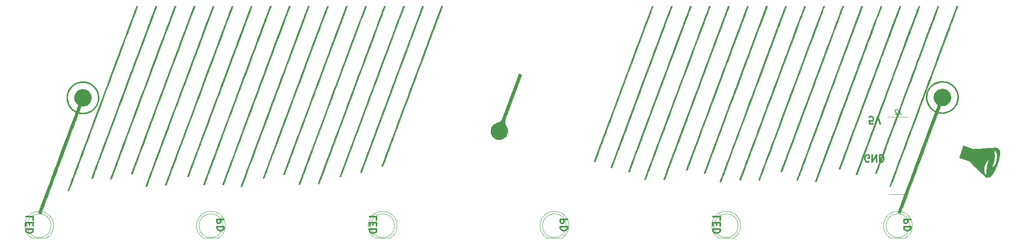
<source format=gbr>
%TF.GenerationSoftware,KiCad,Pcbnew,(5.1.10)-1*%
%TF.CreationDate,2022-02-27T18:28:29-05:00*%
%TF.ProjectId,chunair,6368756e-6169-4722-9e6b-696361645f70,rev?*%
%TF.SameCoordinates,Original*%
%TF.FileFunction,Legend,Bot*%
%TF.FilePolarity,Positive*%
%FSLAX46Y46*%
G04 Gerber Fmt 4.6, Leading zero omitted, Abs format (unit mm)*
G04 Created by KiCad (PCBNEW (5.1.10)-1) date 2022-02-27 18:28:29*
%MOMM*%
%LPD*%
G01*
G04 APERTURE LIST*
%ADD10C,0.300000*%
%ADD11C,0.010000*%
%ADD12C,0.120000*%
%ADD13C,0.150000*%
G04 APERTURE END LIST*
D10*
X218857142Y-99750000D02*
X218714285Y-99821428D01*
X218500000Y-99821428D01*
X218285714Y-99750000D01*
X218142857Y-99607142D01*
X218071428Y-99464285D01*
X218000000Y-99178571D01*
X218000000Y-98964285D01*
X218071428Y-98678571D01*
X218142857Y-98535714D01*
X218285714Y-98392857D01*
X218500000Y-98321428D01*
X218642857Y-98321428D01*
X218857142Y-98392857D01*
X218928571Y-98464285D01*
X218928571Y-98964285D01*
X218642857Y-98964285D01*
X219571428Y-98321428D02*
X219571428Y-99821428D01*
X220428571Y-98321428D01*
X220428571Y-99821428D01*
X221142857Y-98321428D02*
X221142857Y-99821428D01*
X221500000Y-99821428D01*
X221714285Y-99750000D01*
X221857142Y-99607142D01*
X221928571Y-99464285D01*
X222000000Y-99178571D01*
X222000000Y-98964285D01*
X221928571Y-98678571D01*
X221857142Y-98535714D01*
X221714285Y-98392857D01*
X221500000Y-98321428D01*
X221142857Y-98321428D01*
X219714285Y-91821428D02*
X219000000Y-91821428D01*
X218928571Y-91107142D01*
X219000000Y-91178571D01*
X219142857Y-91250000D01*
X219500000Y-91250000D01*
X219642857Y-91178571D01*
X219714285Y-91107142D01*
X219785714Y-90964285D01*
X219785714Y-90607142D01*
X219714285Y-90464285D01*
X219642857Y-90392857D01*
X219500000Y-90321428D01*
X219142857Y-90321428D01*
X219000000Y-90392857D01*
X218928571Y-90464285D01*
X220214285Y-91821428D02*
X220714285Y-90321428D01*
X221214285Y-91821428D01*
X43678571Y-112035714D02*
X43678571Y-111321428D01*
X42178571Y-111321428D01*
X42892857Y-112535714D02*
X42892857Y-113035714D01*
X43678571Y-113250000D02*
X43678571Y-112535714D01*
X42178571Y-112535714D01*
X42178571Y-113250000D01*
X43678571Y-113892857D02*
X42178571Y-113892857D01*
X42178571Y-114250000D01*
X42250000Y-114464285D01*
X42392857Y-114607142D01*
X42535714Y-114678571D01*
X42821428Y-114750000D01*
X43035714Y-114750000D01*
X43321428Y-114678571D01*
X43464285Y-114607142D01*
X43607142Y-114464285D01*
X43678571Y-114250000D01*
X43678571Y-113892857D01*
X115678571Y-112035714D02*
X115678571Y-111321428D01*
X114178571Y-111321428D01*
X114892857Y-112535714D02*
X114892857Y-113035714D01*
X115678571Y-113250000D02*
X115678571Y-112535714D01*
X114178571Y-112535714D01*
X114178571Y-113250000D01*
X115678571Y-113892857D02*
X114178571Y-113892857D01*
X114178571Y-114250000D01*
X114250000Y-114464285D01*
X114392857Y-114607142D01*
X114535714Y-114678571D01*
X114821428Y-114750000D01*
X115035714Y-114750000D01*
X115321428Y-114678571D01*
X115464285Y-114607142D01*
X115607142Y-114464285D01*
X115678571Y-114250000D01*
X115678571Y-113892857D01*
X187678571Y-112035714D02*
X187678571Y-111321428D01*
X186178571Y-111321428D01*
X186892857Y-112535714D02*
X186892857Y-113035714D01*
X187678571Y-113250000D02*
X187678571Y-112535714D01*
X186178571Y-112535714D01*
X186178571Y-113250000D01*
X187678571Y-113892857D02*
X186178571Y-113892857D01*
X186178571Y-114250000D01*
X186250000Y-114464285D01*
X186392857Y-114607142D01*
X186535714Y-114678571D01*
X186821428Y-114750000D01*
X187035714Y-114750000D01*
X187321428Y-114678571D01*
X187464285Y-114607142D01*
X187607142Y-114464285D01*
X187678571Y-114250000D01*
X187678571Y-113892857D01*
X83678571Y-111857142D02*
X82178571Y-111857142D01*
X82178571Y-112428571D01*
X82250000Y-112571428D01*
X82321428Y-112642857D01*
X82464285Y-112714285D01*
X82678571Y-112714285D01*
X82821428Y-112642857D01*
X82892857Y-112571428D01*
X82964285Y-112428571D01*
X82964285Y-111857142D01*
X83678571Y-113357142D02*
X82178571Y-113357142D01*
X82178571Y-113714285D01*
X82250000Y-113928571D01*
X82392857Y-114071428D01*
X82535714Y-114142857D01*
X82821428Y-114214285D01*
X83035714Y-114214285D01*
X83321428Y-114142857D01*
X83464285Y-114071428D01*
X83607142Y-113928571D01*
X83678571Y-113714285D01*
X83678571Y-113357142D01*
X155678571Y-111857142D02*
X154178571Y-111857142D01*
X154178571Y-112428571D01*
X154250000Y-112571428D01*
X154321428Y-112642857D01*
X154464285Y-112714285D01*
X154678571Y-112714285D01*
X154821428Y-112642857D01*
X154892857Y-112571428D01*
X154964285Y-112428571D01*
X154964285Y-111857142D01*
X155678571Y-113357142D02*
X154178571Y-113357142D01*
X154178571Y-113714285D01*
X154250000Y-113928571D01*
X154392857Y-114071428D01*
X154535714Y-114142857D01*
X154821428Y-114214285D01*
X155035714Y-114214285D01*
X155321428Y-114142857D01*
X155464285Y-114071428D01*
X155607142Y-113928571D01*
X155678571Y-113714285D01*
X155678571Y-113357142D01*
X227678571Y-111857142D02*
X226178571Y-111857142D01*
X226178571Y-112428571D01*
X226250000Y-112571428D01*
X226321428Y-112642857D01*
X226464285Y-112714285D01*
X226678571Y-112714285D01*
X226821428Y-112642857D01*
X226892857Y-112571428D01*
X226964285Y-112428571D01*
X226964285Y-111857142D01*
X227678571Y-113357142D02*
X226178571Y-113357142D01*
X226178571Y-113714285D01*
X226250000Y-113928571D01*
X226392857Y-114071428D01*
X226535714Y-114142857D01*
X226821428Y-114214285D01*
X227035714Y-114214285D01*
X227321428Y-114142857D01*
X227464285Y-114071428D01*
X227607142Y-113928571D01*
X227678571Y-113714285D01*
X227678571Y-113357142D01*
D11*
%TO.C,G\u002A\u002A\u002A*%
G36*
X239809802Y-99621914D02*
G01*
X240444610Y-100227478D01*
X240610274Y-100385375D01*
X240812843Y-100578229D01*
X241043140Y-100797313D01*
X241291983Y-101033899D01*
X241550192Y-101279260D01*
X241808586Y-101524668D01*
X242057987Y-101761398D01*
X242121709Y-101821855D01*
X242340636Y-102029675D01*
X242548654Y-102227377D01*
X242740529Y-102409971D01*
X242911030Y-102572468D01*
X243054923Y-102709877D01*
X243166977Y-102817209D01*
X243241958Y-102889470D01*
X243270155Y-102917088D01*
X243376312Y-103023509D01*
X243596769Y-103030538D01*
X243804973Y-103022636D01*
X244008731Y-102988887D01*
X244189036Y-102933747D01*
X244326883Y-102861676D01*
X244331689Y-102858175D01*
X244459914Y-102742137D01*
X244605409Y-102573209D01*
X244763523Y-102358097D01*
X244929602Y-102103504D01*
X245098992Y-101816135D01*
X245251663Y-101532629D01*
X245313649Y-101404456D01*
X245390166Y-101233776D01*
X245476583Y-101032165D01*
X245568272Y-100811198D01*
X245660604Y-100582450D01*
X245748950Y-100357495D01*
X245828679Y-100147910D01*
X245895165Y-99965270D01*
X245943776Y-99821148D01*
X245964455Y-99750297D01*
X245985674Y-99667673D01*
X246017741Y-99542702D01*
X246055741Y-99394543D01*
X246083376Y-99286766D01*
X246152732Y-98988298D01*
X246209344Y-98687865D01*
X246252099Y-98396090D01*
X246279885Y-98123600D01*
X246291585Y-97881018D01*
X246286087Y-97678969D01*
X246266165Y-97543246D01*
X246209158Y-97400590D01*
X246108309Y-97242899D01*
X245975352Y-97085864D01*
X245822017Y-96945175D01*
X245814635Y-96939329D01*
X245641896Y-96803526D01*
X245491015Y-96817651D01*
X245486871Y-96817978D01*
X245264215Y-97429718D01*
X245371554Y-97471592D01*
X245470910Y-97569621D01*
X245558517Y-97716597D01*
X245630606Y-97905315D01*
X245683411Y-98128567D01*
X245703607Y-98270063D01*
X245723192Y-98684337D01*
X245693563Y-99104563D01*
X245617396Y-99517448D01*
X245497366Y-99909698D01*
X245336151Y-100268019D01*
X245282160Y-100363547D01*
X245121129Y-100580540D01*
X244923175Y-100759324D01*
X244772230Y-100853247D01*
X244682383Y-100896152D01*
X244618501Y-100920170D01*
X244596877Y-100921258D01*
X244607256Y-100885856D01*
X244643446Y-100819426D01*
X244659047Y-100794662D01*
X244717631Y-100685123D01*
X244784653Y-100527815D01*
X244854949Y-100336994D01*
X244923356Y-100126917D01*
X244984709Y-99911842D01*
X244999300Y-99855142D01*
X245089389Y-99436965D01*
X245142694Y-99036931D01*
X245160684Y-98633789D01*
X245144830Y-98206292D01*
X245127401Y-98003883D01*
X245109715Y-97793477D01*
X245105422Y-97638379D01*
X245116213Y-97531484D01*
X245143782Y-97465686D01*
X245189823Y-97433881D01*
X245256029Y-97428963D01*
X245264215Y-97429718D01*
X245486871Y-96817978D01*
X245421066Y-96823182D01*
X245297206Y-96831903D01*
X245128912Y-96843190D01*
X244925658Y-96856420D01*
X244856539Y-96860816D01*
X243990166Y-99241156D01*
X243902441Y-99543745D01*
X243849146Y-99740042D01*
X243792159Y-99971413D01*
X243734318Y-100224166D01*
X243678463Y-100484606D01*
X243627430Y-100739040D01*
X243584061Y-100973775D01*
X243551192Y-101175116D01*
X243531663Y-101329371D01*
X243531163Y-101334765D01*
X243518961Y-101514775D01*
X243511389Y-101718731D01*
X243509822Y-101907167D01*
X243510261Y-101935335D01*
X243511897Y-102104697D01*
X243507058Y-102222404D01*
X243493235Y-102300175D01*
X243467922Y-102349732D01*
X243428607Y-102382797D01*
X243412556Y-102391864D01*
X243321345Y-102407863D01*
X243218638Y-102379515D01*
X243128520Y-102315065D01*
X243105220Y-102286667D01*
X243038145Y-102146930D01*
X242993105Y-101958492D01*
X242969505Y-101731985D01*
X242966756Y-101478042D01*
X242984266Y-101207294D01*
X243021441Y-100930371D01*
X243077690Y-100657907D01*
X243152422Y-100400533D01*
X243220031Y-100224292D01*
X243315326Y-100022963D01*
X243417405Y-99851861D01*
X243539829Y-99692008D01*
X243696153Y-99524429D01*
X243775508Y-99446864D01*
X243990166Y-99241156D01*
X244856539Y-96860816D01*
X244696921Y-96870971D01*
X244452176Y-96886218D01*
X244389764Y-96890056D01*
X243762544Y-96928527D01*
X243198544Y-96963136D01*
X242697603Y-96993895D01*
X242259556Y-97020812D01*
X241884244Y-97043897D01*
X241571503Y-97063161D01*
X241321169Y-97078613D01*
X241133085Y-97090264D01*
X241007084Y-97098124D01*
X240992425Y-97099045D01*
X240722749Y-97116038D01*
X238696844Y-96378668D01*
X237784676Y-98884829D01*
X239809802Y-99621914D01*
G37*
X239809802Y-99621914D02*
X240444610Y-100227478D01*
X240610274Y-100385375D01*
X240812843Y-100578229D01*
X241043140Y-100797313D01*
X241291983Y-101033899D01*
X241550192Y-101279260D01*
X241808586Y-101524668D01*
X242057987Y-101761398D01*
X242121709Y-101821855D01*
X242340636Y-102029675D01*
X242548654Y-102227377D01*
X242740529Y-102409971D01*
X242911030Y-102572468D01*
X243054923Y-102709877D01*
X243166977Y-102817209D01*
X243241958Y-102889470D01*
X243270155Y-102917088D01*
X243376312Y-103023509D01*
X243596769Y-103030538D01*
X243804973Y-103022636D01*
X244008731Y-102988887D01*
X244189036Y-102933747D01*
X244326883Y-102861676D01*
X244331689Y-102858175D01*
X244459914Y-102742137D01*
X244605409Y-102573209D01*
X244763523Y-102358097D01*
X244929602Y-102103504D01*
X245098992Y-101816135D01*
X245251663Y-101532629D01*
X245313649Y-101404456D01*
X245390166Y-101233776D01*
X245476583Y-101032165D01*
X245568272Y-100811198D01*
X245660604Y-100582450D01*
X245748950Y-100357495D01*
X245828679Y-100147910D01*
X245895165Y-99965270D01*
X245943776Y-99821148D01*
X245964455Y-99750297D01*
X245985674Y-99667673D01*
X246017741Y-99542702D01*
X246055741Y-99394543D01*
X246083376Y-99286766D01*
X246152732Y-98988298D01*
X246209344Y-98687865D01*
X246252099Y-98396090D01*
X246279885Y-98123600D01*
X246291585Y-97881018D01*
X246286087Y-97678969D01*
X246266165Y-97543246D01*
X246209158Y-97400590D01*
X246108309Y-97242899D01*
X245975352Y-97085864D01*
X245822017Y-96945175D01*
X245814635Y-96939329D01*
X245641896Y-96803526D01*
X245491015Y-96817651D01*
X245486871Y-96817978D01*
X245264215Y-97429718D01*
X245371554Y-97471592D01*
X245470910Y-97569621D01*
X245558517Y-97716597D01*
X245630606Y-97905315D01*
X245683411Y-98128567D01*
X245703607Y-98270063D01*
X245723192Y-98684337D01*
X245693563Y-99104563D01*
X245617396Y-99517448D01*
X245497366Y-99909698D01*
X245336151Y-100268019D01*
X245282160Y-100363547D01*
X245121129Y-100580540D01*
X244923175Y-100759324D01*
X244772230Y-100853247D01*
X244682383Y-100896152D01*
X244618501Y-100920170D01*
X244596877Y-100921258D01*
X244607256Y-100885856D01*
X244643446Y-100819426D01*
X244659047Y-100794662D01*
X244717631Y-100685123D01*
X244784653Y-100527815D01*
X244854949Y-100336994D01*
X244923356Y-100126917D01*
X244984709Y-99911842D01*
X244999300Y-99855142D01*
X245089389Y-99436965D01*
X245142694Y-99036931D01*
X245160684Y-98633789D01*
X245144830Y-98206292D01*
X245127401Y-98003883D01*
X245109715Y-97793477D01*
X245105422Y-97638379D01*
X245116213Y-97531484D01*
X245143782Y-97465686D01*
X245189823Y-97433881D01*
X245256029Y-97428963D01*
X245264215Y-97429718D01*
X245486871Y-96817978D01*
X245421066Y-96823182D01*
X245297206Y-96831903D01*
X245128912Y-96843190D01*
X244925658Y-96856420D01*
X244856539Y-96860816D01*
X243990166Y-99241156D01*
X243902441Y-99543745D01*
X243849146Y-99740042D01*
X243792159Y-99971413D01*
X243734318Y-100224166D01*
X243678463Y-100484606D01*
X243627430Y-100739040D01*
X243584061Y-100973775D01*
X243551192Y-101175116D01*
X243531663Y-101329371D01*
X243531163Y-101334765D01*
X243518961Y-101514775D01*
X243511389Y-101718731D01*
X243509822Y-101907167D01*
X243510261Y-101935335D01*
X243511897Y-102104697D01*
X243507058Y-102222404D01*
X243493235Y-102300175D01*
X243467922Y-102349732D01*
X243428607Y-102382797D01*
X243412556Y-102391864D01*
X243321345Y-102407863D01*
X243218638Y-102379515D01*
X243128520Y-102315065D01*
X243105220Y-102286667D01*
X243038145Y-102146930D01*
X242993105Y-101958492D01*
X242969505Y-101731985D01*
X242966756Y-101478042D01*
X242984266Y-101207294D01*
X243021441Y-100930371D01*
X243077690Y-100657907D01*
X243152422Y-100400533D01*
X243220031Y-100224292D01*
X243315326Y-100022963D01*
X243417405Y-99851861D01*
X243539829Y-99692008D01*
X243696153Y-99524429D01*
X243775508Y-99446864D01*
X243990166Y-99241156D01*
X244856539Y-96860816D01*
X244696921Y-96870971D01*
X244452176Y-96886218D01*
X244389764Y-96890056D01*
X243762544Y-96928527D01*
X243198544Y-96963136D01*
X242697603Y-96993895D01*
X242259556Y-97020812D01*
X241884244Y-97043897D01*
X241571503Y-97063161D01*
X241321169Y-97078613D01*
X241133085Y-97090264D01*
X241007084Y-97098124D01*
X240992425Y-97099045D01*
X240722749Y-97116038D01*
X238696844Y-96378668D01*
X237784676Y-98884829D01*
X239809802Y-99621914D01*
G36*
X231191424Y-84666133D02*
G01*
X231417210Y-84291144D01*
X231684516Y-83953569D01*
X231988893Y-83655737D01*
X232325896Y-83399978D01*
X232691078Y-83188622D01*
X233079992Y-83023997D01*
X233488193Y-82908433D01*
X233911233Y-82844260D01*
X234344666Y-82833807D01*
X234784047Y-82879404D01*
X235082864Y-82943330D01*
X235504389Y-83082620D01*
X235896491Y-83271531D01*
X236256240Y-83505719D01*
X236580702Y-83780839D01*
X236866946Y-84092547D01*
X237112040Y-84436496D01*
X237313054Y-84808342D01*
X237467054Y-85203741D01*
X237571109Y-85618347D01*
X237622288Y-86047814D01*
X237617657Y-86487797D01*
X237598720Y-86671974D01*
X237564260Y-86863323D01*
X237509218Y-87084717D01*
X237439812Y-87316222D01*
X237362259Y-87537907D01*
X237282775Y-87729842D01*
X237244203Y-87808518D01*
X237089497Y-88068545D01*
X236898890Y-88335338D01*
X236714304Y-88557521D01*
X236411010Y-88852274D01*
X236070145Y-89104110D01*
X235698393Y-89310801D01*
X235302438Y-89470123D01*
X234888965Y-89579849D01*
X234464658Y-89637751D01*
X234036200Y-89641604D01*
X233614649Y-89590020D01*
X233494433Y-89568129D01*
X233398068Y-89552588D01*
X233339645Y-89545575D01*
X233329130Y-89545915D01*
X233317594Y-89574251D01*
X233286022Y-89656500D01*
X233235325Y-89790222D01*
X233166411Y-89972975D01*
X233080189Y-90202321D01*
X232977568Y-90475818D01*
X232859456Y-90791028D01*
X232726763Y-91145510D01*
X232580398Y-91536824D01*
X232421267Y-91962529D01*
X232250282Y-92420187D01*
X232068352Y-92907356D01*
X231876383Y-93421596D01*
X231675287Y-93960468D01*
X231465970Y-94521532D01*
X231249342Y-95102347D01*
X231026313Y-95700474D01*
X230797790Y-96313472D01*
X230564683Y-96938902D01*
X230327901Y-97574322D01*
X230088352Y-98217293D01*
X229846945Y-98865376D01*
X229604589Y-99516131D01*
X229362193Y-100167116D01*
X229120664Y-100815891D01*
X228880914Y-101460019D01*
X228643851Y-102097056D01*
X228410381Y-102724564D01*
X228181417Y-103340104D01*
X227957865Y-103941233D01*
X227740635Y-104525513D01*
X227530635Y-105090504D01*
X227328775Y-105633766D01*
X227135962Y-106152858D01*
X226953108Y-106645340D01*
X226781118Y-107108773D01*
X226620903Y-107540714D01*
X226473372Y-107938727D01*
X226339433Y-108300370D01*
X226219995Y-108623204D01*
X226115968Y-108904787D01*
X226028259Y-109142679D01*
X225957778Y-109334442D01*
X225912353Y-109458636D01*
X225482590Y-110637727D01*
X224889416Y-110421829D01*
X224927903Y-110315881D01*
X224941188Y-110279994D01*
X224974685Y-110189811D01*
X225027629Y-110047380D01*
X225099261Y-109854745D01*
X225188818Y-109613954D01*
X225295540Y-109327054D01*
X225418665Y-108996090D01*
X225557430Y-108623110D01*
X225711075Y-108210159D01*
X225878838Y-107759284D01*
X226059959Y-107272532D01*
X226253674Y-106751948D01*
X226459223Y-106199580D01*
X226675845Y-105617474D01*
X226902777Y-105007675D01*
X227139259Y-104372231D01*
X227384529Y-103713188D01*
X227637825Y-103032593D01*
X227898385Y-102332491D01*
X228165449Y-101614931D01*
X228438255Y-100881956D01*
X228631087Y-100363862D01*
X228909497Y-99615741D01*
X229183606Y-98878966D01*
X229452602Y-98155726D01*
X229715674Y-97448206D01*
X229972011Y-96758595D01*
X230220803Y-96089078D01*
X230461238Y-95441843D01*
X230692505Y-94819074D01*
X230913794Y-94222962D01*
X231124294Y-93655691D01*
X231323192Y-93119448D01*
X231509679Y-92616420D01*
X231682943Y-92148794D01*
X231842175Y-91718757D01*
X231986560Y-91328497D01*
X232115291Y-90980197D01*
X232227554Y-90676048D01*
X232322542Y-90418233D01*
X232399439Y-90208942D01*
X232457437Y-90050361D01*
X232495726Y-89944675D01*
X232499988Y-89932675D01*
X232806709Y-89089965D01*
X232983086Y-88665529D01*
X233052508Y-88494757D01*
X233120140Y-88321825D01*
X233179293Y-88164268D01*
X233223277Y-88039621D01*
X233231803Y-88013512D01*
X233304145Y-87785931D01*
X233183528Y-87703722D01*
X232945432Y-87506016D01*
X232744830Y-87266524D01*
X232588604Y-86995199D01*
X232483641Y-86701999D01*
X232479594Y-86685856D01*
X232430746Y-86423101D01*
X232422329Y-86181012D01*
X232454990Y-85936407D01*
X232505876Y-85740503D01*
X232590981Y-85498833D01*
X232691846Y-85297180D01*
X232820453Y-85115559D01*
X232988779Y-84933988D01*
X232990144Y-84932653D01*
X233236165Y-84732682D01*
X233510111Y-84583682D01*
X233805636Y-84487232D01*
X234116393Y-84444909D01*
X234436037Y-84458292D01*
X234691611Y-84509546D01*
X234997483Y-84623352D01*
X235275048Y-84788996D01*
X235519271Y-85002886D01*
X235706388Y-85233648D01*
X235862449Y-85512827D01*
X235963467Y-85813408D01*
X236007932Y-86129438D01*
X236001139Y-86395893D01*
X235941230Y-86718235D01*
X235830932Y-87014903D01*
X235675246Y-87281723D01*
X235479178Y-87514522D01*
X235247731Y-87709123D01*
X234985909Y-87861352D01*
X234698718Y-87967033D01*
X234391162Y-88021993D01*
X234068243Y-88022056D01*
X234053542Y-88020712D01*
X233956896Y-88012545D01*
X233888672Y-88008771D01*
X233865588Y-88009789D01*
X233854545Y-88038766D01*
X233826611Y-88116447D01*
X233784646Y-88234755D01*
X233731505Y-88385613D01*
X233670049Y-88560945D01*
X233634750Y-88661992D01*
X233559719Y-88874933D01*
X233503112Y-89037563D01*
X233465876Y-89157096D01*
X233448963Y-89240744D01*
X233453325Y-89295721D01*
X233479912Y-89329240D01*
X233529676Y-89348516D01*
X233603565Y-89360759D01*
X233702534Y-89373183D01*
X233728990Y-89376832D01*
X234158413Y-89409411D01*
X234579059Y-89385813D01*
X234986611Y-89309121D01*
X235376754Y-89182418D01*
X235745171Y-89008782D01*
X236087545Y-88791299D01*
X236399562Y-88533049D01*
X236676902Y-88237115D01*
X236915251Y-87906578D01*
X237110292Y-87544521D01*
X237257709Y-87154025D01*
X237343424Y-86796019D01*
X237388018Y-86377900D01*
X237375251Y-85958234D01*
X237307327Y-85543632D01*
X237186446Y-85140708D01*
X237014812Y-84756074D01*
X236794626Y-84396342D01*
X236528090Y-84068124D01*
X236388005Y-83927168D01*
X236187478Y-83748319D01*
X235997801Y-83603939D01*
X235801908Y-83483702D01*
X235582730Y-83377285D01*
X235323198Y-83274364D01*
X235286900Y-83261170D01*
X235105040Y-83196971D01*
X234963019Y-83151069D01*
X234844845Y-83119475D01*
X234734519Y-83098199D01*
X234616048Y-83083253D01*
X234547708Y-83076816D01*
X234211949Y-83065570D01*
X233867336Y-83086843D01*
X233541453Y-83138613D01*
X233466014Y-83156115D01*
X233268842Y-83216382D01*
X233044419Y-83303031D01*
X232813816Y-83406671D01*
X232598104Y-83517917D01*
X232438497Y-83613879D01*
X232244243Y-83758884D01*
X232039538Y-83940844D01*
X231841334Y-84143207D01*
X231666580Y-84349417D01*
X231615223Y-84417871D01*
X231485073Y-84624336D01*
X231359888Y-84870931D01*
X231247883Y-85137756D01*
X231157271Y-85404910D01*
X231096265Y-85652494D01*
X231089270Y-85692177D01*
X231047357Y-86126666D01*
X231063302Y-86554443D01*
X231134880Y-86970921D01*
X231259868Y-87371512D01*
X231436040Y-87751629D01*
X231661176Y-88106687D01*
X231933050Y-88432095D01*
X232249438Y-88723270D01*
X232608116Y-88975621D01*
X232710009Y-89035428D01*
X232806709Y-89089965D01*
X232499988Y-89932675D01*
X232508470Y-89908794D01*
X232721155Y-89299796D01*
X232516366Y-89187284D01*
X232156311Y-88956241D01*
X231834553Y-88682586D01*
X231553013Y-88371571D01*
X231313614Y-88028452D01*
X231118282Y-87658484D01*
X230968937Y-87266919D01*
X230867505Y-86859012D01*
X230815907Y-86440017D01*
X230816066Y-86015188D01*
X230869907Y-85589781D01*
X230979352Y-85169048D01*
X231011603Y-85076206D01*
X231191424Y-84666133D01*
G37*
X231191424Y-84666133D02*
X231417210Y-84291144D01*
X231684516Y-83953569D01*
X231988893Y-83655737D01*
X232325896Y-83399978D01*
X232691078Y-83188622D01*
X233079992Y-83023997D01*
X233488193Y-82908433D01*
X233911233Y-82844260D01*
X234344666Y-82833807D01*
X234784047Y-82879404D01*
X235082864Y-82943330D01*
X235504389Y-83082620D01*
X235896491Y-83271531D01*
X236256240Y-83505719D01*
X236580702Y-83780839D01*
X236866946Y-84092547D01*
X237112040Y-84436496D01*
X237313054Y-84808342D01*
X237467054Y-85203741D01*
X237571109Y-85618347D01*
X237622288Y-86047814D01*
X237617657Y-86487797D01*
X237598720Y-86671974D01*
X237564260Y-86863323D01*
X237509218Y-87084717D01*
X237439812Y-87316222D01*
X237362259Y-87537907D01*
X237282775Y-87729842D01*
X237244203Y-87808518D01*
X237089497Y-88068545D01*
X236898890Y-88335338D01*
X236714304Y-88557521D01*
X236411010Y-88852274D01*
X236070145Y-89104110D01*
X235698393Y-89310801D01*
X235302438Y-89470123D01*
X234888965Y-89579849D01*
X234464658Y-89637751D01*
X234036200Y-89641604D01*
X233614649Y-89590020D01*
X233494433Y-89568129D01*
X233398068Y-89552588D01*
X233339645Y-89545575D01*
X233329130Y-89545915D01*
X233317594Y-89574251D01*
X233286022Y-89656500D01*
X233235325Y-89790222D01*
X233166411Y-89972975D01*
X233080189Y-90202321D01*
X232977568Y-90475818D01*
X232859456Y-90791028D01*
X232726763Y-91145510D01*
X232580398Y-91536824D01*
X232421267Y-91962529D01*
X232250282Y-92420187D01*
X232068352Y-92907356D01*
X231876383Y-93421596D01*
X231675287Y-93960468D01*
X231465970Y-94521532D01*
X231249342Y-95102347D01*
X231026313Y-95700474D01*
X230797790Y-96313472D01*
X230564683Y-96938902D01*
X230327901Y-97574322D01*
X230088352Y-98217293D01*
X229846945Y-98865376D01*
X229604589Y-99516131D01*
X229362193Y-100167116D01*
X229120664Y-100815891D01*
X228880914Y-101460019D01*
X228643851Y-102097056D01*
X228410381Y-102724564D01*
X228181417Y-103340104D01*
X227957865Y-103941233D01*
X227740635Y-104525513D01*
X227530635Y-105090504D01*
X227328775Y-105633766D01*
X227135962Y-106152858D01*
X226953108Y-106645340D01*
X226781118Y-107108773D01*
X226620903Y-107540714D01*
X226473372Y-107938727D01*
X226339433Y-108300370D01*
X226219995Y-108623204D01*
X226115968Y-108904787D01*
X226028259Y-109142679D01*
X225957778Y-109334442D01*
X225912353Y-109458636D01*
X225482590Y-110637727D01*
X224889416Y-110421829D01*
X224927903Y-110315881D01*
X224941188Y-110279994D01*
X224974685Y-110189811D01*
X225027629Y-110047380D01*
X225099261Y-109854745D01*
X225188818Y-109613954D01*
X225295540Y-109327054D01*
X225418665Y-108996090D01*
X225557430Y-108623110D01*
X225711075Y-108210159D01*
X225878838Y-107759284D01*
X226059959Y-107272532D01*
X226253674Y-106751948D01*
X226459223Y-106199580D01*
X226675845Y-105617474D01*
X226902777Y-105007675D01*
X227139259Y-104372231D01*
X227384529Y-103713188D01*
X227637825Y-103032593D01*
X227898385Y-102332491D01*
X228165449Y-101614931D01*
X228438255Y-100881956D01*
X228631087Y-100363862D01*
X228909497Y-99615741D01*
X229183606Y-98878966D01*
X229452602Y-98155726D01*
X229715674Y-97448206D01*
X229972011Y-96758595D01*
X230220803Y-96089078D01*
X230461238Y-95441843D01*
X230692505Y-94819074D01*
X230913794Y-94222962D01*
X231124294Y-93655691D01*
X231323192Y-93119448D01*
X231509679Y-92616420D01*
X231682943Y-92148794D01*
X231842175Y-91718757D01*
X231986560Y-91328497D01*
X232115291Y-90980197D01*
X232227554Y-90676048D01*
X232322542Y-90418233D01*
X232399439Y-90208942D01*
X232457437Y-90050361D01*
X232495726Y-89944675D01*
X232499988Y-89932675D01*
X232806709Y-89089965D01*
X232983086Y-88665529D01*
X233052508Y-88494757D01*
X233120140Y-88321825D01*
X233179293Y-88164268D01*
X233223277Y-88039621D01*
X233231803Y-88013512D01*
X233304145Y-87785931D01*
X233183528Y-87703722D01*
X232945432Y-87506016D01*
X232744830Y-87266524D01*
X232588604Y-86995199D01*
X232483641Y-86701999D01*
X232479594Y-86685856D01*
X232430746Y-86423101D01*
X232422329Y-86181012D01*
X232454990Y-85936407D01*
X232505876Y-85740503D01*
X232590981Y-85498833D01*
X232691846Y-85297180D01*
X232820453Y-85115559D01*
X232988779Y-84933988D01*
X232990144Y-84932653D01*
X233236165Y-84732682D01*
X233510111Y-84583682D01*
X233805636Y-84487232D01*
X234116393Y-84444909D01*
X234436037Y-84458292D01*
X234691611Y-84509546D01*
X234997483Y-84623352D01*
X235275048Y-84788996D01*
X235519271Y-85002886D01*
X235706388Y-85233648D01*
X235862449Y-85512827D01*
X235963467Y-85813408D01*
X236007932Y-86129438D01*
X236001139Y-86395893D01*
X235941230Y-86718235D01*
X235830932Y-87014903D01*
X235675246Y-87281723D01*
X235479178Y-87514522D01*
X235247731Y-87709123D01*
X234985909Y-87861352D01*
X234698718Y-87967033D01*
X234391162Y-88021993D01*
X234068243Y-88022056D01*
X234053542Y-88020712D01*
X233956896Y-88012545D01*
X233888672Y-88008771D01*
X233865588Y-88009789D01*
X233854545Y-88038766D01*
X233826611Y-88116447D01*
X233784646Y-88234755D01*
X233731505Y-88385613D01*
X233670049Y-88560945D01*
X233634750Y-88661992D01*
X233559719Y-88874933D01*
X233503112Y-89037563D01*
X233465876Y-89157096D01*
X233448963Y-89240744D01*
X233453325Y-89295721D01*
X233479912Y-89329240D01*
X233529676Y-89348516D01*
X233603565Y-89360759D01*
X233702534Y-89373183D01*
X233728990Y-89376832D01*
X234158413Y-89409411D01*
X234579059Y-89385813D01*
X234986611Y-89309121D01*
X235376754Y-89182418D01*
X235745171Y-89008782D01*
X236087545Y-88791299D01*
X236399562Y-88533049D01*
X236676902Y-88237115D01*
X236915251Y-87906578D01*
X237110292Y-87544521D01*
X237257709Y-87154025D01*
X237343424Y-86796019D01*
X237388018Y-86377900D01*
X237375251Y-85958234D01*
X237307327Y-85543632D01*
X237186446Y-85140708D01*
X237014812Y-84756074D01*
X236794626Y-84396342D01*
X236528090Y-84068124D01*
X236388005Y-83927168D01*
X236187478Y-83748319D01*
X235997801Y-83603939D01*
X235801908Y-83483702D01*
X235582730Y-83377285D01*
X235323198Y-83274364D01*
X235286900Y-83261170D01*
X235105040Y-83196971D01*
X234963019Y-83151069D01*
X234844845Y-83119475D01*
X234734519Y-83098199D01*
X234616048Y-83083253D01*
X234547708Y-83076816D01*
X234211949Y-83065570D01*
X233867336Y-83086843D01*
X233541453Y-83138613D01*
X233466014Y-83156115D01*
X233268842Y-83216382D01*
X233044419Y-83303031D01*
X232813816Y-83406671D01*
X232598104Y-83517917D01*
X232438497Y-83613879D01*
X232244243Y-83758884D01*
X232039538Y-83940844D01*
X231841334Y-84143207D01*
X231666580Y-84349417D01*
X231615223Y-84417871D01*
X231485073Y-84624336D01*
X231359888Y-84870931D01*
X231247883Y-85137756D01*
X231157271Y-85404910D01*
X231096265Y-85652494D01*
X231089270Y-85692177D01*
X231047357Y-86126666D01*
X231063302Y-86554443D01*
X231134880Y-86970921D01*
X231259868Y-87371512D01*
X231436040Y-87751629D01*
X231661176Y-88106687D01*
X231933050Y-88432095D01*
X232249438Y-88723270D01*
X232608116Y-88975621D01*
X232710009Y-89035428D01*
X232806709Y-89089965D01*
X232499988Y-89932675D01*
X232508470Y-89908794D01*
X232721155Y-89299796D01*
X232516366Y-89187284D01*
X232156311Y-88956241D01*
X231834553Y-88682586D01*
X231553013Y-88371571D01*
X231313614Y-88028452D01*
X231118282Y-87658484D01*
X230968937Y-87266919D01*
X230867505Y-86859012D01*
X230815907Y-86440017D01*
X230816066Y-86015188D01*
X230869907Y-85589781D01*
X230979352Y-85169048D01*
X231011603Y-85076206D01*
X231191424Y-84666133D01*
G36*
X223769573Y-103242228D02*
G01*
X223816343Y-103117533D01*
X223883403Y-102938230D01*
X223970107Y-102706060D01*
X224075804Y-102422768D01*
X224199844Y-102090098D01*
X224341582Y-101709793D01*
X224500365Y-101283597D01*
X224675548Y-100813255D01*
X224866479Y-100300510D01*
X225072511Y-99747106D01*
X225292994Y-99154785D01*
X225527281Y-98525295D01*
X225774721Y-97860376D01*
X226034667Y-97161774D01*
X226306469Y-96431231D01*
X226589477Y-95670493D01*
X226883045Y-94881302D01*
X227186523Y-94065403D01*
X227499262Y-93224540D01*
X227820612Y-92360455D01*
X228149927Y-91474894D01*
X228486555Y-90569599D01*
X228829850Y-89646316D01*
X229179161Y-88706787D01*
X229533840Y-87752756D01*
X229893239Y-86785967D01*
X230256708Y-85808165D01*
X230623597Y-84821093D01*
X230696274Y-84625559D01*
X231059693Y-83647846D01*
X231418281Y-82683260D01*
X231771451Y-81733375D01*
X232118617Y-80799767D01*
X232459191Y-79884011D01*
X232792587Y-78987681D01*
X233118220Y-78112351D01*
X233435500Y-77259598D01*
X233743843Y-76430994D01*
X234042662Y-75628116D01*
X234331369Y-74852538D01*
X234609378Y-74105836D01*
X234876103Y-73389582D01*
X235130957Y-72705355D01*
X235373352Y-72054726D01*
X235602704Y-71439271D01*
X235818425Y-70860565D01*
X236019927Y-70320183D01*
X236206625Y-69819700D01*
X236377932Y-69360690D01*
X236533261Y-68944729D01*
X236672025Y-68573390D01*
X236793639Y-68248249D01*
X236897514Y-67970880D01*
X236983066Y-67742860D01*
X237049705Y-67565761D01*
X237096847Y-67441160D01*
X237123906Y-67370630D01*
X237129373Y-67356951D01*
X237257954Y-67050645D01*
X237539986Y-67051735D01*
X237086823Y-68282322D01*
X237008412Y-68494852D01*
X236911343Y-68757291D01*
X236797996Y-69063236D01*
X236670751Y-69406278D01*
X236531988Y-69780011D01*
X236384090Y-70178029D01*
X236229435Y-70593925D01*
X236070404Y-71021293D01*
X235909378Y-71453728D01*
X235748738Y-71884821D01*
X235598732Y-72287073D01*
X235521242Y-72494867D01*
X235423594Y-72756851D01*
X235306590Y-73070869D01*
X235171032Y-73434765D01*
X235017723Y-73846382D01*
X234847466Y-74303566D01*
X234661064Y-74804159D01*
X234459317Y-75346006D01*
X234243031Y-75926951D01*
X234013005Y-76544838D01*
X233770043Y-77197510D01*
X233514949Y-77882812D01*
X233248524Y-78598588D01*
X232971570Y-79342682D01*
X232684890Y-80112937D01*
X232389286Y-80907199D01*
X232085563Y-81723310D01*
X231774520Y-82559114D01*
X231456963Y-83412457D01*
X231133691Y-84281181D01*
X230805509Y-85163130D01*
X230473217Y-86056149D01*
X230137621Y-86958083D01*
X229799521Y-87866773D01*
X229459720Y-88780066D01*
X229312403Y-89176023D01*
X228978984Y-90072186D01*
X228649753Y-90957083D01*
X228325384Y-91828901D01*
X228006553Y-92685823D01*
X227693935Y-93526036D01*
X227388206Y-94347726D01*
X227090041Y-95149076D01*
X226800115Y-95928274D01*
X226519103Y-96683504D01*
X226247680Y-97412952D01*
X225986522Y-98114804D01*
X225736303Y-98787244D01*
X225497700Y-99428458D01*
X225271387Y-100036631D01*
X225058040Y-100609949D01*
X224858333Y-101146597D01*
X224672943Y-101644761D01*
X224502544Y-102102626D01*
X224347812Y-102518377D01*
X224209421Y-102890200D01*
X224088047Y-103216280D01*
X223984366Y-103494803D01*
X223899052Y-103723955D01*
X223832781Y-103901918D01*
X223786228Y-104026882D01*
X223762800Y-104089713D01*
X223464598Y-104888617D01*
X223305994Y-104892607D01*
X223147390Y-104896596D01*
X223769573Y-103242228D01*
G37*
X223769573Y-103242228D02*
X223816343Y-103117533D01*
X223883403Y-102938230D01*
X223970107Y-102706060D01*
X224075804Y-102422768D01*
X224199844Y-102090098D01*
X224341582Y-101709793D01*
X224500365Y-101283597D01*
X224675548Y-100813255D01*
X224866479Y-100300510D01*
X225072511Y-99747106D01*
X225292994Y-99154785D01*
X225527281Y-98525295D01*
X225774721Y-97860376D01*
X226034667Y-97161774D01*
X226306469Y-96431231D01*
X226589477Y-95670493D01*
X226883045Y-94881302D01*
X227186523Y-94065403D01*
X227499262Y-93224540D01*
X227820612Y-92360455D01*
X228149927Y-91474894D01*
X228486555Y-90569599D01*
X228829850Y-89646316D01*
X229179161Y-88706787D01*
X229533840Y-87752756D01*
X229893239Y-86785967D01*
X230256708Y-85808165D01*
X230623597Y-84821093D01*
X230696274Y-84625559D01*
X231059693Y-83647846D01*
X231418281Y-82683260D01*
X231771451Y-81733375D01*
X232118617Y-80799767D01*
X232459191Y-79884011D01*
X232792587Y-78987681D01*
X233118220Y-78112351D01*
X233435500Y-77259598D01*
X233743843Y-76430994D01*
X234042662Y-75628116D01*
X234331369Y-74852538D01*
X234609378Y-74105836D01*
X234876103Y-73389582D01*
X235130957Y-72705355D01*
X235373352Y-72054726D01*
X235602704Y-71439271D01*
X235818425Y-70860565D01*
X236019927Y-70320183D01*
X236206625Y-69819700D01*
X236377932Y-69360690D01*
X236533261Y-68944729D01*
X236672025Y-68573390D01*
X236793639Y-68248249D01*
X236897514Y-67970880D01*
X236983066Y-67742860D01*
X237049705Y-67565761D01*
X237096847Y-67441160D01*
X237123906Y-67370630D01*
X237129373Y-67356951D01*
X237257954Y-67050645D01*
X237539986Y-67051735D01*
X237086823Y-68282322D01*
X237008412Y-68494852D01*
X236911343Y-68757291D01*
X236797996Y-69063236D01*
X236670751Y-69406278D01*
X236531988Y-69780011D01*
X236384090Y-70178029D01*
X236229435Y-70593925D01*
X236070404Y-71021293D01*
X235909378Y-71453728D01*
X235748738Y-71884821D01*
X235598732Y-72287073D01*
X235521242Y-72494867D01*
X235423594Y-72756851D01*
X235306590Y-73070869D01*
X235171032Y-73434765D01*
X235017723Y-73846382D01*
X234847466Y-74303566D01*
X234661064Y-74804159D01*
X234459317Y-75346006D01*
X234243031Y-75926951D01*
X234013005Y-76544838D01*
X233770043Y-77197510D01*
X233514949Y-77882812D01*
X233248524Y-78598588D01*
X232971570Y-79342682D01*
X232684890Y-80112937D01*
X232389286Y-80907199D01*
X232085563Y-81723310D01*
X231774520Y-82559114D01*
X231456963Y-83412457D01*
X231133691Y-84281181D01*
X230805509Y-85163130D01*
X230473217Y-86056149D01*
X230137621Y-86958083D01*
X229799521Y-87866773D01*
X229459720Y-88780066D01*
X229312403Y-89176023D01*
X228978984Y-90072186D01*
X228649753Y-90957083D01*
X228325384Y-91828901D01*
X228006553Y-92685823D01*
X227693935Y-93526036D01*
X227388206Y-94347726D01*
X227090041Y-95149076D01*
X226800115Y-95928274D01*
X226519103Y-96683504D01*
X226247680Y-97412952D01*
X225986522Y-98114804D01*
X225736303Y-98787244D01*
X225497700Y-99428458D01*
X225271387Y-100036631D01*
X225058040Y-100609949D01*
X224858333Y-101146597D01*
X224672943Y-101644761D01*
X224502544Y-102102626D01*
X224347812Y-102518377D01*
X224209421Y-102890200D01*
X224088047Y-103216280D01*
X223984366Y-103494803D01*
X223899052Y-103723955D01*
X223832781Y-103901918D01*
X223786228Y-104026882D01*
X223762800Y-104089713D01*
X223464598Y-104888617D01*
X223305994Y-104892607D01*
X223147390Y-104896596D01*
X223769573Y-103242228D01*
G36*
X220259925Y-101979400D02*
G01*
X220328995Y-101791487D01*
X220416548Y-101553949D01*
X220521963Y-101268463D01*
X220644613Y-100936708D01*
X220783878Y-100560363D01*
X220939135Y-100141108D01*
X221109761Y-99680620D01*
X221295132Y-99180577D01*
X221494626Y-98642661D01*
X221707619Y-98068546D01*
X221933490Y-97459915D01*
X222171616Y-96818444D01*
X222421371Y-96145813D01*
X222682136Y-95443700D01*
X222953286Y-94713783D01*
X223234198Y-93957743D01*
X223524250Y-93177257D01*
X223822819Y-92374003D01*
X224129281Y-91549662D01*
X224443015Y-90705910D01*
X224763396Y-89844429D01*
X225089802Y-88966894D01*
X225421611Y-88074986D01*
X225469164Y-87947174D01*
X225809271Y-87033052D01*
X226147194Y-86124781D01*
X226482173Y-85224406D01*
X226813448Y-84333971D01*
X227140256Y-83455525D01*
X227461839Y-82591110D01*
X227777434Y-81742774D01*
X228086281Y-80912562D01*
X228387620Y-80102519D01*
X228680687Y-79314690D01*
X228964724Y-78551123D01*
X229238969Y-77813862D01*
X229502663Y-77104952D01*
X229755042Y-76426440D01*
X229995347Y-75780371D01*
X230222816Y-75168790D01*
X230436690Y-74593742D01*
X230636205Y-74057275D01*
X230820603Y-73561433D01*
X230989122Y-73108262D01*
X231141002Y-72699807D01*
X231275481Y-72338114D01*
X231391798Y-72025228D01*
X231489193Y-71763196D01*
X231566905Y-71554063D01*
X231608355Y-71442472D01*
X231751299Y-71057960D01*
X231897827Y-70664577D01*
X232045155Y-70269744D01*
X232190503Y-69880886D01*
X232331089Y-69505428D01*
X232464130Y-69150795D01*
X232586844Y-68824408D01*
X232696450Y-68533693D01*
X232790166Y-68286076D01*
X232851087Y-68125937D01*
X232956028Y-67850185D01*
X233041630Y-67625207D01*
X233110812Y-67445931D01*
X233166497Y-67307284D01*
X233211604Y-67204196D01*
X233249051Y-67131592D01*
X233281761Y-67084400D01*
X233312652Y-67057550D01*
X233344644Y-67045969D01*
X233380658Y-67044584D01*
X233423613Y-67048322D01*
X233469443Y-67051822D01*
X233540203Y-67055155D01*
X232962543Y-68630408D01*
X232917369Y-68753159D01*
X232851882Y-68930454D01*
X232766750Y-69160494D01*
X232662640Y-69441483D01*
X232540221Y-69771626D01*
X232400160Y-70149126D01*
X232243124Y-70572186D01*
X232069783Y-71039011D01*
X231880803Y-71547804D01*
X231676852Y-72096768D01*
X231458600Y-72684108D01*
X231226711Y-73308027D01*
X230981856Y-73966729D01*
X230724702Y-74658418D01*
X230455916Y-75381298D01*
X230176168Y-76133571D01*
X229886122Y-76913442D01*
X229586449Y-77719115D01*
X229277817Y-78548793D01*
X228960893Y-79400680D01*
X228636343Y-80272979D01*
X228304837Y-81163896D01*
X227967043Y-82071632D01*
X227623627Y-82994393D01*
X227275259Y-83930380D01*
X226922606Y-84877799D01*
X226566334Y-85834853D01*
X226425263Y-86213790D01*
X225994036Y-87371969D01*
X225576494Y-88493101D01*
X225172936Y-89576394D01*
X224783656Y-90621056D01*
X224408952Y-91626295D01*
X224049121Y-92591320D01*
X223704458Y-93515336D01*
X223375260Y-94397552D01*
X223061824Y-95237177D01*
X222764446Y-96033416D01*
X222483423Y-96785479D01*
X222219050Y-97492573D01*
X221971624Y-98153905D01*
X221741443Y-98768683D01*
X221528802Y-99336116D01*
X221333998Y-99855410D01*
X221157327Y-100325774D01*
X220999086Y-100746415D01*
X220859571Y-101116541D01*
X220739079Y-101435358D01*
X220637905Y-101702076D01*
X220556348Y-101915902D01*
X220494703Y-102076044D01*
X220453266Y-102181709D01*
X220432333Y-102232105D01*
X220429815Y-102236601D01*
X220377075Y-102246131D01*
X220300881Y-102248348D01*
X220225870Y-102244011D01*
X220176676Y-102233878D01*
X220169842Y-102228595D01*
X220179726Y-102199632D01*
X220209960Y-102116008D01*
X220259925Y-101979400D01*
G37*
X220259925Y-101979400D02*
X220328995Y-101791487D01*
X220416548Y-101553949D01*
X220521963Y-101268463D01*
X220644613Y-100936708D01*
X220783878Y-100560363D01*
X220939135Y-100141108D01*
X221109761Y-99680620D01*
X221295132Y-99180577D01*
X221494626Y-98642661D01*
X221707619Y-98068546D01*
X221933490Y-97459915D01*
X222171616Y-96818444D01*
X222421371Y-96145813D01*
X222682136Y-95443700D01*
X222953286Y-94713783D01*
X223234198Y-93957743D01*
X223524250Y-93177257D01*
X223822819Y-92374003D01*
X224129281Y-91549662D01*
X224443015Y-90705910D01*
X224763396Y-89844429D01*
X225089802Y-88966894D01*
X225421611Y-88074986D01*
X225469164Y-87947174D01*
X225809271Y-87033052D01*
X226147194Y-86124781D01*
X226482173Y-85224406D01*
X226813448Y-84333971D01*
X227140256Y-83455525D01*
X227461839Y-82591110D01*
X227777434Y-81742774D01*
X228086281Y-80912562D01*
X228387620Y-80102519D01*
X228680687Y-79314690D01*
X228964724Y-78551123D01*
X229238969Y-77813862D01*
X229502663Y-77104952D01*
X229755042Y-76426440D01*
X229995347Y-75780371D01*
X230222816Y-75168790D01*
X230436690Y-74593742D01*
X230636205Y-74057275D01*
X230820603Y-73561433D01*
X230989122Y-73108262D01*
X231141002Y-72699807D01*
X231275481Y-72338114D01*
X231391798Y-72025228D01*
X231489193Y-71763196D01*
X231566905Y-71554063D01*
X231608355Y-71442472D01*
X231751299Y-71057960D01*
X231897827Y-70664577D01*
X232045155Y-70269744D01*
X232190503Y-69880886D01*
X232331089Y-69505428D01*
X232464130Y-69150795D01*
X232586844Y-68824408D01*
X232696450Y-68533693D01*
X232790166Y-68286076D01*
X232851087Y-68125937D01*
X232956028Y-67850185D01*
X233041630Y-67625207D01*
X233110812Y-67445931D01*
X233166497Y-67307284D01*
X233211604Y-67204196D01*
X233249051Y-67131592D01*
X233281761Y-67084400D01*
X233312652Y-67057550D01*
X233344644Y-67045969D01*
X233380658Y-67044584D01*
X233423613Y-67048322D01*
X233469443Y-67051822D01*
X233540203Y-67055155D01*
X232962543Y-68630408D01*
X232917369Y-68753159D01*
X232851882Y-68930454D01*
X232766750Y-69160494D01*
X232662640Y-69441483D01*
X232540221Y-69771626D01*
X232400160Y-70149126D01*
X232243124Y-70572186D01*
X232069783Y-71039011D01*
X231880803Y-71547804D01*
X231676852Y-72096768D01*
X231458600Y-72684108D01*
X231226711Y-73308027D01*
X230981856Y-73966729D01*
X230724702Y-74658418D01*
X230455916Y-75381298D01*
X230176168Y-76133571D01*
X229886122Y-76913442D01*
X229586449Y-77719115D01*
X229277817Y-78548793D01*
X228960893Y-79400680D01*
X228636343Y-80272979D01*
X228304837Y-81163896D01*
X227967043Y-82071632D01*
X227623627Y-82994393D01*
X227275259Y-83930380D01*
X226922606Y-84877799D01*
X226566334Y-85834853D01*
X226425263Y-86213790D01*
X225994036Y-87371969D01*
X225576494Y-88493101D01*
X225172936Y-89576394D01*
X224783656Y-90621056D01*
X224408952Y-91626295D01*
X224049121Y-92591320D01*
X223704458Y-93515336D01*
X223375260Y-94397552D01*
X223061824Y-95237177D01*
X222764446Y-96033416D01*
X222483423Y-96785479D01*
X222219050Y-97492573D01*
X221971624Y-98153905D01*
X221741443Y-98768683D01*
X221528802Y-99336116D01*
X221333998Y-99855410D01*
X221157327Y-100325774D01*
X220999086Y-100746415D01*
X220859571Y-101116541D01*
X220739079Y-101435358D01*
X220637905Y-101702076D01*
X220556348Y-101915902D01*
X220494703Y-102076044D01*
X220453266Y-102181709D01*
X220432333Y-102232105D01*
X220429815Y-102236601D01*
X220377075Y-102246131D01*
X220300881Y-102248348D01*
X220225870Y-102244011D01*
X220176676Y-102233878D01*
X220169842Y-102228595D01*
X220179726Y-102199632D01*
X220209960Y-102116008D01*
X220259925Y-101979400D01*
G36*
X216148572Y-102271147D02*
G01*
X216175701Y-102197447D01*
X216222560Y-102070785D01*
X216288467Y-101893000D01*
X216372734Y-101665932D01*
X216474677Y-101391419D01*
X216593611Y-101071304D01*
X216728851Y-100707423D01*
X216879712Y-100301619D01*
X217045509Y-99855729D01*
X217225558Y-99371595D01*
X217419172Y-98851054D01*
X217625667Y-98295949D01*
X217844358Y-97708117D01*
X218074560Y-97089398D01*
X218315589Y-96441633D01*
X218566758Y-95766662D01*
X218827384Y-95066323D01*
X219096779Y-94342456D01*
X219374262Y-93596902D01*
X219659145Y-92831499D01*
X219950744Y-92048089D01*
X220248373Y-91248508D01*
X220551349Y-90434599D01*
X220858986Y-89608201D01*
X221170599Y-88771153D01*
X221485503Y-87925296D01*
X221803012Y-87072468D01*
X222122443Y-86214509D01*
X222443109Y-85353260D01*
X222764325Y-84490560D01*
X223085408Y-83628248D01*
X223405672Y-82768165D01*
X223724431Y-81912149D01*
X224041002Y-81062041D01*
X224354698Y-80219680D01*
X224664836Y-79386906D01*
X224970728Y-78565559D01*
X225271692Y-77757479D01*
X225567041Y-76964505D01*
X225856091Y-76188477D01*
X226138158Y-75431234D01*
X226412555Y-74694616D01*
X226678598Y-73980463D01*
X226935601Y-73290615D01*
X227182880Y-72626911D01*
X227419749Y-71991192D01*
X227645525Y-71385296D01*
X227859522Y-70811064D01*
X228061054Y-70270335D01*
X228249436Y-69764948D01*
X228423985Y-69296744D01*
X228584014Y-68867562D01*
X228728839Y-68479243D01*
X228857775Y-68133625D01*
X228970135Y-67832547D01*
X229065238Y-67577852D01*
X229142396Y-67371377D01*
X229200923Y-67214962D01*
X229240137Y-67110448D01*
X229259352Y-67059673D01*
X229261291Y-67054816D01*
X229294133Y-67053364D01*
X229366468Y-67051825D01*
X229407144Y-67051230D01*
X229543728Y-67049489D01*
X228825812Y-69000805D01*
X228686378Y-69379584D01*
X228538179Y-69781796D01*
X228384971Y-70197270D01*
X228230510Y-70615836D01*
X228078549Y-71027327D01*
X227932846Y-71421570D01*
X227797156Y-71788398D01*
X227675232Y-72117639D01*
X227584916Y-72361188D01*
X227541259Y-72478732D01*
X227477336Y-72650719D01*
X227393853Y-72875252D01*
X227291517Y-73150433D01*
X227171034Y-73474362D01*
X227033110Y-73845142D01*
X226878452Y-74260875D01*
X226707765Y-74719664D01*
X226521757Y-75219609D01*
X226321134Y-75758812D01*
X226106601Y-76335376D01*
X225878866Y-76947403D01*
X225638634Y-77592994D01*
X225386613Y-78270251D01*
X225123506Y-78977276D01*
X224850023Y-79712171D01*
X224566868Y-80473038D01*
X224274749Y-81257978D01*
X223974371Y-82065095D01*
X223666440Y-82892488D01*
X223351664Y-83738262D01*
X223030748Y-84600517D01*
X222704399Y-85477354D01*
X222373323Y-86366877D01*
X222038226Y-87267187D01*
X221726210Y-88105470D01*
X216390485Y-102440686D01*
X216085073Y-102444871D01*
X216148572Y-102271147D01*
G37*
X216148572Y-102271147D02*
X216175701Y-102197447D01*
X216222560Y-102070785D01*
X216288467Y-101893000D01*
X216372734Y-101665932D01*
X216474677Y-101391419D01*
X216593611Y-101071304D01*
X216728851Y-100707423D01*
X216879712Y-100301619D01*
X217045509Y-99855729D01*
X217225558Y-99371595D01*
X217419172Y-98851054D01*
X217625667Y-98295949D01*
X217844358Y-97708117D01*
X218074560Y-97089398D01*
X218315589Y-96441633D01*
X218566758Y-95766662D01*
X218827384Y-95066323D01*
X219096779Y-94342456D01*
X219374262Y-93596902D01*
X219659145Y-92831499D01*
X219950744Y-92048089D01*
X220248373Y-91248508D01*
X220551349Y-90434599D01*
X220858986Y-89608201D01*
X221170599Y-88771153D01*
X221485503Y-87925296D01*
X221803012Y-87072468D01*
X222122443Y-86214509D01*
X222443109Y-85353260D01*
X222764325Y-84490560D01*
X223085408Y-83628248D01*
X223405672Y-82768165D01*
X223724431Y-81912149D01*
X224041002Y-81062041D01*
X224354698Y-80219680D01*
X224664836Y-79386906D01*
X224970728Y-78565559D01*
X225271692Y-77757479D01*
X225567041Y-76964505D01*
X225856091Y-76188477D01*
X226138158Y-75431234D01*
X226412555Y-74694616D01*
X226678598Y-73980463D01*
X226935601Y-73290615D01*
X227182880Y-72626911D01*
X227419749Y-71991192D01*
X227645525Y-71385296D01*
X227859522Y-70811064D01*
X228061054Y-70270335D01*
X228249436Y-69764948D01*
X228423985Y-69296744D01*
X228584014Y-68867562D01*
X228728839Y-68479243D01*
X228857775Y-68133625D01*
X228970135Y-67832547D01*
X229065238Y-67577852D01*
X229142396Y-67371377D01*
X229200923Y-67214962D01*
X229240137Y-67110448D01*
X229259352Y-67059673D01*
X229261291Y-67054816D01*
X229294133Y-67053364D01*
X229366468Y-67051825D01*
X229407144Y-67051230D01*
X229543728Y-67049489D01*
X228825812Y-69000805D01*
X228686378Y-69379584D01*
X228538179Y-69781796D01*
X228384971Y-70197270D01*
X228230510Y-70615836D01*
X228078549Y-71027327D01*
X227932846Y-71421570D01*
X227797156Y-71788398D01*
X227675232Y-72117639D01*
X227584916Y-72361188D01*
X227541259Y-72478732D01*
X227477336Y-72650719D01*
X227393853Y-72875252D01*
X227291517Y-73150433D01*
X227171034Y-73474362D01*
X227033110Y-73845142D01*
X226878452Y-74260875D01*
X226707765Y-74719664D01*
X226521757Y-75219609D01*
X226321134Y-75758812D01*
X226106601Y-76335376D01*
X225878866Y-76947403D01*
X225638634Y-77592994D01*
X225386613Y-78270251D01*
X225123506Y-78977276D01*
X224850023Y-79712171D01*
X224566868Y-80473038D01*
X224274749Y-81257978D01*
X223974371Y-82065095D01*
X223666440Y-82892488D01*
X223351664Y-83738262D01*
X223030748Y-84600517D01*
X222704399Y-85477354D01*
X222373323Y-86366877D01*
X222038226Y-87267187D01*
X221726210Y-88105470D01*
X216390485Y-102440686D01*
X216085073Y-102444871D01*
X216148572Y-102271147D01*
G36*
X212902321Y-100272332D02*
G01*
X212937480Y-100177943D01*
X212992897Y-100029078D01*
X213067876Y-99827610D01*
X213161720Y-99575410D01*
X213273734Y-99274350D01*
X213403220Y-98926302D01*
X213549484Y-98533138D01*
X213711827Y-98096731D01*
X213889554Y-97618954D01*
X214081969Y-97101677D01*
X214288376Y-96546772D01*
X214508076Y-95956113D01*
X214740375Y-95331572D01*
X214984577Y-94675020D01*
X215239984Y-93988329D01*
X215505901Y-93273372D01*
X215781631Y-92532021D01*
X216066477Y-91766147D01*
X216359744Y-90977624D01*
X216660737Y-90168322D01*
X216968756Y-89340115D01*
X217283106Y-88494874D01*
X217603093Y-87634472D01*
X217928017Y-86760780D01*
X218257185Y-85875671D01*
X218446993Y-85365284D01*
X218782426Y-84463340D01*
X219115744Y-83567129D01*
X219446172Y-82678732D01*
X219772935Y-81800232D01*
X220095259Y-80933707D01*
X220412370Y-80081240D01*
X220723495Y-79244911D01*
X221027856Y-78426801D01*
X221324682Y-77628991D01*
X221613197Y-76853562D01*
X221892627Y-76102595D01*
X222162197Y-75378171D01*
X222421133Y-74682372D01*
X222668661Y-74017276D01*
X222904006Y-73384967D01*
X223126393Y-72787523D01*
X223335049Y-72227028D01*
X223529199Y-71705561D01*
X223708069Y-71225204D01*
X223870883Y-70788037D01*
X224016868Y-70396141D01*
X224145250Y-70051598D01*
X224255254Y-69756488D01*
X224346105Y-69512892D01*
X224417029Y-69322891D01*
X224435579Y-69273241D01*
X225263807Y-67057220D01*
X225389184Y-67053264D01*
X225474163Y-67053031D01*
X225533160Y-67057276D01*
X225542237Y-67059381D01*
X225543795Y-67090675D01*
X225523596Y-67170660D01*
X225483566Y-67292770D01*
X225434202Y-67427910D01*
X225404424Y-67506975D01*
X225355298Y-67637931D01*
X225288480Y-67816341D01*
X225205632Y-68037767D01*
X225108410Y-68297771D01*
X224998473Y-68591915D01*
X224877479Y-68915764D01*
X224747086Y-69264879D01*
X224608954Y-69634821D01*
X224464741Y-70021154D01*
X224316104Y-70419441D01*
X224247711Y-70602743D01*
X224168732Y-70814502D01*
X224069601Y-71080422D01*
X223951131Y-71398320D01*
X223814135Y-71766013D01*
X223659424Y-72181318D01*
X223487811Y-72642052D01*
X223300112Y-73146031D01*
X223097135Y-73691073D01*
X222879696Y-74274995D01*
X222648607Y-74895613D01*
X222404680Y-75550745D01*
X222148729Y-76238206D01*
X221881566Y-76955815D01*
X221604003Y-77701388D01*
X221316854Y-78472742D01*
X221020931Y-79267693D01*
X220717048Y-80084060D01*
X220406017Y-80919659D01*
X220088649Y-81772305D01*
X219765760Y-82639817D01*
X219438160Y-83520012D01*
X219106664Y-84410706D01*
X218772083Y-85309715D01*
X218435230Y-86214858D01*
X218096918Y-87123951D01*
X218008012Y-87362863D01*
X217679202Y-88246405D01*
X217355653Y-89115739D01*
X217037995Y-89969170D01*
X216726859Y-90805001D01*
X216422878Y-91621535D01*
X216126684Y-92417079D01*
X215838910Y-93189935D01*
X215560186Y-93938410D01*
X215291144Y-94660805D01*
X215032417Y-95355426D01*
X214784638Y-96020576D01*
X214548435Y-96654561D01*
X214324445Y-97255683D01*
X214113296Y-97822248D01*
X213915621Y-98352560D01*
X213732053Y-98844922D01*
X213563222Y-99297640D01*
X213409762Y-99709018D01*
X213272305Y-100077358D01*
X213151480Y-100400967D01*
X213047921Y-100678148D01*
X212962261Y-100907204D01*
X212895130Y-101086441D01*
X212847160Y-101214163D01*
X212818984Y-101288673D01*
X212811071Y-101308903D01*
X212779074Y-101309502D01*
X212706870Y-101308420D01*
X212660526Y-101307280D01*
X212518007Y-101303357D01*
X212902321Y-100272332D01*
G37*
X212902321Y-100272332D02*
X212937480Y-100177943D01*
X212992897Y-100029078D01*
X213067876Y-99827610D01*
X213161720Y-99575410D01*
X213273734Y-99274350D01*
X213403220Y-98926302D01*
X213549484Y-98533138D01*
X213711827Y-98096731D01*
X213889554Y-97618954D01*
X214081969Y-97101677D01*
X214288376Y-96546772D01*
X214508076Y-95956113D01*
X214740375Y-95331572D01*
X214984577Y-94675020D01*
X215239984Y-93988329D01*
X215505901Y-93273372D01*
X215781631Y-92532021D01*
X216066477Y-91766147D01*
X216359744Y-90977624D01*
X216660737Y-90168322D01*
X216968756Y-89340115D01*
X217283106Y-88494874D01*
X217603093Y-87634472D01*
X217928017Y-86760780D01*
X218257185Y-85875671D01*
X218446993Y-85365284D01*
X218782426Y-84463340D01*
X219115744Y-83567129D01*
X219446172Y-82678732D01*
X219772935Y-81800232D01*
X220095259Y-80933707D01*
X220412370Y-80081240D01*
X220723495Y-79244911D01*
X221027856Y-78426801D01*
X221324682Y-77628991D01*
X221613197Y-76853562D01*
X221892627Y-76102595D01*
X222162197Y-75378171D01*
X222421133Y-74682372D01*
X222668661Y-74017276D01*
X222904006Y-73384967D01*
X223126393Y-72787523D01*
X223335049Y-72227028D01*
X223529199Y-71705561D01*
X223708069Y-71225204D01*
X223870883Y-70788037D01*
X224016868Y-70396141D01*
X224145250Y-70051598D01*
X224255254Y-69756488D01*
X224346105Y-69512892D01*
X224417029Y-69322891D01*
X224435579Y-69273241D01*
X225263807Y-67057220D01*
X225389184Y-67053264D01*
X225474163Y-67053031D01*
X225533160Y-67057276D01*
X225542237Y-67059381D01*
X225543795Y-67090675D01*
X225523596Y-67170660D01*
X225483566Y-67292770D01*
X225434202Y-67427910D01*
X225404424Y-67506975D01*
X225355298Y-67637931D01*
X225288480Y-67816341D01*
X225205632Y-68037767D01*
X225108410Y-68297771D01*
X224998473Y-68591915D01*
X224877479Y-68915764D01*
X224747086Y-69264879D01*
X224608954Y-69634821D01*
X224464741Y-70021154D01*
X224316104Y-70419441D01*
X224247711Y-70602743D01*
X224168732Y-70814502D01*
X224069601Y-71080422D01*
X223951131Y-71398320D01*
X223814135Y-71766013D01*
X223659424Y-72181318D01*
X223487811Y-72642052D01*
X223300112Y-73146031D01*
X223097135Y-73691073D01*
X222879696Y-74274995D01*
X222648607Y-74895613D01*
X222404680Y-75550745D01*
X222148729Y-76238206D01*
X221881566Y-76955815D01*
X221604003Y-77701388D01*
X221316854Y-78472742D01*
X221020931Y-79267693D01*
X220717048Y-80084060D01*
X220406017Y-80919659D01*
X220088649Y-81772305D01*
X219765760Y-82639817D01*
X219438160Y-83520012D01*
X219106664Y-84410706D01*
X218772083Y-85309715D01*
X218435230Y-86214858D01*
X218096918Y-87123951D01*
X218008012Y-87362863D01*
X217679202Y-88246405D01*
X217355653Y-89115739D01*
X217037995Y-89969170D01*
X216726859Y-90805001D01*
X216422878Y-91621535D01*
X216126684Y-92417079D01*
X215838910Y-93189935D01*
X215560186Y-93938410D01*
X215291144Y-94660805D01*
X215032417Y-95355426D01*
X214784638Y-96020576D01*
X214548435Y-96654561D01*
X214324445Y-97255683D01*
X214113296Y-97822248D01*
X213915621Y-98352560D01*
X213732053Y-98844922D01*
X213563222Y-99297640D01*
X213409762Y-99709018D01*
X213272305Y-100077358D01*
X213151480Y-100400967D01*
X213047921Y-100678148D01*
X212962261Y-100907204D01*
X212895130Y-101086441D01*
X212847160Y-101214163D01*
X212818984Y-101288673D01*
X212811071Y-101308903D01*
X212779074Y-101309502D01*
X212706870Y-101308420D01*
X212660526Y-101307280D01*
X212518007Y-101303357D01*
X212902321Y-100272332D01*
G36*
X207621036Y-103728268D02*
G01*
X207636247Y-103687131D01*
X207671817Y-103591288D01*
X207727138Y-103442379D01*
X207801600Y-103242041D01*
X207894595Y-102991910D01*
X208005510Y-102693625D01*
X208133740Y-102348826D01*
X208278672Y-101959146D01*
X208439700Y-101526226D01*
X208616213Y-101051704D01*
X208807601Y-100537217D01*
X209013256Y-99984403D01*
X209232568Y-99394898D01*
X209464927Y-98770343D01*
X209709726Y-98112373D01*
X209966354Y-97422627D01*
X210234201Y-96702743D01*
X210512659Y-95954358D01*
X210801118Y-95179111D01*
X211098969Y-94378639D01*
X211405602Y-93554580D01*
X211720410Y-92708570D01*
X212042780Y-91842249D01*
X212372106Y-90957255D01*
X212707777Y-90055225D01*
X213049183Y-89137796D01*
X213395716Y-88206606D01*
X213472234Y-88000994D01*
X213827941Y-87045163D01*
X214181883Y-86094074D01*
X214533313Y-85149733D01*
X214881484Y-84214146D01*
X215225650Y-83289320D01*
X215565064Y-82377259D01*
X215898981Y-81479969D01*
X216226653Y-80599457D01*
X216547335Y-79737729D01*
X216860279Y-78896790D01*
X217164739Y-78078646D01*
X217459969Y-77285305D01*
X217745222Y-76518769D01*
X218019752Y-75781047D01*
X218282813Y-75074145D01*
X218533657Y-74400066D01*
X218771540Y-73760819D01*
X218995711Y-73158408D01*
X219205429Y-72594841D01*
X219399945Y-72072121D01*
X219578511Y-71592255D01*
X219740384Y-71157251D01*
X219884815Y-70769111D01*
X220011057Y-70429844D01*
X220118366Y-70141456D01*
X220205994Y-69905951D01*
X220256765Y-69769493D01*
X221269743Y-67046878D01*
X221383329Y-67050594D01*
X221468908Y-67052604D01*
X221531541Y-67052714D01*
X221537552Y-67052519D01*
X221546504Y-67063324D01*
X221542699Y-67100624D01*
X221524463Y-67169792D01*
X221490119Y-67276203D01*
X221437994Y-67425229D01*
X221366408Y-67622245D01*
X221324189Y-67736661D01*
X221299371Y-67803533D01*
X221254166Y-67925164D01*
X221189162Y-68099974D01*
X221104947Y-68326383D01*
X221002108Y-68602812D01*
X220881237Y-68927679D01*
X220742919Y-69299403D01*
X220587744Y-69716404D01*
X220416299Y-70177103D01*
X220229173Y-70679918D01*
X220026954Y-71223269D01*
X219810230Y-71805575D01*
X219579589Y-72425256D01*
X219335621Y-73080732D01*
X219078913Y-73770423D01*
X218810053Y-74492746D01*
X218529629Y-75246123D01*
X218238231Y-76028973D01*
X217936445Y-76839716D01*
X217624861Y-77676769D01*
X217304067Y-78538555D01*
X216974650Y-79423492D01*
X216637200Y-80330000D01*
X216292304Y-81256497D01*
X215940551Y-82201404D01*
X215582528Y-83163141D01*
X215218824Y-84140126D01*
X214850029Y-85130780D01*
X214476728Y-86133521D01*
X214459141Y-86180762D01*
X207848093Y-103938930D01*
X207694743Y-103942792D01*
X207541393Y-103946655D01*
X207621036Y-103728268D01*
G37*
X207621036Y-103728268D02*
X207636247Y-103687131D01*
X207671817Y-103591288D01*
X207727138Y-103442379D01*
X207801600Y-103242041D01*
X207894595Y-102991910D01*
X208005510Y-102693625D01*
X208133740Y-102348826D01*
X208278672Y-101959146D01*
X208439700Y-101526226D01*
X208616213Y-101051704D01*
X208807601Y-100537217D01*
X209013256Y-99984403D01*
X209232568Y-99394898D01*
X209464927Y-98770343D01*
X209709726Y-98112373D01*
X209966354Y-97422627D01*
X210234201Y-96702743D01*
X210512659Y-95954358D01*
X210801118Y-95179111D01*
X211098969Y-94378639D01*
X211405602Y-93554580D01*
X211720410Y-92708570D01*
X212042780Y-91842249D01*
X212372106Y-90957255D01*
X212707777Y-90055225D01*
X213049183Y-89137796D01*
X213395716Y-88206606D01*
X213472234Y-88000994D01*
X213827941Y-87045163D01*
X214181883Y-86094074D01*
X214533313Y-85149733D01*
X214881484Y-84214146D01*
X215225650Y-83289320D01*
X215565064Y-82377259D01*
X215898981Y-81479969D01*
X216226653Y-80599457D01*
X216547335Y-79737729D01*
X216860279Y-78896790D01*
X217164739Y-78078646D01*
X217459969Y-77285305D01*
X217745222Y-76518769D01*
X218019752Y-75781047D01*
X218282813Y-75074145D01*
X218533657Y-74400066D01*
X218771540Y-73760819D01*
X218995711Y-73158408D01*
X219205429Y-72594841D01*
X219399945Y-72072121D01*
X219578511Y-71592255D01*
X219740384Y-71157251D01*
X219884815Y-70769111D01*
X220011057Y-70429844D01*
X220118366Y-70141456D01*
X220205994Y-69905951D01*
X220256765Y-69769493D01*
X221269743Y-67046878D01*
X221383329Y-67050594D01*
X221468908Y-67052604D01*
X221531541Y-67052714D01*
X221537552Y-67052519D01*
X221546504Y-67063324D01*
X221542699Y-67100624D01*
X221524463Y-67169792D01*
X221490119Y-67276203D01*
X221437994Y-67425229D01*
X221366408Y-67622245D01*
X221324189Y-67736661D01*
X221299371Y-67803533D01*
X221254166Y-67925164D01*
X221189162Y-68099974D01*
X221104947Y-68326383D01*
X221002108Y-68602812D01*
X220881237Y-68927679D01*
X220742919Y-69299403D01*
X220587744Y-69716404D01*
X220416299Y-70177103D01*
X220229173Y-70679918D01*
X220026954Y-71223269D01*
X219810230Y-71805575D01*
X219579589Y-72425256D01*
X219335621Y-73080732D01*
X219078913Y-73770423D01*
X218810053Y-74492746D01*
X218529629Y-75246123D01*
X218238231Y-76028973D01*
X217936445Y-76839716D01*
X217624861Y-77676769D01*
X217304067Y-78538555D01*
X216974650Y-79423492D01*
X216637200Y-80330000D01*
X216292304Y-81256497D01*
X215940551Y-82201404D01*
X215582528Y-83163141D01*
X215218824Y-84140126D01*
X214850029Y-85130780D01*
X214476728Y-86133521D01*
X214459141Y-86180762D01*
X207848093Y-103938930D01*
X207694743Y-103942792D01*
X207541393Y-103946655D01*
X207621036Y-103728268D01*
G36*
X203697983Y-103569924D02*
G01*
X203748304Y-103432922D01*
X203817946Y-103244022D01*
X203906360Y-103004705D01*
X204012998Y-102716451D01*
X204137307Y-102380741D01*
X204278739Y-101999057D01*
X204436743Y-101572880D01*
X204610770Y-101103690D01*
X204800268Y-100592968D01*
X205004688Y-100042195D01*
X205223480Y-99452853D01*
X205456094Y-98826422D01*
X205701979Y-98164383D01*
X205960587Y-97468218D01*
X206231365Y-96739407D01*
X206513766Y-95979430D01*
X206807236Y-95189771D01*
X207111230Y-94371908D01*
X207425194Y-93527324D01*
X207748580Y-92657499D01*
X208080836Y-91763913D01*
X208421414Y-90848049D01*
X208769762Y-89911387D01*
X209125331Y-88955408D01*
X209487572Y-87981592D01*
X209855932Y-86991422D01*
X210229864Y-85986378D01*
X210463875Y-85357459D01*
X217276885Y-67047645D01*
X217388732Y-67047952D01*
X217472297Y-67050882D01*
X217531523Y-67057673D01*
X217536670Y-67058962D01*
X217540042Y-67058755D01*
X217543775Y-67057183D01*
X217547398Y-67055515D01*
X217550440Y-67055024D01*
X217552432Y-67056980D01*
X217552904Y-67062653D01*
X217551388Y-67073316D01*
X217547410Y-67090240D01*
X217540503Y-67114694D01*
X217530197Y-67147951D01*
X217516021Y-67191280D01*
X217497505Y-67245955D01*
X217474180Y-67313244D01*
X217445575Y-67394420D01*
X217411220Y-67490754D01*
X217370646Y-67603515D01*
X217323383Y-67733977D01*
X217268960Y-67883409D01*
X217206910Y-68053082D01*
X217136758Y-68244269D01*
X217058038Y-68458238D01*
X216970279Y-68696263D01*
X216873011Y-68959614D01*
X216765765Y-69249560D01*
X216648069Y-69567375D01*
X216519454Y-69914329D01*
X216379450Y-70291692D01*
X216227588Y-70700737D01*
X216063397Y-71142734D01*
X215886408Y-71618953D01*
X215696150Y-72130666D01*
X215492152Y-72679145D01*
X215273947Y-73265660D01*
X215041064Y-73891482D01*
X214793032Y-74557882D01*
X214529382Y-75266131D01*
X214249643Y-76017501D01*
X213953346Y-76813261D01*
X213640021Y-77654685D01*
X213309199Y-78543041D01*
X212960407Y-79479602D01*
X212593178Y-80465639D01*
X212207041Y-81502421D01*
X211801527Y-82591221D01*
X211376164Y-83733310D01*
X210930483Y-84929959D01*
X210745998Y-85425304D01*
X210387721Y-86387313D01*
X210033493Y-87338513D01*
X209683945Y-88277199D01*
X209339713Y-89201667D01*
X209001432Y-90110209D01*
X208669737Y-91001120D01*
X208345263Y-91872695D01*
X208028642Y-92723226D01*
X207720511Y-93551010D01*
X207421505Y-94354339D01*
X207132257Y-95131509D01*
X206853403Y-95880813D01*
X206585578Y-96600545D01*
X206329414Y-97289001D01*
X206085550Y-97944473D01*
X205854616Y-98565257D01*
X205637250Y-99149646D01*
X205434086Y-99695935D01*
X205245757Y-100202417D01*
X205072899Y-100667387D01*
X204916148Y-101089140D01*
X204776136Y-101465970D01*
X204653499Y-101796170D01*
X204548872Y-102078035D01*
X204462890Y-102309859D01*
X204396186Y-102489937D01*
X204349395Y-102616562D01*
X204329038Y-102671915D01*
X203955148Y-103692760D01*
X203809654Y-103695051D01*
X203723886Y-103693565D01*
X203668232Y-103687221D01*
X203657513Y-103682307D01*
X203667537Y-103653546D01*
X203697983Y-103569924D01*
G37*
X203697983Y-103569924D02*
X203748304Y-103432922D01*
X203817946Y-103244022D01*
X203906360Y-103004705D01*
X204012998Y-102716451D01*
X204137307Y-102380741D01*
X204278739Y-101999057D01*
X204436743Y-101572880D01*
X204610770Y-101103690D01*
X204800268Y-100592968D01*
X205004688Y-100042195D01*
X205223480Y-99452853D01*
X205456094Y-98826422D01*
X205701979Y-98164383D01*
X205960587Y-97468218D01*
X206231365Y-96739407D01*
X206513766Y-95979430D01*
X206807236Y-95189771D01*
X207111230Y-94371908D01*
X207425194Y-93527324D01*
X207748580Y-92657499D01*
X208080836Y-91763913D01*
X208421414Y-90848049D01*
X208769762Y-89911387D01*
X209125331Y-88955408D01*
X209487572Y-87981592D01*
X209855932Y-86991422D01*
X210229864Y-85986378D01*
X210463875Y-85357459D01*
X217276885Y-67047645D01*
X217388732Y-67047952D01*
X217472297Y-67050882D01*
X217531523Y-67057673D01*
X217536670Y-67058962D01*
X217540042Y-67058755D01*
X217543775Y-67057183D01*
X217547398Y-67055515D01*
X217550440Y-67055024D01*
X217552432Y-67056980D01*
X217552904Y-67062653D01*
X217551388Y-67073316D01*
X217547410Y-67090240D01*
X217540503Y-67114694D01*
X217530197Y-67147951D01*
X217516021Y-67191280D01*
X217497505Y-67245955D01*
X217474180Y-67313244D01*
X217445575Y-67394420D01*
X217411220Y-67490754D01*
X217370646Y-67603515D01*
X217323383Y-67733977D01*
X217268960Y-67883409D01*
X217206910Y-68053082D01*
X217136758Y-68244269D01*
X217058038Y-68458238D01*
X216970279Y-68696263D01*
X216873011Y-68959614D01*
X216765765Y-69249560D01*
X216648069Y-69567375D01*
X216519454Y-69914329D01*
X216379450Y-70291692D01*
X216227588Y-70700737D01*
X216063397Y-71142734D01*
X215886408Y-71618953D01*
X215696150Y-72130666D01*
X215492152Y-72679145D01*
X215273947Y-73265660D01*
X215041064Y-73891482D01*
X214793032Y-74557882D01*
X214529382Y-75266131D01*
X214249643Y-76017501D01*
X213953346Y-76813261D01*
X213640021Y-77654685D01*
X213309199Y-78543041D01*
X212960407Y-79479602D01*
X212593178Y-80465639D01*
X212207041Y-81502421D01*
X211801527Y-82591221D01*
X211376164Y-83733310D01*
X210930483Y-84929959D01*
X210745998Y-85425304D01*
X210387721Y-86387313D01*
X210033493Y-87338513D01*
X209683945Y-88277199D01*
X209339713Y-89201667D01*
X209001432Y-90110209D01*
X208669737Y-91001120D01*
X208345263Y-91872695D01*
X208028642Y-92723226D01*
X207720511Y-93551010D01*
X207421505Y-94354339D01*
X207132257Y-95131509D01*
X206853403Y-95880813D01*
X206585578Y-96600545D01*
X206329414Y-97289001D01*
X206085550Y-97944473D01*
X205854616Y-98565257D01*
X205637250Y-99149646D01*
X205434086Y-99695935D01*
X205245757Y-100202417D01*
X205072899Y-100667387D01*
X204916148Y-101089140D01*
X204776136Y-101465970D01*
X204653499Y-101796170D01*
X204548872Y-102078035D01*
X204462890Y-102309859D01*
X204396186Y-102489937D01*
X204349395Y-102616562D01*
X204329038Y-102671915D01*
X203955148Y-103692760D01*
X203809654Y-103695051D01*
X203723886Y-103693565D01*
X203668232Y-103687221D01*
X203657513Y-103682307D01*
X203667537Y-103653546D01*
X203697983Y-103569924D01*
G36*
X200563513Y-101238103D02*
G01*
X200606284Y-101121748D01*
X200668227Y-100953971D01*
X200748647Y-100736637D01*
X200846847Y-100471615D01*
X200962133Y-100160769D01*
X201093810Y-99805967D01*
X201241183Y-99409075D01*
X201403556Y-98971958D01*
X201580235Y-98496485D01*
X201770523Y-97984523D01*
X201973727Y-97437935D01*
X202189150Y-96858590D01*
X202416098Y-96248354D01*
X202653875Y-95609095D01*
X202901786Y-94942677D01*
X203159137Y-94250967D01*
X203425232Y-93535833D01*
X203699375Y-92799140D01*
X203980873Y-92042755D01*
X204269028Y-91268545D01*
X204563146Y-90478376D01*
X204862534Y-89674115D01*
X205166493Y-88857627D01*
X205474331Y-88030781D01*
X205785351Y-87195441D01*
X206098859Y-86353475D01*
X206414160Y-85506749D01*
X206730557Y-84657130D01*
X207047356Y-83806484D01*
X207363861Y-82956678D01*
X207679379Y-82109578D01*
X207993214Y-81267050D01*
X208304669Y-80430962D01*
X208613050Y-79603180D01*
X208917663Y-78785570D01*
X209217811Y-77979998D01*
X209512800Y-77188331D01*
X209801934Y-76412437D01*
X210084519Y-75654180D01*
X210359859Y-74915429D01*
X210627259Y-74198049D01*
X210886023Y-73503906D01*
X211135457Y-72834868D01*
X211374866Y-72192800D01*
X211603554Y-71579570D01*
X211820827Y-70997044D01*
X212025988Y-70447088D01*
X212218343Y-69931568D01*
X212397197Y-69452353D01*
X212561854Y-69011306D01*
X212711619Y-68610296D01*
X212845798Y-68251189D01*
X212963695Y-67935852D01*
X213064614Y-67666150D01*
X213147861Y-67443951D01*
X213212741Y-67271120D01*
X213258558Y-67149525D01*
X213284617Y-67081032D01*
X213290769Y-67065632D01*
X213327445Y-67060451D01*
X213398676Y-67055321D01*
X213479431Y-67051490D01*
X213544679Y-67050208D01*
X213568650Y-67051761D01*
X213560476Y-67079720D01*
X213533400Y-67158449D01*
X213489468Y-67282369D01*
X213430727Y-67445902D01*
X213359222Y-67643468D01*
X213277002Y-67869488D01*
X213186113Y-68118380D01*
X213088600Y-68384568D01*
X212986512Y-68662472D01*
X212881894Y-68946511D01*
X212776792Y-69231106D01*
X212673253Y-69510679D01*
X212573325Y-69779650D01*
X212479055Y-70032438D01*
X212392485Y-70263467D01*
X212321275Y-70452344D01*
X212299063Y-70511541D01*
X212256549Y-70625380D01*
X212194368Y-70792151D01*
X212113157Y-71010139D01*
X212013552Y-71277635D01*
X211896190Y-71592927D01*
X211761708Y-71954301D01*
X211610742Y-72360048D01*
X211443929Y-72808456D01*
X211261904Y-73297811D01*
X211065304Y-73826404D01*
X210854766Y-74392522D01*
X210630928Y-74994454D01*
X210394423Y-75630487D01*
X210145891Y-76298911D01*
X209885966Y-76998012D01*
X209615285Y-77726082D01*
X209334485Y-78481405D01*
X209044202Y-79262273D01*
X208745073Y-80066972D01*
X208437735Y-80893790D01*
X208122823Y-81741018D01*
X207800975Y-82606942D01*
X207472826Y-83489850D01*
X207139013Y-84388033D01*
X206800174Y-85299777D01*
X206569514Y-85920452D01*
X206227612Y-86840403D01*
X205890265Y-87747952D01*
X205558114Y-88641386D01*
X205231793Y-89518992D01*
X204911943Y-90379058D01*
X204599201Y-91219873D01*
X204294203Y-92039725D01*
X203997589Y-92836901D01*
X203709996Y-93609688D01*
X203432063Y-94356376D01*
X203164425Y-95075251D01*
X202907723Y-95764602D01*
X202662593Y-96422717D01*
X202429674Y-97047883D01*
X202209604Y-97638389D01*
X202003018Y-98192522D01*
X201810557Y-98708571D01*
X201632859Y-99184822D01*
X201470560Y-99619564D01*
X201324298Y-100011085D01*
X201194712Y-100357673D01*
X201082439Y-100657616D01*
X200988117Y-100909201D01*
X200912384Y-101110716D01*
X200855878Y-101260450D01*
X200819237Y-101356690D01*
X200806090Y-101390461D01*
X200602898Y-101898443D01*
X200463395Y-101895559D01*
X200323893Y-101892674D01*
X200563513Y-101238103D01*
G37*
X200563513Y-101238103D02*
X200606284Y-101121748D01*
X200668227Y-100953971D01*
X200748647Y-100736637D01*
X200846847Y-100471615D01*
X200962133Y-100160769D01*
X201093810Y-99805967D01*
X201241183Y-99409075D01*
X201403556Y-98971958D01*
X201580235Y-98496485D01*
X201770523Y-97984523D01*
X201973727Y-97437935D01*
X202189150Y-96858590D01*
X202416098Y-96248354D01*
X202653875Y-95609095D01*
X202901786Y-94942677D01*
X203159137Y-94250967D01*
X203425232Y-93535833D01*
X203699375Y-92799140D01*
X203980873Y-92042755D01*
X204269028Y-91268545D01*
X204563146Y-90478376D01*
X204862534Y-89674115D01*
X205166493Y-88857627D01*
X205474331Y-88030781D01*
X205785351Y-87195441D01*
X206098859Y-86353475D01*
X206414160Y-85506749D01*
X206730557Y-84657130D01*
X207047356Y-83806484D01*
X207363861Y-82956678D01*
X207679379Y-82109578D01*
X207993214Y-81267050D01*
X208304669Y-80430962D01*
X208613050Y-79603180D01*
X208917663Y-78785570D01*
X209217811Y-77979998D01*
X209512800Y-77188331D01*
X209801934Y-76412437D01*
X210084519Y-75654180D01*
X210359859Y-74915429D01*
X210627259Y-74198049D01*
X210886023Y-73503906D01*
X211135457Y-72834868D01*
X211374866Y-72192800D01*
X211603554Y-71579570D01*
X211820827Y-70997044D01*
X212025988Y-70447088D01*
X212218343Y-69931568D01*
X212397197Y-69452353D01*
X212561854Y-69011306D01*
X212711619Y-68610296D01*
X212845798Y-68251189D01*
X212963695Y-67935852D01*
X213064614Y-67666150D01*
X213147861Y-67443951D01*
X213212741Y-67271120D01*
X213258558Y-67149525D01*
X213284617Y-67081032D01*
X213290769Y-67065632D01*
X213327445Y-67060451D01*
X213398676Y-67055321D01*
X213479431Y-67051490D01*
X213544679Y-67050208D01*
X213568650Y-67051761D01*
X213560476Y-67079720D01*
X213533400Y-67158449D01*
X213489468Y-67282369D01*
X213430727Y-67445902D01*
X213359222Y-67643468D01*
X213277002Y-67869488D01*
X213186113Y-68118380D01*
X213088600Y-68384568D01*
X212986512Y-68662472D01*
X212881894Y-68946511D01*
X212776792Y-69231106D01*
X212673253Y-69510679D01*
X212573325Y-69779650D01*
X212479055Y-70032438D01*
X212392485Y-70263467D01*
X212321275Y-70452344D01*
X212299063Y-70511541D01*
X212256549Y-70625380D01*
X212194368Y-70792151D01*
X212113157Y-71010139D01*
X212013552Y-71277635D01*
X211896190Y-71592927D01*
X211761708Y-71954301D01*
X211610742Y-72360048D01*
X211443929Y-72808456D01*
X211261904Y-73297811D01*
X211065304Y-73826404D01*
X210854766Y-74392522D01*
X210630928Y-74994454D01*
X210394423Y-75630487D01*
X210145891Y-76298911D01*
X209885966Y-76998012D01*
X209615285Y-77726082D01*
X209334485Y-78481405D01*
X209044202Y-79262273D01*
X208745073Y-80066972D01*
X208437735Y-80893790D01*
X208122823Y-81741018D01*
X207800975Y-82606942D01*
X207472826Y-83489850D01*
X207139013Y-84388033D01*
X206800174Y-85299777D01*
X206569514Y-85920452D01*
X206227612Y-86840403D01*
X205890265Y-87747952D01*
X205558114Y-88641386D01*
X205231793Y-89518992D01*
X204911943Y-90379058D01*
X204599201Y-91219873D01*
X204294203Y-92039725D01*
X203997589Y-92836901D01*
X203709996Y-93609688D01*
X203432063Y-94356376D01*
X203164425Y-95075251D01*
X202907723Y-95764602D01*
X202662593Y-96422717D01*
X202429674Y-97047883D01*
X202209604Y-97638389D01*
X202003018Y-98192522D01*
X201810557Y-98708571D01*
X201632859Y-99184822D01*
X201470560Y-99619564D01*
X201324298Y-100011085D01*
X201194712Y-100357673D01*
X201082439Y-100657616D01*
X200988117Y-100909201D01*
X200912384Y-101110716D01*
X200855878Y-101260450D01*
X200819237Y-101356690D01*
X200806090Y-101390461D01*
X200602898Y-101898443D01*
X200463395Y-101895559D01*
X200323893Y-101892674D01*
X200563513Y-101238103D01*
G36*
X195857777Y-103185816D02*
G01*
X195943435Y-102952318D01*
X196046138Y-102673126D01*
X196165095Y-102350369D01*
X196299522Y-101986175D01*
X196448629Y-101582674D01*
X196611627Y-101141992D01*
X196787730Y-100666260D01*
X196976150Y-100157606D01*
X197176098Y-99618159D01*
X197386787Y-99050047D01*
X197607428Y-98455400D01*
X197837235Y-97836345D01*
X198075419Y-97195011D01*
X198321192Y-96533528D01*
X198573767Y-95854024D01*
X198832354Y-95158627D01*
X199001141Y-94704877D01*
X199613183Y-93059756D01*
X200204466Y-91470482D01*
X200775177Y-89936549D01*
X201325506Y-88457454D01*
X201855638Y-87032691D01*
X202365764Y-85661757D01*
X202856069Y-84344147D01*
X203326742Y-83079355D01*
X203777973Y-81866878D01*
X204209947Y-80706211D01*
X204622854Y-79596849D01*
X205016880Y-78538289D01*
X205392215Y-77530024D01*
X205749046Y-76571551D01*
X206087561Y-75662366D01*
X206407947Y-74801962D01*
X206710393Y-73989838D01*
X206995087Y-73225487D01*
X207262216Y-72508404D01*
X207511968Y-71838087D01*
X207744533Y-71214028D01*
X207960098Y-70635726D01*
X208158848Y-70102674D01*
X208340975Y-69614368D01*
X208506664Y-69170305D01*
X208656105Y-68769977D01*
X208789485Y-68412883D01*
X208906992Y-68098516D01*
X209008813Y-67826373D01*
X209095138Y-67595949D01*
X209166153Y-67406739D01*
X209222048Y-67258240D01*
X209263008Y-67149944D01*
X209289224Y-67081350D01*
X209300882Y-67051952D01*
X209301544Y-67050668D01*
X209341412Y-67048315D01*
X209413544Y-67049747D01*
X209490292Y-67053803D01*
X209544008Y-67059328D01*
X209551576Y-67061128D01*
X209546238Y-67091023D01*
X209519885Y-67176362D01*
X209472802Y-67316368D01*
X209405272Y-67510264D01*
X209317578Y-67757274D01*
X209210005Y-68056623D01*
X209082836Y-68407533D01*
X208936355Y-68809228D01*
X208770845Y-69260932D01*
X208586590Y-69761870D01*
X208383875Y-70311264D01*
X208162982Y-70908339D01*
X207924196Y-71552317D01*
X207667800Y-72242423D01*
X207394077Y-72977880D01*
X207131763Y-73681644D01*
X207047276Y-73908229D01*
X206942671Y-74188887D01*
X206818793Y-74521346D01*
X206676489Y-74903332D01*
X206516603Y-75332574D01*
X206339983Y-75806801D01*
X206147473Y-76323740D01*
X205939919Y-76881117D01*
X205718168Y-77476663D01*
X205483065Y-78108104D01*
X205235456Y-78773168D01*
X204976187Y-79469584D01*
X204706103Y-80195079D01*
X204426052Y-80947380D01*
X204136878Y-81724216D01*
X203839427Y-82523316D01*
X203534545Y-83342406D01*
X203223080Y-84179214D01*
X202905874Y-85031469D01*
X202583775Y-85896898D01*
X202257629Y-86773230D01*
X201928281Y-87658191D01*
X201596578Y-88549510D01*
X201263365Y-89444915D01*
X201003012Y-90144552D01*
X200679710Y-91013217D01*
X200361588Y-91867681D01*
X200049291Y-92706216D01*
X199743466Y-93527097D01*
X199444758Y-94328596D01*
X199153814Y-95108986D01*
X198871278Y-95866542D01*
X198597798Y-96599535D01*
X198334019Y-97306239D01*
X198080588Y-97984927D01*
X197838148Y-98633873D01*
X197607347Y-99251349D01*
X197388831Y-99835629D01*
X197183246Y-100384985D01*
X196991236Y-100897692D01*
X196813450Y-101372022D01*
X196650531Y-101806248D01*
X196503127Y-102198645D01*
X196371882Y-102547483D01*
X196257444Y-102851037D01*
X196160457Y-103107580D01*
X196081568Y-103315386D01*
X196021423Y-103472727D01*
X195980666Y-103577877D01*
X195959947Y-103629108D01*
X195957394Y-103634126D01*
X195904219Y-103642891D01*
X195828080Y-103643415D01*
X195753929Y-103637047D01*
X195706718Y-103625132D01*
X195701338Y-103620292D01*
X195710942Y-103590857D01*
X195740742Y-103507214D01*
X195789950Y-103371491D01*
X195857777Y-103185816D01*
G37*
X195857777Y-103185816D02*
X195943435Y-102952318D01*
X196046138Y-102673126D01*
X196165095Y-102350369D01*
X196299522Y-101986175D01*
X196448629Y-101582674D01*
X196611627Y-101141992D01*
X196787730Y-100666260D01*
X196976150Y-100157606D01*
X197176098Y-99618159D01*
X197386787Y-99050047D01*
X197607428Y-98455400D01*
X197837235Y-97836345D01*
X198075419Y-97195011D01*
X198321192Y-96533528D01*
X198573767Y-95854024D01*
X198832354Y-95158627D01*
X199001141Y-94704877D01*
X199613183Y-93059756D01*
X200204466Y-91470482D01*
X200775177Y-89936549D01*
X201325506Y-88457454D01*
X201855638Y-87032691D01*
X202365764Y-85661757D01*
X202856069Y-84344147D01*
X203326742Y-83079355D01*
X203777973Y-81866878D01*
X204209947Y-80706211D01*
X204622854Y-79596849D01*
X205016880Y-78538289D01*
X205392215Y-77530024D01*
X205749046Y-76571551D01*
X206087561Y-75662366D01*
X206407947Y-74801962D01*
X206710393Y-73989838D01*
X206995087Y-73225487D01*
X207262216Y-72508404D01*
X207511968Y-71838087D01*
X207744533Y-71214028D01*
X207960098Y-70635726D01*
X208158848Y-70102674D01*
X208340975Y-69614368D01*
X208506664Y-69170305D01*
X208656105Y-68769977D01*
X208789485Y-68412883D01*
X208906992Y-68098516D01*
X209008813Y-67826373D01*
X209095138Y-67595949D01*
X209166153Y-67406739D01*
X209222048Y-67258240D01*
X209263008Y-67149944D01*
X209289224Y-67081350D01*
X209300882Y-67051952D01*
X209301544Y-67050668D01*
X209341412Y-67048315D01*
X209413544Y-67049747D01*
X209490292Y-67053803D01*
X209544008Y-67059328D01*
X209551576Y-67061128D01*
X209546238Y-67091023D01*
X209519885Y-67176362D01*
X209472802Y-67316368D01*
X209405272Y-67510264D01*
X209317578Y-67757274D01*
X209210005Y-68056623D01*
X209082836Y-68407533D01*
X208936355Y-68809228D01*
X208770845Y-69260932D01*
X208586590Y-69761870D01*
X208383875Y-70311264D01*
X208162982Y-70908339D01*
X207924196Y-71552317D01*
X207667800Y-72242423D01*
X207394077Y-72977880D01*
X207131763Y-73681644D01*
X207047276Y-73908229D01*
X206942671Y-74188887D01*
X206818793Y-74521346D01*
X206676489Y-74903332D01*
X206516603Y-75332574D01*
X206339983Y-75806801D01*
X206147473Y-76323740D01*
X205939919Y-76881117D01*
X205718168Y-77476663D01*
X205483065Y-78108104D01*
X205235456Y-78773168D01*
X204976187Y-79469584D01*
X204706103Y-80195079D01*
X204426052Y-80947380D01*
X204136878Y-81724216D01*
X203839427Y-82523316D01*
X203534545Y-83342406D01*
X203223080Y-84179214D01*
X202905874Y-85031469D01*
X202583775Y-85896898D01*
X202257629Y-86773230D01*
X201928281Y-87658191D01*
X201596578Y-88549510D01*
X201263365Y-89444915D01*
X201003012Y-90144552D01*
X200679710Y-91013217D01*
X200361588Y-91867681D01*
X200049291Y-92706216D01*
X199743466Y-93527097D01*
X199444758Y-94328596D01*
X199153814Y-95108986D01*
X198871278Y-95866542D01*
X198597798Y-96599535D01*
X198334019Y-97306239D01*
X198080588Y-97984927D01*
X197838148Y-98633873D01*
X197607347Y-99251349D01*
X197388831Y-99835629D01*
X197183246Y-100384985D01*
X196991236Y-100897692D01*
X196813450Y-101372022D01*
X196650531Y-101806248D01*
X196503127Y-102198645D01*
X196371882Y-102547483D01*
X196257444Y-102851037D01*
X196160457Y-103107580D01*
X196081568Y-103315386D01*
X196021423Y-103472727D01*
X195980666Y-103577877D01*
X195959947Y-103629108D01*
X195957394Y-103634126D01*
X195904219Y-103642891D01*
X195828080Y-103643415D01*
X195753929Y-103637047D01*
X195706718Y-103625132D01*
X195701338Y-103620292D01*
X195710942Y-103590857D01*
X195740742Y-103507214D01*
X195789950Y-103371491D01*
X195857777Y-103185816D01*
G36*
X191886700Y-103102165D02*
G01*
X191911233Y-103035415D01*
X191956020Y-102914259D01*
X192020339Y-102740634D01*
X192103471Y-102516474D01*
X192204696Y-102243717D01*
X192323293Y-101924296D01*
X192458541Y-101560148D01*
X192609722Y-101153209D01*
X192776114Y-100705415D01*
X192956998Y-100218701D01*
X193151652Y-99695003D01*
X193359358Y-99136257D01*
X193579394Y-98544397D01*
X193811042Y-97921362D01*
X194053579Y-97269084D01*
X194306287Y-96589501D01*
X194568445Y-95884548D01*
X194839333Y-95156162D01*
X195118230Y-94406277D01*
X195404416Y-93636829D01*
X195697171Y-92849755D01*
X195995776Y-92046989D01*
X196299510Y-91230467D01*
X196607651Y-90402126D01*
X196919482Y-89563901D01*
X197234281Y-88717728D01*
X197551327Y-87865542D01*
X197869901Y-87009279D01*
X198189283Y-86150875D01*
X198508751Y-85292265D01*
X198827587Y-84435386D01*
X199145071Y-83582173D01*
X199460480Y-82734561D01*
X199773096Y-81894487D01*
X200082198Y-81063886D01*
X200387067Y-80244694D01*
X200686981Y-79438846D01*
X200981222Y-78648280D01*
X201269067Y-77874928D01*
X201549799Y-77120729D01*
X201822694Y-76387616D01*
X202087035Y-75677528D01*
X202342100Y-74992398D01*
X202587171Y-74334162D01*
X202821524Y-73704756D01*
X203044443Y-73106117D01*
X203255205Y-72540180D01*
X203453090Y-72008880D01*
X203637380Y-71514154D01*
X203807352Y-71057935D01*
X203962288Y-70642162D01*
X204101465Y-70268768D01*
X204224166Y-69939692D01*
X204329670Y-69656867D01*
X204417255Y-69422229D01*
X204486202Y-69237714D01*
X204510893Y-69171721D01*
X205303022Y-67055605D01*
X205436480Y-67053504D01*
X205521909Y-67053757D01*
X205579809Y-67056867D01*
X205590178Y-67058769D01*
X205590049Y-67087917D01*
X205570379Y-67157381D01*
X205535406Y-67252259D01*
X205534530Y-67254437D01*
X205501218Y-67339041D01*
X205451225Y-67468530D01*
X205388916Y-67631480D01*
X205318655Y-67816462D01*
X205244806Y-68012047D01*
X205220793Y-68075903D01*
X205196486Y-68140903D01*
X205151839Y-68260626D01*
X205087457Y-68433442D01*
X205003945Y-68657722D01*
X204901911Y-68931837D01*
X204781960Y-69254158D01*
X204644697Y-69623056D01*
X204490728Y-70036903D01*
X204320659Y-70494068D01*
X204135096Y-70992925D01*
X203934646Y-71531842D01*
X203719913Y-72109191D01*
X203491504Y-72723342D01*
X203250023Y-73372669D01*
X202996078Y-74055540D01*
X202730274Y-74770327D01*
X202453216Y-75515401D01*
X202165510Y-76289133D01*
X201867762Y-77089894D01*
X201560579Y-77916055D01*
X201244566Y-78765987D01*
X200920329Y-79638061D01*
X200588473Y-80530647D01*
X200249603Y-81442117D01*
X199904328Y-82370843D01*
X199553251Y-83315194D01*
X199196979Y-84273541D01*
X198836117Y-85244258D01*
X198776975Y-85403351D01*
X198415005Y-86377004D01*
X198057340Y-87338958D01*
X197704594Y-88287568D01*
X197357378Y-89221190D01*
X197016308Y-90138176D01*
X196681993Y-91036882D01*
X196355049Y-91915662D01*
X196036087Y-92772871D01*
X195725722Y-93606863D01*
X195424566Y-94415992D01*
X195133230Y-95198614D01*
X194852330Y-95953081D01*
X194582477Y-96677750D01*
X194324286Y-97370975D01*
X194078367Y-98031110D01*
X193845335Y-98656509D01*
X193625802Y-99245527D01*
X193420382Y-99796519D01*
X193229687Y-100307839D01*
X193054330Y-100777841D01*
X192894925Y-101204880D01*
X192752084Y-101587309D01*
X192626420Y-101923486D01*
X192518545Y-102211763D01*
X192429074Y-102450494D01*
X192358619Y-102638035D01*
X192307792Y-102772740D01*
X192277208Y-102852962D01*
X192274614Y-102859653D01*
X191978224Y-103621674D01*
X191838917Y-103618794D01*
X191699609Y-103615914D01*
X191886700Y-103102165D01*
G37*
X191886700Y-103102165D02*
X191911233Y-103035415D01*
X191956020Y-102914259D01*
X192020339Y-102740634D01*
X192103471Y-102516474D01*
X192204696Y-102243717D01*
X192323293Y-101924296D01*
X192458541Y-101560148D01*
X192609722Y-101153209D01*
X192776114Y-100705415D01*
X192956998Y-100218701D01*
X193151652Y-99695003D01*
X193359358Y-99136257D01*
X193579394Y-98544397D01*
X193811042Y-97921362D01*
X194053579Y-97269084D01*
X194306287Y-96589501D01*
X194568445Y-95884548D01*
X194839333Y-95156162D01*
X195118230Y-94406277D01*
X195404416Y-93636829D01*
X195697171Y-92849755D01*
X195995776Y-92046989D01*
X196299510Y-91230467D01*
X196607651Y-90402126D01*
X196919482Y-89563901D01*
X197234281Y-88717728D01*
X197551327Y-87865542D01*
X197869901Y-87009279D01*
X198189283Y-86150875D01*
X198508751Y-85292265D01*
X198827587Y-84435386D01*
X199145071Y-83582173D01*
X199460480Y-82734561D01*
X199773096Y-81894487D01*
X200082198Y-81063886D01*
X200387067Y-80244694D01*
X200686981Y-79438846D01*
X200981222Y-78648280D01*
X201269067Y-77874928D01*
X201549799Y-77120729D01*
X201822694Y-76387616D01*
X202087035Y-75677528D01*
X202342100Y-74992398D01*
X202587171Y-74334162D01*
X202821524Y-73704756D01*
X203044443Y-73106117D01*
X203255205Y-72540180D01*
X203453090Y-72008880D01*
X203637380Y-71514154D01*
X203807352Y-71057935D01*
X203962288Y-70642162D01*
X204101465Y-70268768D01*
X204224166Y-69939692D01*
X204329670Y-69656867D01*
X204417255Y-69422229D01*
X204486202Y-69237714D01*
X204510893Y-69171721D01*
X205303022Y-67055605D01*
X205436480Y-67053504D01*
X205521909Y-67053757D01*
X205579809Y-67056867D01*
X205590178Y-67058769D01*
X205590049Y-67087917D01*
X205570379Y-67157381D01*
X205535406Y-67252259D01*
X205534530Y-67254437D01*
X205501218Y-67339041D01*
X205451225Y-67468530D01*
X205388916Y-67631480D01*
X205318655Y-67816462D01*
X205244806Y-68012047D01*
X205220793Y-68075903D01*
X205196486Y-68140903D01*
X205151839Y-68260626D01*
X205087457Y-68433442D01*
X205003945Y-68657722D01*
X204901911Y-68931837D01*
X204781960Y-69254158D01*
X204644697Y-69623056D01*
X204490728Y-70036903D01*
X204320659Y-70494068D01*
X204135096Y-70992925D01*
X203934646Y-71531842D01*
X203719913Y-72109191D01*
X203491504Y-72723342D01*
X203250023Y-73372669D01*
X202996078Y-74055540D01*
X202730274Y-74770327D01*
X202453216Y-75515401D01*
X202165510Y-76289133D01*
X201867762Y-77089894D01*
X201560579Y-77916055D01*
X201244566Y-78765987D01*
X200920329Y-79638061D01*
X200588473Y-80530647D01*
X200249603Y-81442117D01*
X199904328Y-82370843D01*
X199553251Y-83315194D01*
X199196979Y-84273541D01*
X198836117Y-85244258D01*
X198776975Y-85403351D01*
X198415005Y-86377004D01*
X198057340Y-87338958D01*
X197704594Y-88287568D01*
X197357378Y-89221190D01*
X197016308Y-90138176D01*
X196681993Y-91036882D01*
X196355049Y-91915662D01*
X196036087Y-92772871D01*
X195725722Y-93606863D01*
X195424566Y-94415992D01*
X195133230Y-95198614D01*
X194852330Y-95953081D01*
X194582477Y-96677750D01*
X194324286Y-97370975D01*
X194078367Y-98031110D01*
X193845335Y-98656509D01*
X193625802Y-99245527D01*
X193420382Y-99796519D01*
X193229687Y-100307839D01*
X193054330Y-100777841D01*
X192894925Y-101204880D01*
X192752084Y-101587309D01*
X192626420Y-101923486D01*
X192518545Y-102211763D01*
X192429074Y-102450494D01*
X192358619Y-102638035D01*
X192307792Y-102772740D01*
X192277208Y-102852962D01*
X192274614Y-102859653D01*
X191978224Y-103621674D01*
X191838917Y-103618794D01*
X191699609Y-103615914D01*
X191886700Y-103102165D01*
G36*
X187653356Y-103771714D02*
G01*
X187722893Y-103582731D01*
X187811193Y-103343371D01*
X187917698Y-103055125D01*
X188041856Y-102719486D01*
X188183115Y-102337945D01*
X188340918Y-101911992D01*
X188514715Y-101443118D01*
X188703950Y-100932815D01*
X188908070Y-100382574D01*
X189126521Y-99793885D01*
X189358750Y-99168240D01*
X189604203Y-98507131D01*
X189862326Y-97812048D01*
X190132566Y-97084482D01*
X190414369Y-96325925D01*
X190707182Y-95537867D01*
X191010451Y-94721799D01*
X191323621Y-93879213D01*
X191646140Y-93011601D01*
X191977455Y-92120453D01*
X192317010Y-91207260D01*
X192664252Y-90273513D01*
X193018630Y-89320704D01*
X193379587Y-88350323D01*
X193746570Y-87363862D01*
X194119028Y-86362811D01*
X194277933Y-85935761D01*
X194653694Y-84925929D01*
X195024668Y-83928926D01*
X195390287Y-82946289D01*
X195749978Y-81979551D01*
X196103171Y-81030247D01*
X196449295Y-80099911D01*
X196787779Y-79190081D01*
X197118053Y-78302289D01*
X197439546Y-77438071D01*
X197751686Y-76598960D01*
X198053903Y-75786494D01*
X198345626Y-75002205D01*
X198626285Y-74247628D01*
X198895308Y-73524300D01*
X199152126Y-72833754D01*
X199396165Y-72177526D01*
X199626858Y-71557150D01*
X199843632Y-70974161D01*
X200045916Y-70430094D01*
X200233141Y-69926483D01*
X200404734Y-69464864D01*
X200560126Y-69046773D01*
X200698744Y-68673741D01*
X200820019Y-68347305D01*
X200923380Y-68069001D01*
X201008256Y-67840362D01*
X201074077Y-67662924D01*
X201120270Y-67538220D01*
X201146266Y-67467788D01*
X201150492Y-67456228D01*
X201299751Y-67044833D01*
X201615092Y-67057312D01*
X201401451Y-67624376D01*
X201317233Y-67847855D01*
X201222398Y-68099403D01*
X201125691Y-68355841D01*
X201035849Y-68593991D01*
X200986104Y-68725802D01*
X200964037Y-68784696D01*
X200921622Y-68898344D01*
X200859455Y-69065146D01*
X200778131Y-69283501D01*
X200678245Y-69551809D01*
X200560392Y-69868472D01*
X200425165Y-70231888D01*
X200273162Y-70640459D01*
X200104975Y-71092583D01*
X199921200Y-71586663D01*
X199722433Y-72121097D01*
X199509266Y-72694286D01*
X199282297Y-73304631D01*
X199042119Y-73950529D01*
X198789328Y-74630384D01*
X198524518Y-75342594D01*
X198248283Y-76085561D01*
X197961221Y-76857682D01*
X197663924Y-77657360D01*
X197356988Y-78482995D01*
X197041007Y-79332986D01*
X196716577Y-80205733D01*
X196384293Y-81099637D01*
X196044747Y-82013098D01*
X195698539Y-82944516D01*
X195346259Y-83892292D01*
X194988505Y-84854825D01*
X194625871Y-85830515D01*
X194459216Y-86278921D01*
X194095029Y-87258750D01*
X193735604Y-88225634D01*
X193381529Y-89177997D01*
X193033393Y-90114257D01*
X192691784Y-91032836D01*
X192357291Y-91932153D01*
X192030502Y-92810631D01*
X191712005Y-93666688D01*
X191402389Y-94498745D01*
X191102242Y-95305224D01*
X190812152Y-96084544D01*
X190532708Y-96835128D01*
X190264499Y-97555393D01*
X190008112Y-98243762D01*
X189764136Y-98898657D01*
X189533159Y-99518494D01*
X189315770Y-100101698D01*
X189112557Y-100646686D01*
X188924108Y-101151882D01*
X188751011Y-101615704D01*
X188593857Y-102036574D01*
X188453231Y-102412912D01*
X188329723Y-102743139D01*
X188223922Y-103025675D01*
X188136415Y-103258940D01*
X188067791Y-103441357D01*
X188018638Y-103571343D01*
X187989545Y-103647322D01*
X187982824Y-103664277D01*
X187831615Y-104030877D01*
X187701331Y-104034988D01*
X187620253Y-104033825D01*
X187569790Y-104026053D01*
X187562841Y-104021498D01*
X187572775Y-103992590D01*
X187603132Y-103908831D01*
X187653356Y-103771714D01*
G37*
X187653356Y-103771714D02*
X187722893Y-103582731D01*
X187811193Y-103343371D01*
X187917698Y-103055125D01*
X188041856Y-102719486D01*
X188183115Y-102337945D01*
X188340918Y-101911992D01*
X188514715Y-101443118D01*
X188703950Y-100932815D01*
X188908070Y-100382574D01*
X189126521Y-99793885D01*
X189358750Y-99168240D01*
X189604203Y-98507131D01*
X189862326Y-97812048D01*
X190132566Y-97084482D01*
X190414369Y-96325925D01*
X190707182Y-95537867D01*
X191010451Y-94721799D01*
X191323621Y-93879213D01*
X191646140Y-93011601D01*
X191977455Y-92120453D01*
X192317010Y-91207260D01*
X192664252Y-90273513D01*
X193018630Y-89320704D01*
X193379587Y-88350323D01*
X193746570Y-87363862D01*
X194119028Y-86362811D01*
X194277933Y-85935761D01*
X194653694Y-84925929D01*
X195024668Y-83928926D01*
X195390287Y-82946289D01*
X195749978Y-81979551D01*
X196103171Y-81030247D01*
X196449295Y-80099911D01*
X196787779Y-79190081D01*
X197118053Y-78302289D01*
X197439546Y-77438071D01*
X197751686Y-76598960D01*
X198053903Y-75786494D01*
X198345626Y-75002205D01*
X198626285Y-74247628D01*
X198895308Y-73524300D01*
X199152126Y-72833754D01*
X199396165Y-72177526D01*
X199626858Y-71557150D01*
X199843632Y-70974161D01*
X200045916Y-70430094D01*
X200233141Y-69926483D01*
X200404734Y-69464864D01*
X200560126Y-69046773D01*
X200698744Y-68673741D01*
X200820019Y-68347305D01*
X200923380Y-68069001D01*
X201008256Y-67840362D01*
X201074077Y-67662924D01*
X201120270Y-67538220D01*
X201146266Y-67467788D01*
X201150492Y-67456228D01*
X201299751Y-67044833D01*
X201615092Y-67057312D01*
X201401451Y-67624376D01*
X201317233Y-67847855D01*
X201222398Y-68099403D01*
X201125691Y-68355841D01*
X201035849Y-68593991D01*
X200986104Y-68725802D01*
X200964037Y-68784696D01*
X200921622Y-68898344D01*
X200859455Y-69065146D01*
X200778131Y-69283501D01*
X200678245Y-69551809D01*
X200560392Y-69868472D01*
X200425165Y-70231888D01*
X200273162Y-70640459D01*
X200104975Y-71092583D01*
X199921200Y-71586663D01*
X199722433Y-72121097D01*
X199509266Y-72694286D01*
X199282297Y-73304631D01*
X199042119Y-73950529D01*
X198789328Y-74630384D01*
X198524518Y-75342594D01*
X198248283Y-76085561D01*
X197961221Y-76857682D01*
X197663924Y-77657360D01*
X197356988Y-78482995D01*
X197041007Y-79332986D01*
X196716577Y-80205733D01*
X196384293Y-81099637D01*
X196044747Y-82013098D01*
X195698539Y-82944516D01*
X195346259Y-83892292D01*
X194988505Y-84854825D01*
X194625871Y-85830515D01*
X194459216Y-86278921D01*
X194095029Y-87258750D01*
X193735604Y-88225634D01*
X193381529Y-89177997D01*
X193033393Y-90114257D01*
X192691784Y-91032836D01*
X192357291Y-91932153D01*
X192030502Y-92810631D01*
X191712005Y-93666688D01*
X191402389Y-94498745D01*
X191102242Y-95305224D01*
X190812152Y-96084544D01*
X190532708Y-96835128D01*
X190264499Y-97555393D01*
X190008112Y-98243762D01*
X189764136Y-98898657D01*
X189533159Y-99518494D01*
X189315770Y-100101698D01*
X189112557Y-100646686D01*
X188924108Y-101151882D01*
X188751011Y-101615704D01*
X188593857Y-102036574D01*
X188453231Y-102412912D01*
X188329723Y-102743139D01*
X188223922Y-103025675D01*
X188136415Y-103258940D01*
X188067791Y-103441357D01*
X188018638Y-103571343D01*
X187989545Y-103647322D01*
X187982824Y-103664277D01*
X187831615Y-104030877D01*
X187701331Y-104034988D01*
X187620253Y-104033825D01*
X187569790Y-104026053D01*
X187562841Y-104021498D01*
X187572775Y-103992590D01*
X187603132Y-103908831D01*
X187653356Y-103771714D01*
G36*
X184413058Y-101766431D02*
G01*
X184500973Y-101527021D01*
X184607017Y-101238938D01*
X184730623Y-100903714D01*
X184871223Y-100522884D01*
X185028246Y-100097980D01*
X185201126Y-99630536D01*
X185389294Y-99122087D01*
X185592181Y-98574163D01*
X185809218Y-97988302D01*
X186039836Y-97366033D01*
X186283469Y-96708893D01*
X186539547Y-96018414D01*
X186807501Y-95296130D01*
X187086763Y-94543574D01*
X187376764Y-93762280D01*
X187676937Y-92953781D01*
X187986712Y-92119611D01*
X188305521Y-91261304D01*
X188632795Y-90380392D01*
X188967967Y-89478409D01*
X189310466Y-88556890D01*
X189659726Y-87617367D01*
X190015177Y-86661374D01*
X190376251Y-85690444D01*
X190605427Y-85074285D01*
X190971055Y-84091295D01*
X191331954Y-83120977D01*
X191687533Y-82164917D01*
X192037204Y-81224698D01*
X192380377Y-80301907D01*
X192716462Y-79398130D01*
X193044871Y-78514951D01*
X193365014Y-77653957D01*
X193676302Y-76816732D01*
X193978146Y-76004862D01*
X194269956Y-75219933D01*
X194551143Y-74463531D01*
X194821118Y-73737239D01*
X195079292Y-73042645D01*
X195325075Y-72381334D01*
X195557880Y-71754890D01*
X195777114Y-71164900D01*
X195982189Y-70612949D01*
X196172517Y-70100622D01*
X196347509Y-69629505D01*
X196506573Y-69201183D01*
X196649122Y-68817242D01*
X196774567Y-68479269D01*
X196882318Y-68188846D01*
X196971785Y-67947560D01*
X197042380Y-67756998D01*
X197093512Y-67618743D01*
X197124594Y-67534382D01*
X197132894Y-67511627D01*
X197297167Y-67055953D01*
X197434976Y-67053782D01*
X197521772Y-67053965D01*
X197581245Y-67056941D01*
X197593026Y-67058980D01*
X197594565Y-67065690D01*
X197590893Y-67085149D01*
X197580880Y-67120459D01*
X197563396Y-67174726D01*
X197537310Y-67251055D01*
X197501492Y-67352549D01*
X197454810Y-67482313D01*
X197396134Y-67643451D01*
X197324334Y-67839068D01*
X197238279Y-68072268D01*
X197136838Y-68346156D01*
X197018881Y-68663835D01*
X196883278Y-69028410D01*
X196728897Y-69442987D01*
X196554608Y-69910668D01*
X196548971Y-69925788D01*
X196516946Y-70011752D01*
X196464598Y-70152327D01*
X196392576Y-70345780D01*
X196301522Y-70590380D01*
X196192082Y-70884391D01*
X196064900Y-71226083D01*
X195920623Y-71613722D01*
X195759893Y-72045575D01*
X195583357Y-72519909D01*
X195391660Y-73034992D01*
X195185445Y-73589090D01*
X194965359Y-74180471D01*
X194732044Y-74807403D01*
X194486148Y-75468151D01*
X194228314Y-76160984D01*
X193959188Y-76884168D01*
X193679415Y-77635970D01*
X193389638Y-78414659D01*
X193090503Y-79218499D01*
X192782655Y-80045761D01*
X192466740Y-80894709D01*
X192143401Y-81763612D01*
X191813283Y-82650736D01*
X191477032Y-83554351D01*
X191135292Y-84472719D01*
X190788709Y-85404111D01*
X190437926Y-86346793D01*
X190365142Y-86542390D01*
X190016493Y-87479262D01*
X189673017Y-88402075D01*
X189335313Y-89309225D01*
X189003977Y-90199110D01*
X188679609Y-91070126D01*
X188362805Y-91920673D01*
X188054167Y-92749147D01*
X187754288Y-93553946D01*
X187463769Y-94333466D01*
X187183208Y-95086106D01*
X186913203Y-95810263D01*
X186654350Y-96504335D01*
X186407249Y-97166718D01*
X186172498Y-97795811D01*
X185950695Y-98390011D01*
X185742437Y-98947715D01*
X185548323Y-99467321D01*
X185368950Y-99947226D01*
X185204918Y-100385828D01*
X185056824Y-100781525D01*
X184925265Y-101132712D01*
X184810839Y-101437789D01*
X184714147Y-101695153D01*
X184635783Y-101903200D01*
X184576349Y-102060329D01*
X184536440Y-102164937D01*
X184516654Y-102215421D01*
X184514524Y-102220092D01*
X184468650Y-102232938D01*
X184394653Y-102235529D01*
X184317995Y-102229176D01*
X184264135Y-102215194D01*
X184254070Y-102206659D01*
X184263779Y-102177281D01*
X184293893Y-102093094D01*
X184343842Y-101955633D01*
X184413058Y-101766431D01*
G37*
X184413058Y-101766431D02*
X184500973Y-101527021D01*
X184607017Y-101238938D01*
X184730623Y-100903714D01*
X184871223Y-100522884D01*
X185028246Y-100097980D01*
X185201126Y-99630536D01*
X185389294Y-99122087D01*
X185592181Y-98574163D01*
X185809218Y-97988302D01*
X186039836Y-97366033D01*
X186283469Y-96708893D01*
X186539547Y-96018414D01*
X186807501Y-95296130D01*
X187086763Y-94543574D01*
X187376764Y-93762280D01*
X187676937Y-92953781D01*
X187986712Y-92119611D01*
X188305521Y-91261304D01*
X188632795Y-90380392D01*
X188967967Y-89478409D01*
X189310466Y-88556890D01*
X189659726Y-87617367D01*
X190015177Y-86661374D01*
X190376251Y-85690444D01*
X190605427Y-85074285D01*
X190971055Y-84091295D01*
X191331954Y-83120977D01*
X191687533Y-82164917D01*
X192037204Y-81224698D01*
X192380377Y-80301907D01*
X192716462Y-79398130D01*
X193044871Y-78514951D01*
X193365014Y-77653957D01*
X193676302Y-76816732D01*
X193978146Y-76004862D01*
X194269956Y-75219933D01*
X194551143Y-74463531D01*
X194821118Y-73737239D01*
X195079292Y-73042645D01*
X195325075Y-72381334D01*
X195557880Y-71754890D01*
X195777114Y-71164900D01*
X195982189Y-70612949D01*
X196172517Y-70100622D01*
X196347509Y-69629505D01*
X196506573Y-69201183D01*
X196649122Y-68817242D01*
X196774567Y-68479269D01*
X196882318Y-68188846D01*
X196971785Y-67947560D01*
X197042380Y-67756998D01*
X197093512Y-67618743D01*
X197124594Y-67534382D01*
X197132894Y-67511627D01*
X197297167Y-67055953D01*
X197434976Y-67053782D01*
X197521772Y-67053965D01*
X197581245Y-67056941D01*
X197593026Y-67058980D01*
X197594565Y-67065690D01*
X197590893Y-67085149D01*
X197580880Y-67120459D01*
X197563396Y-67174726D01*
X197537310Y-67251055D01*
X197501492Y-67352549D01*
X197454810Y-67482313D01*
X197396134Y-67643451D01*
X197324334Y-67839068D01*
X197238279Y-68072268D01*
X197136838Y-68346156D01*
X197018881Y-68663835D01*
X196883278Y-69028410D01*
X196728897Y-69442987D01*
X196554608Y-69910668D01*
X196548971Y-69925788D01*
X196516946Y-70011752D01*
X196464598Y-70152327D01*
X196392576Y-70345780D01*
X196301522Y-70590380D01*
X196192082Y-70884391D01*
X196064900Y-71226083D01*
X195920623Y-71613722D01*
X195759893Y-72045575D01*
X195583357Y-72519909D01*
X195391660Y-73034992D01*
X195185445Y-73589090D01*
X194965359Y-74180471D01*
X194732044Y-74807403D01*
X194486148Y-75468151D01*
X194228314Y-76160984D01*
X193959188Y-76884168D01*
X193679415Y-77635970D01*
X193389638Y-78414659D01*
X193090503Y-79218499D01*
X192782655Y-80045761D01*
X192466740Y-80894709D01*
X192143401Y-81763612D01*
X191813283Y-82650736D01*
X191477032Y-83554351D01*
X191135292Y-84472719D01*
X190788709Y-85404111D01*
X190437926Y-86346793D01*
X190365142Y-86542390D01*
X190016493Y-87479262D01*
X189673017Y-88402075D01*
X189335313Y-89309225D01*
X189003977Y-90199110D01*
X188679609Y-91070126D01*
X188362805Y-91920673D01*
X188054167Y-92749147D01*
X187754288Y-93553946D01*
X187463769Y-94333466D01*
X187183208Y-95086106D01*
X186913203Y-95810263D01*
X186654350Y-96504335D01*
X186407249Y-97166718D01*
X186172498Y-97795811D01*
X185950695Y-98390011D01*
X185742437Y-98947715D01*
X185548323Y-99467321D01*
X185368950Y-99947226D01*
X185204918Y-100385828D01*
X185056824Y-100781525D01*
X184925265Y-101132712D01*
X184810839Y-101437789D01*
X184714147Y-101695153D01*
X184635783Y-101903200D01*
X184576349Y-102060329D01*
X184536440Y-102164937D01*
X184516654Y-102215421D01*
X184514524Y-102220092D01*
X184468650Y-102232938D01*
X184394653Y-102235529D01*
X184317995Y-102229176D01*
X184264135Y-102215194D01*
X184254070Y-102206659D01*
X184263779Y-102177281D01*
X184293893Y-102093094D01*
X184343842Y-101955633D01*
X184413058Y-101766431D01*
G36*
X180600498Y-101272081D02*
G01*
X180669433Y-101083941D01*
X180756844Y-100846213D01*
X180862106Y-100560584D01*
X180984593Y-100228743D01*
X181123678Y-99852376D01*
X181278736Y-99433172D01*
X181449141Y-98972817D01*
X181634268Y-98473001D01*
X181833489Y-97935410D01*
X182046182Y-97361732D01*
X182271717Y-96753654D01*
X182509471Y-96112865D01*
X182758817Y-95441052D01*
X183019129Y-94739903D01*
X183289782Y-94011105D01*
X183570149Y-93256346D01*
X183859605Y-92477314D01*
X184157524Y-91675696D01*
X184463280Y-90853180D01*
X184776248Y-90011454D01*
X185095801Y-89152205D01*
X185421314Y-88277122D01*
X185752160Y-87387891D01*
X185756370Y-87376578D01*
X186096142Y-86463433D01*
X186434263Y-85554677D01*
X186769942Y-84652435D01*
X187102391Y-83758828D01*
X187430820Y-82875977D01*
X187754442Y-82006005D01*
X188072466Y-81151035D01*
X188384103Y-80313189D01*
X188688565Y-79494588D01*
X188985062Y-78697356D01*
X189272804Y-77923614D01*
X189551004Y-77175485D01*
X189818872Y-76455091D01*
X190075618Y-75764554D01*
X190320454Y-75105997D01*
X190552590Y-74481541D01*
X190771238Y-73893311D01*
X190975607Y-73343426D01*
X191164911Y-72834009D01*
X191338358Y-72367183D01*
X191495160Y-71945071D01*
X191634527Y-71569794D01*
X191755671Y-71243474D01*
X191857803Y-70968234D01*
X191940133Y-70746197D01*
X191972377Y-70659167D01*
X192117377Y-70268101D01*
X192260258Y-69883624D01*
X192399135Y-69510769D01*
X192532115Y-69154568D01*
X192657312Y-68820054D01*
X192772837Y-68512262D01*
X192876799Y-68236224D01*
X192967312Y-67996974D01*
X193042486Y-67799543D01*
X193100432Y-67648967D01*
X193136197Y-67557903D01*
X193339577Y-67049990D01*
X193479080Y-67052873D01*
X193618582Y-67055758D01*
X193128528Y-68386898D01*
X193039425Y-68628516D01*
X192932055Y-68918976D01*
X192809192Y-69250806D01*
X192673610Y-69616530D01*
X192528085Y-70008677D01*
X192375392Y-70419772D01*
X192218305Y-70842343D01*
X192059599Y-71268916D01*
X191902050Y-71692019D01*
X191748432Y-72104177D01*
X191713991Y-72196524D01*
X191641418Y-72391189D01*
X191548730Y-72639985D01*
X191436750Y-72940692D01*
X191306305Y-73291092D01*
X191158220Y-73688962D01*
X190993322Y-74132083D01*
X190812436Y-74618234D01*
X190616388Y-75145195D01*
X190406003Y-75710745D01*
X190182107Y-76312664D01*
X189945527Y-76948731D01*
X189697088Y-77616727D01*
X189437616Y-78314430D01*
X189167935Y-79039620D01*
X188888874Y-79790078D01*
X188601256Y-80563582D01*
X188305908Y-81357912D01*
X188003656Y-82170847D01*
X187695324Y-83000167D01*
X187381741Y-83843652D01*
X187063729Y-84699082D01*
X186742118Y-85564235D01*
X186417730Y-86436892D01*
X186091392Y-87314832D01*
X185924819Y-87762976D01*
X185605457Y-88622070D01*
X185290811Y-89468248D01*
X184981557Y-90299695D01*
X184678374Y-91114600D01*
X184381935Y-91911151D01*
X184092918Y-92687535D01*
X183811999Y-93441938D01*
X183539856Y-94172550D01*
X183277163Y-94877556D01*
X183024598Y-95555145D01*
X182782837Y-96203504D01*
X182552556Y-96820821D01*
X182334433Y-97405282D01*
X182129142Y-97955076D01*
X181937362Y-98468390D01*
X181759768Y-98943411D01*
X181597037Y-99378328D01*
X181449844Y-99771327D01*
X181318867Y-100120595D01*
X181204783Y-100424321D01*
X181108266Y-100680692D01*
X181029995Y-100887894D01*
X180970645Y-101044117D01*
X180930893Y-101147546D01*
X180911727Y-101195648D01*
X180763326Y-101540357D01*
X180642071Y-101541955D01*
X180563581Y-101538155D01*
X180515890Y-101526721D01*
X180510810Y-101522094D01*
X180520561Y-101492845D01*
X180550666Y-101408945D01*
X180600498Y-101272081D01*
G37*
X180600498Y-101272081D02*
X180669433Y-101083941D01*
X180756844Y-100846213D01*
X180862106Y-100560584D01*
X180984593Y-100228743D01*
X181123678Y-99852376D01*
X181278736Y-99433172D01*
X181449141Y-98972817D01*
X181634268Y-98473001D01*
X181833489Y-97935410D01*
X182046182Y-97361732D01*
X182271717Y-96753654D01*
X182509471Y-96112865D01*
X182758817Y-95441052D01*
X183019129Y-94739903D01*
X183289782Y-94011105D01*
X183570149Y-93256346D01*
X183859605Y-92477314D01*
X184157524Y-91675696D01*
X184463280Y-90853180D01*
X184776248Y-90011454D01*
X185095801Y-89152205D01*
X185421314Y-88277122D01*
X185752160Y-87387891D01*
X185756370Y-87376578D01*
X186096142Y-86463433D01*
X186434263Y-85554677D01*
X186769942Y-84652435D01*
X187102391Y-83758828D01*
X187430820Y-82875977D01*
X187754442Y-82006005D01*
X188072466Y-81151035D01*
X188384103Y-80313189D01*
X188688565Y-79494588D01*
X188985062Y-78697356D01*
X189272804Y-77923614D01*
X189551004Y-77175485D01*
X189818872Y-76455091D01*
X190075618Y-75764554D01*
X190320454Y-75105997D01*
X190552590Y-74481541D01*
X190771238Y-73893311D01*
X190975607Y-73343426D01*
X191164911Y-72834009D01*
X191338358Y-72367183D01*
X191495160Y-71945071D01*
X191634527Y-71569794D01*
X191755671Y-71243474D01*
X191857803Y-70968234D01*
X191940133Y-70746197D01*
X191972377Y-70659167D01*
X192117377Y-70268101D01*
X192260258Y-69883624D01*
X192399135Y-69510769D01*
X192532115Y-69154568D01*
X192657312Y-68820054D01*
X192772837Y-68512262D01*
X192876799Y-68236224D01*
X192967312Y-67996974D01*
X193042486Y-67799543D01*
X193100432Y-67648967D01*
X193136197Y-67557903D01*
X193339577Y-67049990D01*
X193479080Y-67052873D01*
X193618582Y-67055758D01*
X193128528Y-68386898D01*
X193039425Y-68628516D01*
X192932055Y-68918976D01*
X192809192Y-69250806D01*
X192673610Y-69616530D01*
X192528085Y-70008677D01*
X192375392Y-70419772D01*
X192218305Y-70842343D01*
X192059599Y-71268916D01*
X191902050Y-71692019D01*
X191748432Y-72104177D01*
X191713991Y-72196524D01*
X191641418Y-72391189D01*
X191548730Y-72639985D01*
X191436750Y-72940692D01*
X191306305Y-73291092D01*
X191158220Y-73688962D01*
X190993322Y-74132083D01*
X190812436Y-74618234D01*
X190616388Y-75145195D01*
X190406003Y-75710745D01*
X190182107Y-76312664D01*
X189945527Y-76948731D01*
X189697088Y-77616727D01*
X189437616Y-78314430D01*
X189167935Y-79039620D01*
X188888874Y-79790078D01*
X188601256Y-80563582D01*
X188305908Y-81357912D01*
X188003656Y-82170847D01*
X187695324Y-83000167D01*
X187381741Y-83843652D01*
X187063729Y-84699082D01*
X186742118Y-85564235D01*
X186417730Y-86436892D01*
X186091392Y-87314832D01*
X185924819Y-87762976D01*
X185605457Y-88622070D01*
X185290811Y-89468248D01*
X184981557Y-90299695D01*
X184678374Y-91114600D01*
X184381935Y-91911151D01*
X184092918Y-92687535D01*
X183811999Y-93441938D01*
X183539856Y-94172550D01*
X183277163Y-94877556D01*
X183024598Y-95555145D01*
X182782837Y-96203504D01*
X182552556Y-96820821D01*
X182334433Y-97405282D01*
X182129142Y-97955076D01*
X181937362Y-98468390D01*
X181759768Y-98943411D01*
X181597037Y-99378328D01*
X181449844Y-99771327D01*
X181318867Y-100120595D01*
X181204783Y-100424321D01*
X181108266Y-100680692D01*
X181029995Y-100887894D01*
X180970645Y-101044117D01*
X180930893Y-101147546D01*
X180911727Y-101195648D01*
X180763326Y-101540357D01*
X180642071Y-101541955D01*
X180563581Y-101538155D01*
X180515890Y-101526721D01*
X180510810Y-101522094D01*
X180520561Y-101492845D01*
X180550666Y-101408945D01*
X180600498Y-101272081D01*
G36*
X176093395Y-102636421D02*
G01*
X176148453Y-102486873D01*
X176223010Y-102284961D01*
X176316333Y-102032654D01*
X176427691Y-101731923D01*
X176556349Y-101384737D01*
X176701575Y-100993068D01*
X176862637Y-100558885D01*
X177038801Y-100084158D01*
X177229335Y-99570858D01*
X177433505Y-99020954D01*
X177650579Y-98436416D01*
X177879824Y-97819216D01*
X178120508Y-97171322D01*
X178371896Y-96494705D01*
X178633257Y-95791335D01*
X178903859Y-95063182D01*
X179182966Y-94312217D01*
X179469848Y-93540409D01*
X179763771Y-92749727D01*
X180064003Y-91942145D01*
X180369810Y-91119630D01*
X180680460Y-90284152D01*
X180995218Y-89437682D01*
X181313355Y-88582190D01*
X181634136Y-87719647D01*
X181956828Y-86852022D01*
X182280699Y-85981285D01*
X182605014Y-85109407D01*
X182929043Y-84238357D01*
X183252053Y-83370106D01*
X183573309Y-82506624D01*
X183892080Y-81649880D01*
X184207631Y-80801847D01*
X184519232Y-79964492D01*
X184826149Y-79139786D01*
X185127648Y-78329699D01*
X185422999Y-77536203D01*
X185711466Y-76761266D01*
X185992317Y-76006858D01*
X186264820Y-75274950D01*
X186528242Y-74567513D01*
X186781851Y-73886515D01*
X187024912Y-73233928D01*
X187256694Y-72611720D01*
X187476462Y-72021864D01*
X187683486Y-71466327D01*
X187877032Y-70947081D01*
X188056365Y-70466096D01*
X188220756Y-70025343D01*
X188369470Y-69626790D01*
X188501774Y-69272408D01*
X188616936Y-68964167D01*
X188714223Y-68704038D01*
X188792901Y-68493989D01*
X188852239Y-68335992D01*
X188891503Y-68232018D01*
X188896471Y-68218960D01*
X189338469Y-67059167D01*
X189452495Y-67053836D01*
X189532972Y-67052559D01*
X189586144Y-67056206D01*
X189591317Y-67057532D01*
X189585793Y-67087058D01*
X189559906Y-67170443D01*
X189514518Y-67305304D01*
X189450497Y-67489256D01*
X189368707Y-67719913D01*
X189270012Y-67994890D01*
X189155280Y-68311802D01*
X189025373Y-68668265D01*
X188881158Y-69061893D01*
X188723501Y-69490302D01*
X188553264Y-69951107D01*
X188371314Y-70441921D01*
X188178517Y-70960363D01*
X188069154Y-71253772D01*
X188037942Y-71337532D01*
X187986455Y-71475810D01*
X187915375Y-71666772D01*
X187825385Y-71908589D01*
X187717164Y-72199429D01*
X187591394Y-72537462D01*
X187448756Y-72920856D01*
X187289931Y-73347779D01*
X187115601Y-73816401D01*
X186926444Y-74324890D01*
X186723146Y-74871417D01*
X186506384Y-75454147D01*
X186276842Y-76071252D01*
X186035198Y-76720899D01*
X185782137Y-77401258D01*
X185518336Y-78110497D01*
X185244480Y-78846785D01*
X184961248Y-79608292D01*
X184669322Y-80393184D01*
X184369381Y-81199633D01*
X184062110Y-82025805D01*
X183748186Y-82869871D01*
X183428293Y-83730000D01*
X183103112Y-84604358D01*
X182773322Y-85491117D01*
X182514899Y-86185989D01*
X182179374Y-87088142D01*
X181846827Y-87982200D01*
X181517988Y-88866208D01*
X181193588Y-89738201D01*
X180874356Y-90596221D01*
X180561021Y-91438308D01*
X180254316Y-92262499D01*
X179954969Y-93066837D01*
X179663710Y-93849360D01*
X179381270Y-94608108D01*
X179108377Y-95341121D01*
X178845764Y-96046438D01*
X178594159Y-96722098D01*
X178354293Y-97366142D01*
X178126895Y-97976610D01*
X177912696Y-98551540D01*
X177712425Y-99088974D01*
X177526812Y-99586949D01*
X177356588Y-100043507D01*
X177202484Y-100456686D01*
X177065228Y-100824527D01*
X176945550Y-101145069D01*
X176844181Y-101416352D01*
X176761851Y-101636415D01*
X176699290Y-101803298D01*
X176670859Y-101878907D01*
X176055389Y-103512706D01*
X175914900Y-103513530D01*
X175774411Y-103514353D01*
X176058569Y-102731636D01*
X176093395Y-102636421D01*
G37*
X176093395Y-102636421D02*
X176148453Y-102486873D01*
X176223010Y-102284961D01*
X176316333Y-102032654D01*
X176427691Y-101731923D01*
X176556349Y-101384737D01*
X176701575Y-100993068D01*
X176862637Y-100558885D01*
X177038801Y-100084158D01*
X177229335Y-99570858D01*
X177433505Y-99020954D01*
X177650579Y-98436416D01*
X177879824Y-97819216D01*
X178120508Y-97171322D01*
X178371896Y-96494705D01*
X178633257Y-95791335D01*
X178903859Y-95063182D01*
X179182966Y-94312217D01*
X179469848Y-93540409D01*
X179763771Y-92749727D01*
X180064003Y-91942145D01*
X180369810Y-91119630D01*
X180680460Y-90284152D01*
X180995218Y-89437682D01*
X181313355Y-88582190D01*
X181634136Y-87719647D01*
X181956828Y-86852022D01*
X182280699Y-85981285D01*
X182605014Y-85109407D01*
X182929043Y-84238357D01*
X183252053Y-83370106D01*
X183573309Y-82506624D01*
X183892080Y-81649880D01*
X184207631Y-80801847D01*
X184519232Y-79964492D01*
X184826149Y-79139786D01*
X185127648Y-78329699D01*
X185422999Y-77536203D01*
X185711466Y-76761266D01*
X185992317Y-76006858D01*
X186264820Y-75274950D01*
X186528242Y-74567513D01*
X186781851Y-73886515D01*
X187024912Y-73233928D01*
X187256694Y-72611720D01*
X187476462Y-72021864D01*
X187683486Y-71466327D01*
X187877032Y-70947081D01*
X188056365Y-70466096D01*
X188220756Y-70025343D01*
X188369470Y-69626790D01*
X188501774Y-69272408D01*
X188616936Y-68964167D01*
X188714223Y-68704038D01*
X188792901Y-68493989D01*
X188852239Y-68335992D01*
X188891503Y-68232018D01*
X188896471Y-68218960D01*
X189338469Y-67059167D01*
X189452495Y-67053836D01*
X189532972Y-67052559D01*
X189586144Y-67056206D01*
X189591317Y-67057532D01*
X189585793Y-67087058D01*
X189559906Y-67170443D01*
X189514518Y-67305304D01*
X189450497Y-67489256D01*
X189368707Y-67719913D01*
X189270012Y-67994890D01*
X189155280Y-68311802D01*
X189025373Y-68668265D01*
X188881158Y-69061893D01*
X188723501Y-69490302D01*
X188553264Y-69951107D01*
X188371314Y-70441921D01*
X188178517Y-70960363D01*
X188069154Y-71253772D01*
X188037942Y-71337532D01*
X187986455Y-71475810D01*
X187915375Y-71666772D01*
X187825385Y-71908589D01*
X187717164Y-72199429D01*
X187591394Y-72537462D01*
X187448756Y-72920856D01*
X187289931Y-73347779D01*
X187115601Y-73816401D01*
X186926444Y-74324890D01*
X186723146Y-74871417D01*
X186506384Y-75454147D01*
X186276842Y-76071252D01*
X186035198Y-76720899D01*
X185782137Y-77401258D01*
X185518336Y-78110497D01*
X185244480Y-78846785D01*
X184961248Y-79608292D01*
X184669322Y-80393184D01*
X184369381Y-81199633D01*
X184062110Y-82025805D01*
X183748186Y-82869871D01*
X183428293Y-83730000D01*
X183103112Y-84604358D01*
X182773322Y-85491117D01*
X182514899Y-86185989D01*
X182179374Y-87088142D01*
X181846827Y-87982200D01*
X181517988Y-88866208D01*
X181193588Y-89738201D01*
X180874356Y-90596221D01*
X180561021Y-91438308D01*
X180254316Y-92262499D01*
X179954969Y-93066837D01*
X179663710Y-93849360D01*
X179381270Y-94608108D01*
X179108377Y-95341121D01*
X178845764Y-96046438D01*
X178594159Y-96722098D01*
X178354293Y-97366142D01*
X178126895Y-97976610D01*
X177912696Y-98551540D01*
X177712425Y-99088974D01*
X177526812Y-99586949D01*
X177356588Y-100043507D01*
X177202484Y-100456686D01*
X177065228Y-100824527D01*
X176945550Y-101145069D01*
X176844181Y-101416352D01*
X176761851Y-101636415D01*
X176699290Y-101803298D01*
X176670859Y-101878907D01*
X176055389Y-103512706D01*
X175914900Y-103513530D01*
X175774411Y-103514353D01*
X176058569Y-102731636D01*
X176093395Y-102636421D01*
G36*
X171890734Y-103215726D02*
G01*
X171959469Y-103028997D01*
X172046429Y-102793315D01*
X172150927Y-102510529D01*
X172272275Y-102182485D01*
X172409789Y-101811030D01*
X172562779Y-101398013D01*
X172730562Y-100945279D01*
X172912447Y-100454678D01*
X173107752Y-99928056D01*
X173315786Y-99367261D01*
X173535864Y-98774138D01*
X173767300Y-98150538D01*
X174009407Y-97498306D01*
X174261496Y-96819289D01*
X174522884Y-96115336D01*
X174792880Y-95388295D01*
X175070801Y-94640010D01*
X175355959Y-93872331D01*
X175647667Y-93087105D01*
X175945237Y-92286179D01*
X176247984Y-91471401D01*
X176555221Y-90644617D01*
X176866262Y-89807675D01*
X177180418Y-88962423D01*
X177497003Y-88110708D01*
X177815332Y-87254377D01*
X178134717Y-86395278D01*
X178454471Y-85535257D01*
X178773907Y-84676164D01*
X179092339Y-83819843D01*
X179409080Y-82968143D01*
X179723444Y-82122912D01*
X180034743Y-81285998D01*
X180342290Y-80459246D01*
X180645400Y-79644504D01*
X180943385Y-78843620D01*
X181235558Y-78058441D01*
X181521234Y-77290816D01*
X181799725Y-76542590D01*
X182070343Y-75815611D01*
X182332403Y-75111727D01*
X182585219Y-74432784D01*
X182828102Y-73780632D01*
X183060366Y-73157116D01*
X183281324Y-72564084D01*
X183490291Y-72003384D01*
X183686579Y-71476862D01*
X183869501Y-70986366D01*
X184038370Y-70533745D01*
X184192500Y-70120843D01*
X184331206Y-69749510D01*
X184453797Y-69421593D01*
X184559588Y-69138939D01*
X184647895Y-68903394D01*
X184697124Y-68772354D01*
X185344807Y-67050249D01*
X185488774Y-67053225D01*
X185574674Y-67055595D01*
X185630911Y-67058265D01*
X185641833Y-67059510D01*
X185638076Y-67085731D01*
X185617908Y-67138770D01*
X185602814Y-67177425D01*
X185568246Y-67268376D01*
X185515717Y-67407584D01*
X185446742Y-67591007D01*
X185362834Y-67814605D01*
X185265505Y-68074339D01*
X185156271Y-68366169D01*
X185036643Y-68686056D01*
X184908138Y-69029958D01*
X184772269Y-69393836D01*
X184630547Y-69773650D01*
X184597504Y-69862242D01*
X184524363Y-70058443D01*
X184431047Y-70308915D01*
X184318326Y-70611580D01*
X184186975Y-70964361D01*
X184037766Y-71365178D01*
X183871473Y-71811953D01*
X183688870Y-72302608D01*
X183490728Y-72835065D01*
X183277821Y-73407244D01*
X183050923Y-74017069D01*
X182810806Y-74662459D01*
X182558244Y-75341338D01*
X182294010Y-76051627D01*
X182018876Y-76791248D01*
X181733617Y-77558120D01*
X181439005Y-78350169D01*
X181135814Y-79165313D01*
X180824815Y-80001475D01*
X180506784Y-80856577D01*
X180182492Y-81728540D01*
X179852714Y-82615286D01*
X179518221Y-83514737D01*
X179179788Y-84424815D01*
X178838187Y-85343439D01*
X178494193Y-86268534D01*
X178167628Y-87146782D01*
X177828129Y-88059741D01*
X177492712Y-88961547D01*
X177162044Y-89850414D01*
X176836790Y-90724557D01*
X176517618Y-91582188D01*
X176205191Y-92421524D01*
X175900177Y-93240776D01*
X175603242Y-94038161D01*
X175315051Y-94811890D01*
X175036271Y-95560180D01*
X174767568Y-96281244D01*
X174509607Y-96973296D01*
X174263054Y-97634550D01*
X174028577Y-98263220D01*
X173806840Y-98857521D01*
X173598510Y-99415666D01*
X173404252Y-99935870D01*
X173224733Y-100416348D01*
X173060619Y-100855311D01*
X172912575Y-101250975D01*
X172781268Y-101601555D01*
X172667364Y-101905265D01*
X172571529Y-102160318D01*
X172494429Y-102364927D01*
X172436728Y-102517310D01*
X172399095Y-102615677D01*
X172391607Y-102634927D01*
X172058074Y-103486055D01*
X171933660Y-103484005D01*
X171854455Y-103478752D01*
X171806262Y-103468080D01*
X171800746Y-103463725D01*
X171810686Y-103434938D01*
X171840911Y-103351655D01*
X171890734Y-103215726D01*
G37*
X171890734Y-103215726D02*
X171959469Y-103028997D01*
X172046429Y-102793315D01*
X172150927Y-102510529D01*
X172272275Y-102182485D01*
X172409789Y-101811030D01*
X172562779Y-101398013D01*
X172730562Y-100945279D01*
X172912447Y-100454678D01*
X173107752Y-99928056D01*
X173315786Y-99367261D01*
X173535864Y-98774138D01*
X173767300Y-98150538D01*
X174009407Y-97498306D01*
X174261496Y-96819289D01*
X174522884Y-96115336D01*
X174792880Y-95388295D01*
X175070801Y-94640010D01*
X175355959Y-93872331D01*
X175647667Y-93087105D01*
X175945237Y-92286179D01*
X176247984Y-91471401D01*
X176555221Y-90644617D01*
X176866262Y-89807675D01*
X177180418Y-88962423D01*
X177497003Y-88110708D01*
X177815332Y-87254377D01*
X178134717Y-86395278D01*
X178454471Y-85535257D01*
X178773907Y-84676164D01*
X179092339Y-83819843D01*
X179409080Y-82968143D01*
X179723444Y-82122912D01*
X180034743Y-81285998D01*
X180342290Y-80459246D01*
X180645400Y-79644504D01*
X180943385Y-78843620D01*
X181235558Y-78058441D01*
X181521234Y-77290816D01*
X181799725Y-76542590D01*
X182070343Y-75815611D01*
X182332403Y-75111727D01*
X182585219Y-74432784D01*
X182828102Y-73780632D01*
X183060366Y-73157116D01*
X183281324Y-72564084D01*
X183490291Y-72003384D01*
X183686579Y-71476862D01*
X183869501Y-70986366D01*
X184038370Y-70533745D01*
X184192500Y-70120843D01*
X184331206Y-69749510D01*
X184453797Y-69421593D01*
X184559588Y-69138939D01*
X184647895Y-68903394D01*
X184697124Y-68772354D01*
X185344807Y-67050249D01*
X185488774Y-67053225D01*
X185574674Y-67055595D01*
X185630911Y-67058265D01*
X185641833Y-67059510D01*
X185638076Y-67085731D01*
X185617908Y-67138770D01*
X185602814Y-67177425D01*
X185568246Y-67268376D01*
X185515717Y-67407584D01*
X185446742Y-67591007D01*
X185362834Y-67814605D01*
X185265505Y-68074339D01*
X185156271Y-68366169D01*
X185036643Y-68686056D01*
X184908138Y-69029958D01*
X184772269Y-69393836D01*
X184630547Y-69773650D01*
X184597504Y-69862242D01*
X184524363Y-70058443D01*
X184431047Y-70308915D01*
X184318326Y-70611580D01*
X184186975Y-70964361D01*
X184037766Y-71365178D01*
X183871473Y-71811953D01*
X183688870Y-72302608D01*
X183490728Y-72835065D01*
X183277821Y-73407244D01*
X183050923Y-74017069D01*
X182810806Y-74662459D01*
X182558244Y-75341338D01*
X182294010Y-76051627D01*
X182018876Y-76791248D01*
X181733617Y-77558120D01*
X181439005Y-78350169D01*
X181135814Y-79165313D01*
X180824815Y-80001475D01*
X180506784Y-80856577D01*
X180182492Y-81728540D01*
X179852714Y-82615286D01*
X179518221Y-83514737D01*
X179179788Y-84424815D01*
X178838187Y-85343439D01*
X178494193Y-86268534D01*
X178167628Y-87146782D01*
X177828129Y-88059741D01*
X177492712Y-88961547D01*
X177162044Y-89850414D01*
X176836790Y-90724557D01*
X176517618Y-91582188D01*
X176205191Y-92421524D01*
X175900177Y-93240776D01*
X175603242Y-94038161D01*
X175315051Y-94811890D01*
X175036271Y-95560180D01*
X174767568Y-96281244D01*
X174509607Y-96973296D01*
X174263054Y-97634550D01*
X174028577Y-98263220D01*
X173806840Y-98857521D01*
X173598510Y-99415666D01*
X173404252Y-99935870D01*
X173224733Y-100416348D01*
X173060619Y-100855311D01*
X172912575Y-101250975D01*
X172781268Y-101601555D01*
X172667364Y-101905265D01*
X172571529Y-102160318D01*
X172494429Y-102364927D01*
X172436728Y-102517310D01*
X172399095Y-102615677D01*
X172391607Y-102634927D01*
X172058074Y-103486055D01*
X171933660Y-103484005D01*
X171854455Y-103478752D01*
X171806262Y-103468080D01*
X171800746Y-103463725D01*
X171810686Y-103434938D01*
X171840911Y-103351655D01*
X171890734Y-103215726D01*
G36*
X168803253Y-100746006D02*
G01*
X168841639Y-100644080D01*
X168900275Y-100487674D01*
X168978462Y-100278662D01*
X169075503Y-100018915D01*
X169190702Y-99710306D01*
X169323360Y-99354707D01*
X169472782Y-98953990D01*
X169638268Y-98510027D01*
X169819125Y-98024691D01*
X170014652Y-97499855D01*
X170224154Y-96937390D01*
X170446934Y-96339169D01*
X170682293Y-95707064D01*
X170929536Y-95042947D01*
X171187966Y-94348692D01*
X171456884Y-93626169D01*
X171735594Y-92877251D01*
X172023399Y-92103811D01*
X172319602Y-91307721D01*
X172623506Y-90490853D01*
X172934412Y-89655079D01*
X173251626Y-88802273D01*
X173574450Y-87934305D01*
X173902184Y-87053050D01*
X174234134Y-86160378D01*
X174500442Y-85444170D01*
X174838572Y-84534812D01*
X175174404Y-83631701D01*
X175507182Y-82736876D01*
X175836148Y-81852374D01*
X176160541Y-80980232D01*
X176479606Y-80122486D01*
X176792583Y-79281174D01*
X177098715Y-78458333D01*
X177397241Y-77656000D01*
X177687407Y-76876213D01*
X177968450Y-76121007D01*
X178239615Y-75392422D01*
X178500143Y-74692493D01*
X178749275Y-74023257D01*
X178986253Y-73386752D01*
X179210319Y-72785015D01*
X179420715Y-72220084D01*
X179616681Y-71693995D01*
X179797461Y-71208785D01*
X179962295Y-70766491D01*
X180110426Y-70369151D01*
X180241094Y-70018802D01*
X180353544Y-69717481D01*
X180447014Y-69467224D01*
X180520748Y-69270071D01*
X180554943Y-69178796D01*
X181350459Y-67057435D01*
X181503802Y-67053590D01*
X181657146Y-67049745D01*
X181485591Y-67506581D01*
X181450239Y-67600909D01*
X181395637Y-67746854D01*
X181323546Y-67939700D01*
X181235726Y-68174736D01*
X181133937Y-68447249D01*
X181019939Y-68752525D01*
X180895491Y-69085852D01*
X180762353Y-69442517D01*
X180622286Y-69817808D01*
X180477048Y-70207010D01*
X180328401Y-70605413D01*
X180289602Y-70709410D01*
X180213014Y-70914783D01*
X180116263Y-71174361D01*
X180000145Y-71486001D01*
X179865457Y-71847562D01*
X179712997Y-72256903D01*
X179543560Y-72711882D01*
X179357947Y-73210357D01*
X179156953Y-73750188D01*
X178941374Y-74329232D01*
X178712009Y-74945347D01*
X178469653Y-75596393D01*
X178215106Y-76280227D01*
X177949162Y-76994709D01*
X177672620Y-77737695D01*
X177386278Y-78507047D01*
X177090931Y-79300621D01*
X176787378Y-80116275D01*
X176476413Y-80951869D01*
X176158837Y-81805260D01*
X175835445Y-82674308D01*
X175507035Y-83556870D01*
X175174403Y-84450805D01*
X174838347Y-85353972D01*
X174499664Y-86264228D01*
X174159151Y-87179434D01*
X173982322Y-87654712D01*
X173650461Y-88546627D01*
X173323799Y-89424441D01*
X173002965Y-90286470D01*
X172688586Y-91131027D01*
X172381292Y-91956430D01*
X172081708Y-92760992D01*
X171790466Y-93543032D01*
X171508192Y-94300861D01*
X171235514Y-95032796D01*
X170973061Y-95737154D01*
X170721462Y-96412250D01*
X170481342Y-97056397D01*
X170253334Y-97667913D01*
X170038062Y-98245112D01*
X169836157Y-98786310D01*
X169648245Y-99289822D01*
X169474957Y-99753963D01*
X169316918Y-100177049D01*
X169174759Y-100557396D01*
X169049106Y-100893318D01*
X168940589Y-101183130D01*
X168849835Y-101425150D01*
X168777472Y-101617691D01*
X168724129Y-101759070D01*
X168690435Y-101847602D01*
X168677016Y-101881601D01*
X168676839Y-101881912D01*
X168635661Y-101897748D01*
X168556801Y-101906311D01*
X168509626Y-101906817D01*
X168365048Y-101903828D01*
X168803253Y-100746006D01*
G37*
X168803253Y-100746006D02*
X168841639Y-100644080D01*
X168900275Y-100487674D01*
X168978462Y-100278662D01*
X169075503Y-100018915D01*
X169190702Y-99710306D01*
X169323360Y-99354707D01*
X169472782Y-98953990D01*
X169638268Y-98510027D01*
X169819125Y-98024691D01*
X170014652Y-97499855D01*
X170224154Y-96937390D01*
X170446934Y-96339169D01*
X170682293Y-95707064D01*
X170929536Y-95042947D01*
X171187966Y-94348692D01*
X171456884Y-93626169D01*
X171735594Y-92877251D01*
X172023399Y-92103811D01*
X172319602Y-91307721D01*
X172623506Y-90490853D01*
X172934412Y-89655079D01*
X173251626Y-88802273D01*
X173574450Y-87934305D01*
X173902184Y-87053050D01*
X174234134Y-86160378D01*
X174500442Y-85444170D01*
X174838572Y-84534812D01*
X175174404Y-83631701D01*
X175507182Y-82736876D01*
X175836148Y-81852374D01*
X176160541Y-80980232D01*
X176479606Y-80122486D01*
X176792583Y-79281174D01*
X177098715Y-78458333D01*
X177397241Y-77656000D01*
X177687407Y-76876213D01*
X177968450Y-76121007D01*
X178239615Y-75392422D01*
X178500143Y-74692493D01*
X178749275Y-74023257D01*
X178986253Y-73386752D01*
X179210319Y-72785015D01*
X179420715Y-72220084D01*
X179616681Y-71693995D01*
X179797461Y-71208785D01*
X179962295Y-70766491D01*
X180110426Y-70369151D01*
X180241094Y-70018802D01*
X180353544Y-69717481D01*
X180447014Y-69467224D01*
X180520748Y-69270071D01*
X180554943Y-69178796D01*
X181350459Y-67057435D01*
X181503802Y-67053590D01*
X181657146Y-67049745D01*
X181485591Y-67506581D01*
X181450239Y-67600909D01*
X181395637Y-67746854D01*
X181323546Y-67939700D01*
X181235726Y-68174736D01*
X181133937Y-68447249D01*
X181019939Y-68752525D01*
X180895491Y-69085852D01*
X180762353Y-69442517D01*
X180622286Y-69817808D01*
X180477048Y-70207010D01*
X180328401Y-70605413D01*
X180289602Y-70709410D01*
X180213014Y-70914783D01*
X180116263Y-71174361D01*
X180000145Y-71486001D01*
X179865457Y-71847562D01*
X179712997Y-72256903D01*
X179543560Y-72711882D01*
X179357947Y-73210357D01*
X179156953Y-73750188D01*
X178941374Y-74329232D01*
X178712009Y-74945347D01*
X178469653Y-75596393D01*
X178215106Y-76280227D01*
X177949162Y-76994709D01*
X177672620Y-77737695D01*
X177386278Y-78507047D01*
X177090931Y-79300621D01*
X176787378Y-80116275D01*
X176476413Y-80951869D01*
X176158837Y-81805260D01*
X175835445Y-82674308D01*
X175507035Y-83556870D01*
X175174403Y-84450805D01*
X174838347Y-85353972D01*
X174499664Y-86264228D01*
X174159151Y-87179434D01*
X173982322Y-87654712D01*
X173650461Y-88546627D01*
X173323799Y-89424441D01*
X173002965Y-90286470D01*
X172688586Y-91131027D01*
X172381292Y-91956430D01*
X172081708Y-92760992D01*
X171790466Y-93543032D01*
X171508192Y-94300861D01*
X171235514Y-95032796D01*
X170973061Y-95737154D01*
X170721462Y-96412250D01*
X170481342Y-97056397D01*
X170253334Y-97667913D01*
X170038062Y-98245112D01*
X169836157Y-98786310D01*
X169648245Y-99289822D01*
X169474957Y-99753963D01*
X169316918Y-100177049D01*
X169174759Y-100557396D01*
X169049106Y-100893318D01*
X168940589Y-101183130D01*
X168849835Y-101425150D01*
X168777472Y-101617691D01*
X168724129Y-101759070D01*
X168690435Y-101847602D01*
X168677016Y-101881601D01*
X168676839Y-101881912D01*
X168635661Y-101897748D01*
X168556801Y-101906311D01*
X168509626Y-101906817D01*
X168365048Y-101903828D01*
X168803253Y-100746006D01*
G36*
X164806029Y-100795607D02*
G01*
X164875105Y-100607545D01*
X164962685Y-100369802D01*
X165068154Y-100084044D01*
X165190893Y-99751935D01*
X165330283Y-99375141D01*
X165485708Y-98955326D01*
X165656548Y-98494155D01*
X165842189Y-97993294D01*
X166042010Y-97454406D01*
X166255394Y-96879158D01*
X166481723Y-96269214D01*
X166720380Y-95626239D01*
X166970748Y-94951898D01*
X167232207Y-94247855D01*
X167504141Y-93515778D01*
X167785932Y-92757328D01*
X168076963Y-91974172D01*
X168376615Y-91167975D01*
X168684269Y-90340401D01*
X168999310Y-89493116D01*
X169321119Y-88627785D01*
X169649079Y-87746072D01*
X169982571Y-86849642D01*
X170103754Y-86523941D01*
X170447437Y-85600255D01*
X170789243Y-84681610D01*
X171128405Y-83770074D01*
X171464152Y-82867708D01*
X171795719Y-81976578D01*
X172122337Y-81098746D01*
X172443238Y-80236277D01*
X172757653Y-79391235D01*
X173064816Y-78565684D01*
X173363958Y-77761688D01*
X173654311Y-76981311D01*
X173935108Y-76226617D01*
X174205579Y-75499669D01*
X174464960Y-74802533D01*
X174712478Y-74137271D01*
X174947369Y-73505948D01*
X175168863Y-72910627D01*
X175376192Y-72353374D01*
X175568591Y-71836251D01*
X175745288Y-71361324D01*
X175905517Y-70930655D01*
X176048510Y-70546307D01*
X176173500Y-70210347D01*
X176279718Y-69924839D01*
X176366395Y-69691844D01*
X176424462Y-69535750D01*
X177348940Y-67050487D01*
X177492265Y-67053449D01*
X177577956Y-67055816D01*
X177633951Y-67058487D01*
X177644681Y-67059721D01*
X177644313Y-67065700D01*
X177639144Y-67084085D01*
X177628235Y-67117421D01*
X177610641Y-67168256D01*
X177585422Y-67239136D01*
X177551638Y-67332608D01*
X177508345Y-67451220D01*
X177454604Y-67597516D01*
X177389472Y-67774044D01*
X177312006Y-67983350D01*
X177221268Y-68227982D01*
X177116314Y-68510486D01*
X176996203Y-68833407D01*
X176859993Y-69199293D01*
X176706742Y-69610691D01*
X176535511Y-70070148D01*
X176345357Y-70580208D01*
X176135338Y-71143421D01*
X176081095Y-71288868D01*
X176002549Y-71499568D01*
X175903918Y-71764301D01*
X175786064Y-72080745D01*
X175649850Y-72446584D01*
X175496139Y-72859497D01*
X175325792Y-73317165D01*
X175139673Y-73817271D01*
X174938646Y-74357493D01*
X174723572Y-74935514D01*
X174495312Y-75549014D01*
X174254733Y-76195675D01*
X174002695Y-76873177D01*
X173740060Y-77579202D01*
X173467693Y-78311430D01*
X173186454Y-79067542D01*
X172897207Y-79845219D01*
X172600816Y-80642143D01*
X172298142Y-81455994D01*
X171990048Y-82284453D01*
X171677396Y-83125201D01*
X171361050Y-83975920D01*
X171041872Y-84834290D01*
X170720725Y-85697992D01*
X170398471Y-86564707D01*
X170395358Y-86573082D01*
X170079505Y-87422497D01*
X169767466Y-88261465D01*
X169459971Y-89088022D01*
X169157752Y-89900205D01*
X168861540Y-90696052D01*
X168572070Y-91473600D01*
X168290074Y-92230886D01*
X168016281Y-92965948D01*
X167751425Y-93676821D01*
X167496240Y-94361544D01*
X167251455Y-95018154D01*
X167017805Y-95644688D01*
X166796020Y-96239183D01*
X166586833Y-96799676D01*
X166390976Y-97324205D01*
X166209182Y-97810806D01*
X166042183Y-98257518D01*
X165890710Y-98662376D01*
X165755496Y-99023419D01*
X165637272Y-99338683D01*
X165536772Y-99606206D01*
X165454727Y-99824023D01*
X165391871Y-99990174D01*
X165348934Y-100102696D01*
X165337786Y-100131515D01*
X164973326Y-101067343D01*
X164848910Y-101065300D01*
X164769708Y-101060060D01*
X164721522Y-101049409D01*
X164716008Y-101045062D01*
X164725863Y-101016031D01*
X164756075Y-100932324D01*
X164806029Y-100795607D01*
G37*
X164806029Y-100795607D02*
X164875105Y-100607545D01*
X164962685Y-100369802D01*
X165068154Y-100084044D01*
X165190893Y-99751935D01*
X165330283Y-99375141D01*
X165485708Y-98955326D01*
X165656548Y-98494155D01*
X165842189Y-97993294D01*
X166042010Y-97454406D01*
X166255394Y-96879158D01*
X166481723Y-96269214D01*
X166720380Y-95626239D01*
X166970748Y-94951898D01*
X167232207Y-94247855D01*
X167504141Y-93515778D01*
X167785932Y-92757328D01*
X168076963Y-91974172D01*
X168376615Y-91167975D01*
X168684269Y-90340401D01*
X168999310Y-89493116D01*
X169321119Y-88627785D01*
X169649079Y-87746072D01*
X169982571Y-86849642D01*
X170103754Y-86523941D01*
X170447437Y-85600255D01*
X170789243Y-84681610D01*
X171128405Y-83770074D01*
X171464152Y-82867708D01*
X171795719Y-81976578D01*
X172122337Y-81098746D01*
X172443238Y-80236277D01*
X172757653Y-79391235D01*
X173064816Y-78565684D01*
X173363958Y-77761688D01*
X173654311Y-76981311D01*
X173935108Y-76226617D01*
X174205579Y-75499669D01*
X174464960Y-74802533D01*
X174712478Y-74137271D01*
X174947369Y-73505948D01*
X175168863Y-72910627D01*
X175376192Y-72353374D01*
X175568591Y-71836251D01*
X175745288Y-71361324D01*
X175905517Y-70930655D01*
X176048510Y-70546307D01*
X176173500Y-70210347D01*
X176279718Y-69924839D01*
X176366395Y-69691844D01*
X176424462Y-69535750D01*
X177348940Y-67050487D01*
X177492265Y-67053449D01*
X177577956Y-67055816D01*
X177633951Y-67058487D01*
X177644681Y-67059721D01*
X177644313Y-67065700D01*
X177639144Y-67084085D01*
X177628235Y-67117421D01*
X177610641Y-67168256D01*
X177585422Y-67239136D01*
X177551638Y-67332608D01*
X177508345Y-67451220D01*
X177454604Y-67597516D01*
X177389472Y-67774044D01*
X177312006Y-67983350D01*
X177221268Y-68227982D01*
X177116314Y-68510486D01*
X176996203Y-68833407D01*
X176859993Y-69199293D01*
X176706742Y-69610691D01*
X176535511Y-70070148D01*
X176345357Y-70580208D01*
X176135338Y-71143421D01*
X176081095Y-71288868D01*
X176002549Y-71499568D01*
X175903918Y-71764301D01*
X175786064Y-72080745D01*
X175649850Y-72446584D01*
X175496139Y-72859497D01*
X175325792Y-73317165D01*
X175139673Y-73817271D01*
X174938646Y-74357493D01*
X174723572Y-74935514D01*
X174495312Y-75549014D01*
X174254733Y-76195675D01*
X174002695Y-76873177D01*
X173740060Y-77579202D01*
X173467693Y-78311430D01*
X173186454Y-79067542D01*
X172897207Y-79845219D01*
X172600816Y-80642143D01*
X172298142Y-81455994D01*
X171990048Y-82284453D01*
X171677396Y-83125201D01*
X171361050Y-83975920D01*
X171041872Y-84834290D01*
X170720725Y-85697992D01*
X170398471Y-86564707D01*
X170395358Y-86573082D01*
X170079505Y-87422497D01*
X169767466Y-88261465D01*
X169459971Y-89088022D01*
X169157752Y-89900205D01*
X168861540Y-90696052D01*
X168572070Y-91473600D01*
X168290074Y-92230886D01*
X168016281Y-92965948D01*
X167751425Y-93676821D01*
X167496240Y-94361544D01*
X167251455Y-95018154D01*
X167017805Y-95644688D01*
X166796020Y-96239183D01*
X166586833Y-96799676D01*
X166390976Y-97324205D01*
X166209182Y-97810806D01*
X166042183Y-98257518D01*
X165890710Y-98662376D01*
X165755496Y-99023419D01*
X165637272Y-99338683D01*
X165536772Y-99606206D01*
X165454727Y-99824023D01*
X165391871Y-99990174D01*
X165348934Y-100102696D01*
X165337786Y-100131515D01*
X164973326Y-101067343D01*
X164848910Y-101065300D01*
X164769708Y-101060060D01*
X164721522Y-101049409D01*
X164716008Y-101045062D01*
X164725863Y-101016031D01*
X164756075Y-100932324D01*
X164806029Y-100795607D01*
G36*
X161241171Y-99629611D02*
G01*
X161291187Y-99494324D01*
X161360052Y-99308430D01*
X161447054Y-99073839D01*
X161551482Y-98792463D01*
X161672627Y-98466212D01*
X161809775Y-98096995D01*
X161962216Y-97686725D01*
X162129241Y-97237310D01*
X162310136Y-96750661D01*
X162504191Y-96228690D01*
X162710694Y-95673306D01*
X162928935Y-95086419D01*
X163158204Y-94469942D01*
X163397788Y-93825782D01*
X163646977Y-93155851D01*
X163905059Y-92462061D01*
X164171324Y-91746321D01*
X164445060Y-91010541D01*
X164725556Y-90256631D01*
X165012102Y-89486504D01*
X165303985Y-88702068D01*
X165600495Y-87905234D01*
X165900922Y-87097913D01*
X166204554Y-86282015D01*
X166510679Y-85459452D01*
X166818587Y-84632131D01*
X167127566Y-83801966D01*
X167436907Y-82970865D01*
X167745896Y-82140740D01*
X168053825Y-81313501D01*
X168359980Y-80491058D01*
X168663651Y-79675323D01*
X168964128Y-78868203D01*
X169260699Y-78071613D01*
X169552652Y-77287459D01*
X169839278Y-76517655D01*
X170119865Y-75764110D01*
X170393701Y-75028734D01*
X170660076Y-74313438D01*
X170918279Y-73620132D01*
X171167599Y-72950728D01*
X171407323Y-72307135D01*
X171636742Y-71691263D01*
X171855144Y-71105023D01*
X172061819Y-70550327D01*
X172256054Y-70029083D01*
X172437140Y-69543202D01*
X172604365Y-69094596D01*
X172757018Y-68685175D01*
X172894386Y-68316848D01*
X173015762Y-67991526D01*
X173120431Y-67711121D01*
X173207686Y-67477541D01*
X173276811Y-67292698D01*
X173327098Y-67158502D01*
X173357835Y-67076864D01*
X173368307Y-67049690D01*
X173398429Y-67048406D01*
X173469321Y-67048697D01*
X173516217Y-67049487D01*
X173659089Y-67052441D01*
X173223815Y-68227585D01*
X173111283Y-68531241D01*
X172988831Y-68861396D01*
X172861776Y-69203728D01*
X172735436Y-69543919D01*
X172615129Y-69867652D01*
X172506170Y-70160607D01*
X172431760Y-70360472D01*
X172292066Y-70735507D01*
X172137229Y-71151267D01*
X171968002Y-71605725D01*
X171785142Y-72096854D01*
X171589400Y-72622627D01*
X171381532Y-73181016D01*
X171162291Y-73769996D01*
X170932431Y-74387538D01*
X170692707Y-75031616D01*
X170443873Y-75700202D01*
X170186683Y-76391270D01*
X169921891Y-77102793D01*
X169650250Y-77832743D01*
X169372516Y-78579094D01*
X169089442Y-79339818D01*
X168801781Y-80112890D01*
X168510290Y-80896280D01*
X168215721Y-81687963D01*
X167918828Y-82485910D01*
X167620366Y-83288097D01*
X167321088Y-84092495D01*
X167021750Y-84897077D01*
X166723104Y-85699816D01*
X166425905Y-86498686D01*
X166130907Y-87291659D01*
X165838864Y-88076707D01*
X165550531Y-88851805D01*
X165266661Y-89614926D01*
X164988007Y-90364041D01*
X164715326Y-91097124D01*
X164449371Y-91812148D01*
X164190894Y-92507086D01*
X163940652Y-93179911D01*
X163699397Y-93828596D01*
X163467884Y-94451114D01*
X163246868Y-95045437D01*
X163037101Y-95609539D01*
X162839338Y-96141394D01*
X162654334Y-96638973D01*
X162482842Y-97100249D01*
X162325617Y-97523196D01*
X162183412Y-97905787D01*
X162056982Y-98245994D01*
X161947081Y-98541791D01*
X161854462Y-98791150D01*
X161779880Y-98992045D01*
X161724089Y-99142448D01*
X161687843Y-99240333D01*
X161672659Y-99281569D01*
X161502744Y-99748629D01*
X161353470Y-99749504D01*
X161267175Y-99748248D01*
X161211474Y-99744074D01*
X161200529Y-99740723D01*
X161210715Y-99712381D01*
X161241171Y-99629611D01*
G37*
X161241171Y-99629611D02*
X161291187Y-99494324D01*
X161360052Y-99308430D01*
X161447054Y-99073839D01*
X161551482Y-98792463D01*
X161672627Y-98466212D01*
X161809775Y-98096995D01*
X161962216Y-97686725D01*
X162129241Y-97237310D01*
X162310136Y-96750661D01*
X162504191Y-96228690D01*
X162710694Y-95673306D01*
X162928935Y-95086419D01*
X163158204Y-94469942D01*
X163397788Y-93825782D01*
X163646977Y-93155851D01*
X163905059Y-92462061D01*
X164171324Y-91746321D01*
X164445060Y-91010541D01*
X164725556Y-90256631D01*
X165012102Y-89486504D01*
X165303985Y-88702068D01*
X165600495Y-87905234D01*
X165900922Y-87097913D01*
X166204554Y-86282015D01*
X166510679Y-85459452D01*
X166818587Y-84632131D01*
X167127566Y-83801966D01*
X167436907Y-82970865D01*
X167745896Y-82140740D01*
X168053825Y-81313501D01*
X168359980Y-80491058D01*
X168663651Y-79675323D01*
X168964128Y-78868203D01*
X169260699Y-78071613D01*
X169552652Y-77287459D01*
X169839278Y-76517655D01*
X170119865Y-75764110D01*
X170393701Y-75028734D01*
X170660076Y-74313438D01*
X170918279Y-73620132D01*
X171167599Y-72950728D01*
X171407323Y-72307135D01*
X171636742Y-71691263D01*
X171855144Y-71105023D01*
X172061819Y-70550327D01*
X172256054Y-70029083D01*
X172437140Y-69543202D01*
X172604365Y-69094596D01*
X172757018Y-68685175D01*
X172894386Y-68316848D01*
X173015762Y-67991526D01*
X173120431Y-67711121D01*
X173207686Y-67477541D01*
X173276811Y-67292698D01*
X173327098Y-67158502D01*
X173357835Y-67076864D01*
X173368307Y-67049690D01*
X173398429Y-67048406D01*
X173469321Y-67048697D01*
X173516217Y-67049487D01*
X173659089Y-67052441D01*
X173223815Y-68227585D01*
X173111283Y-68531241D01*
X172988831Y-68861396D01*
X172861776Y-69203728D01*
X172735436Y-69543919D01*
X172615129Y-69867652D01*
X172506170Y-70160607D01*
X172431760Y-70360472D01*
X172292066Y-70735507D01*
X172137229Y-71151267D01*
X171968002Y-71605725D01*
X171785142Y-72096854D01*
X171589400Y-72622627D01*
X171381532Y-73181016D01*
X171162291Y-73769996D01*
X170932431Y-74387538D01*
X170692707Y-75031616D01*
X170443873Y-75700202D01*
X170186683Y-76391270D01*
X169921891Y-77102793D01*
X169650250Y-77832743D01*
X169372516Y-78579094D01*
X169089442Y-79339818D01*
X168801781Y-80112890D01*
X168510290Y-80896280D01*
X168215721Y-81687963D01*
X167918828Y-82485910D01*
X167620366Y-83288097D01*
X167321088Y-84092495D01*
X167021750Y-84897077D01*
X166723104Y-85699816D01*
X166425905Y-86498686D01*
X166130907Y-87291659D01*
X165838864Y-88076707D01*
X165550531Y-88851805D01*
X165266661Y-89614926D01*
X164988007Y-90364041D01*
X164715326Y-91097124D01*
X164449371Y-91812148D01*
X164190894Y-92507086D01*
X163940652Y-93179911D01*
X163699397Y-93828596D01*
X163467884Y-94451114D01*
X163246868Y-95045437D01*
X163037101Y-95609539D01*
X162839338Y-96141394D01*
X162654334Y-96638973D01*
X162482842Y-97100249D01*
X162325617Y-97523196D01*
X162183412Y-97905787D01*
X162056982Y-98245994D01*
X161947081Y-98541791D01*
X161854462Y-98791150D01*
X161779880Y-98992045D01*
X161724089Y-99142448D01*
X161687843Y-99240333D01*
X161672659Y-99281569D01*
X161502744Y-99748629D01*
X161353470Y-99749504D01*
X161267175Y-99748248D01*
X161211474Y-99744074D01*
X161200529Y-99740723D01*
X161210715Y-99712381D01*
X161241171Y-99629611D01*
G36*
X139725516Y-92622539D02*
G01*
X139805863Y-92444600D01*
X139888078Y-92302468D01*
X139888136Y-92302384D01*
X140013153Y-92138993D01*
X140149989Y-92000133D01*
X140308216Y-91879487D01*
X140497410Y-91770731D01*
X140727144Y-91667547D01*
X141006992Y-91563613D01*
X141007370Y-91563482D01*
X141248086Y-91474369D01*
X141439378Y-91388151D01*
X141591164Y-91298098D01*
X141713360Y-91197476D01*
X141815884Y-91079555D01*
X141894684Y-90961168D01*
X141920813Y-90906419D01*
X141967040Y-90795725D01*
X142033125Y-90629718D01*
X142118830Y-90409029D01*
X142223915Y-90134287D01*
X142348141Y-89806123D01*
X142491269Y-89425169D01*
X142653061Y-88992052D01*
X142833275Y-88507407D01*
X143031675Y-87971860D01*
X143157519Y-87631307D01*
X143326521Y-87173923D01*
X143499442Y-86706609D01*
X143673968Y-86235578D01*
X143847786Y-85767047D01*
X144018585Y-85307232D01*
X144184051Y-84862347D01*
X144341871Y-84438609D01*
X144489733Y-84042232D01*
X144625324Y-83679431D01*
X144746332Y-83356422D01*
X144850442Y-83079421D01*
X144909980Y-82921642D01*
X145485961Y-81398451D01*
X145580956Y-81350521D01*
X145689136Y-81321977D01*
X145773617Y-81338139D01*
X145861959Y-81389778D01*
X145945503Y-81469733D01*
X146006211Y-81558075D01*
X146025776Y-81616709D01*
X146016166Y-81650589D01*
X145986624Y-81737760D01*
X145938253Y-81875200D01*
X145872166Y-82059883D01*
X145789468Y-82288788D01*
X145691269Y-82558889D01*
X145578673Y-82867163D01*
X145452792Y-83210586D01*
X145314732Y-83586135D01*
X145165601Y-83990784D01*
X145006507Y-84421512D01*
X144838558Y-84875294D01*
X144662861Y-85349105D01*
X144480524Y-85839923D01*
X144348924Y-86193627D01*
X144161260Y-86698148D01*
X143978664Y-87189932D01*
X143802306Y-87665783D01*
X143633358Y-88122505D01*
X143472992Y-88556901D01*
X143322380Y-88965774D01*
X143182695Y-89345928D01*
X143055107Y-89694168D01*
X142940788Y-90007294D01*
X142840910Y-90282113D01*
X142756645Y-90515426D01*
X142689166Y-90704037D01*
X142639642Y-90844751D01*
X142609248Y-90934371D01*
X142600425Y-90963249D01*
X142546947Y-91222283D01*
X142532532Y-91457363D01*
X142559497Y-91680654D01*
X142630162Y-91904322D01*
X142746842Y-92140529D01*
X142859654Y-92323680D01*
X143015639Y-92604243D01*
X143114269Y-92887678D01*
X143157927Y-93183569D01*
X143150100Y-93490650D01*
X143099772Y-93762176D01*
X143006804Y-94036317D01*
X142880669Y-94285720D01*
X142867272Y-94307186D01*
X142670191Y-94563162D01*
X142435750Y-94774392D01*
X142169621Y-94938112D01*
X141877475Y-95051558D01*
X141564984Y-95111965D01*
X141237821Y-95116570D01*
X141210935Y-95114423D01*
X140965804Y-95071177D01*
X140708842Y-94987668D01*
X140462722Y-94872868D01*
X140250116Y-94735744D01*
X140246315Y-94732799D01*
X140056432Y-94556922D01*
X139883958Y-94344004D01*
X139744262Y-94114680D01*
X139680893Y-93973427D01*
X139627172Y-93789855D01*
X139589250Y-93574175D01*
X139570613Y-93353118D01*
X139574449Y-93156679D01*
X139601932Y-93000032D01*
X139654913Y-92814834D01*
X139725516Y-92622539D01*
G37*
X139725516Y-92622539D02*
X139805863Y-92444600D01*
X139888078Y-92302468D01*
X139888136Y-92302384D01*
X140013153Y-92138993D01*
X140149989Y-92000133D01*
X140308216Y-91879487D01*
X140497410Y-91770731D01*
X140727144Y-91667547D01*
X141006992Y-91563613D01*
X141007370Y-91563482D01*
X141248086Y-91474369D01*
X141439378Y-91388151D01*
X141591164Y-91298098D01*
X141713360Y-91197476D01*
X141815884Y-91079555D01*
X141894684Y-90961168D01*
X141920813Y-90906419D01*
X141967040Y-90795725D01*
X142033125Y-90629718D01*
X142118830Y-90409029D01*
X142223915Y-90134287D01*
X142348141Y-89806123D01*
X142491269Y-89425169D01*
X142653061Y-88992052D01*
X142833275Y-88507407D01*
X143031675Y-87971860D01*
X143157519Y-87631307D01*
X143326521Y-87173923D01*
X143499442Y-86706609D01*
X143673968Y-86235578D01*
X143847786Y-85767047D01*
X144018585Y-85307232D01*
X144184051Y-84862347D01*
X144341871Y-84438609D01*
X144489733Y-84042232D01*
X144625324Y-83679431D01*
X144746332Y-83356422D01*
X144850442Y-83079421D01*
X144909980Y-82921642D01*
X145485961Y-81398451D01*
X145580956Y-81350521D01*
X145689136Y-81321977D01*
X145773617Y-81338139D01*
X145861959Y-81389778D01*
X145945503Y-81469733D01*
X146006211Y-81558075D01*
X146025776Y-81616709D01*
X146016166Y-81650589D01*
X145986624Y-81737760D01*
X145938253Y-81875200D01*
X145872166Y-82059883D01*
X145789468Y-82288788D01*
X145691269Y-82558889D01*
X145578673Y-82867163D01*
X145452792Y-83210586D01*
X145314732Y-83586135D01*
X145165601Y-83990784D01*
X145006507Y-84421512D01*
X144838558Y-84875294D01*
X144662861Y-85349105D01*
X144480524Y-85839923D01*
X144348924Y-86193627D01*
X144161260Y-86698148D01*
X143978664Y-87189932D01*
X143802306Y-87665783D01*
X143633358Y-88122505D01*
X143472992Y-88556901D01*
X143322380Y-88965774D01*
X143182695Y-89345928D01*
X143055107Y-89694168D01*
X142940788Y-90007294D01*
X142840910Y-90282113D01*
X142756645Y-90515426D01*
X142689166Y-90704037D01*
X142639642Y-90844751D01*
X142609248Y-90934371D01*
X142600425Y-90963249D01*
X142546947Y-91222283D01*
X142532532Y-91457363D01*
X142559497Y-91680654D01*
X142630162Y-91904322D01*
X142746842Y-92140529D01*
X142859654Y-92323680D01*
X143015639Y-92604243D01*
X143114269Y-92887678D01*
X143157927Y-93183569D01*
X143150100Y-93490650D01*
X143099772Y-93762176D01*
X143006804Y-94036317D01*
X142880669Y-94285720D01*
X142867272Y-94307186D01*
X142670191Y-94563162D01*
X142435750Y-94774392D01*
X142169621Y-94938112D01*
X141877475Y-95051558D01*
X141564984Y-95111965D01*
X141237821Y-95116570D01*
X141210935Y-95114423D01*
X140965804Y-95071177D01*
X140708842Y-94987668D01*
X140462722Y-94872868D01*
X140250116Y-94735744D01*
X140246315Y-94732799D01*
X140056432Y-94556922D01*
X139883958Y-94344004D01*
X139744262Y-94114680D01*
X139680893Y-93973427D01*
X139627172Y-93789855D01*
X139589250Y-93574175D01*
X139570613Y-93353118D01*
X139574449Y-93156679D01*
X139601932Y-93000032D01*
X139654913Y-92814834D01*
X139725516Y-92622539D01*
G36*
X117216533Y-99292351D02*
G01*
X117260613Y-99175337D01*
X117324933Y-99003828D01*
X117408800Y-98779684D01*
X117511525Y-98504764D01*
X117632411Y-98180929D01*
X117770768Y-97810040D01*
X117925904Y-97393955D01*
X118097125Y-96934537D01*
X118283740Y-96433646D01*
X118485057Y-95893141D01*
X118700382Y-95314883D01*
X118929024Y-94700732D01*
X119170291Y-94052549D01*
X119423488Y-93372195D01*
X119687925Y-92661528D01*
X119962910Y-91922410D01*
X120247749Y-91156701D01*
X120541751Y-90366261D01*
X120844222Y-89552952D01*
X121154471Y-88718631D01*
X121471805Y-87865162D01*
X121795531Y-86994403D01*
X122124959Y-86108216D01*
X122459395Y-85208459D01*
X122798145Y-84296995D01*
X123140520Y-83375682D01*
X123273715Y-83017235D01*
X123614474Y-82100254D01*
X123950750Y-81195477D01*
X124281900Y-80304633D01*
X124607281Y-79429447D01*
X124926247Y-78571649D01*
X125238157Y-77732965D01*
X125542368Y-76915123D01*
X125838235Y-76119850D01*
X126125115Y-75348874D01*
X126402364Y-74603921D01*
X126669340Y-73886720D01*
X126925397Y-73198998D01*
X127169895Y-72542483D01*
X127402188Y-71918901D01*
X127621633Y-71329981D01*
X127827588Y-70777449D01*
X128019407Y-70263033D01*
X128196449Y-69788461D01*
X128358069Y-69355460D01*
X128503623Y-68965756D01*
X128632470Y-68621079D01*
X128743964Y-68323155D01*
X128837463Y-68073712D01*
X128912324Y-67874477D01*
X128967902Y-67727178D01*
X129003554Y-67633540D01*
X129014575Y-67605191D01*
X129237642Y-67042670D01*
X129355447Y-67049507D01*
X129435084Y-67055409D01*
X129485743Y-67061525D01*
X129491159Y-67062862D01*
X129484797Y-67092517D01*
X129457107Y-67178299D01*
X129408122Y-67320135D01*
X129337863Y-67517951D01*
X129246359Y-67771676D01*
X129133636Y-68081236D01*
X128999720Y-68446559D01*
X128844639Y-68867572D01*
X128668418Y-69344204D01*
X128471084Y-69876380D01*
X128252664Y-70464028D01*
X128141689Y-70762162D01*
X127881065Y-71462051D01*
X127611199Y-72186830D01*
X127332795Y-72934602D01*
X127046559Y-73703470D01*
X126753198Y-74491536D01*
X126453416Y-75296902D01*
X126147920Y-76117672D01*
X125837414Y-76951946D01*
X125522606Y-77797829D01*
X125204202Y-78653422D01*
X124882905Y-79516828D01*
X124559422Y-80386149D01*
X124234460Y-81259488D01*
X123908724Y-82134948D01*
X123582919Y-83010630D01*
X123257751Y-83884637D01*
X122933927Y-84755072D01*
X122612152Y-85620038D01*
X122293131Y-86477635D01*
X121977571Y-87325968D01*
X121666176Y-88163139D01*
X121359654Y-88987249D01*
X121058709Y-89796402D01*
X120764048Y-90588700D01*
X120476376Y-91362246D01*
X120196399Y-92115141D01*
X119924823Y-92845489D01*
X119662353Y-93551391D01*
X119409695Y-94230952D01*
X119167556Y-94882271D01*
X118936640Y-95503453D01*
X118717654Y-96092601D01*
X118511303Y-96647815D01*
X118318292Y-97167198D01*
X118139329Y-97648855D01*
X117975119Y-98090885D01*
X117826366Y-98491392D01*
X117693777Y-98848480D01*
X117578059Y-99160249D01*
X117479917Y-99424803D01*
X117400054Y-99640244D01*
X117339181Y-99804674D01*
X117297998Y-99916197D01*
X117279564Y-99966439D01*
X117001414Y-100730776D01*
X116839280Y-100724359D01*
X116677145Y-100717943D01*
X117216533Y-99292351D01*
G37*
X117216533Y-99292351D02*
X117260613Y-99175337D01*
X117324933Y-99003828D01*
X117408800Y-98779684D01*
X117511525Y-98504764D01*
X117632411Y-98180929D01*
X117770768Y-97810040D01*
X117925904Y-97393955D01*
X118097125Y-96934537D01*
X118283740Y-96433646D01*
X118485057Y-95893141D01*
X118700382Y-95314883D01*
X118929024Y-94700732D01*
X119170291Y-94052549D01*
X119423488Y-93372195D01*
X119687925Y-92661528D01*
X119962910Y-91922410D01*
X120247749Y-91156701D01*
X120541751Y-90366261D01*
X120844222Y-89552952D01*
X121154471Y-88718631D01*
X121471805Y-87865162D01*
X121795531Y-86994403D01*
X122124959Y-86108216D01*
X122459395Y-85208459D01*
X122798145Y-84296995D01*
X123140520Y-83375682D01*
X123273715Y-83017235D01*
X123614474Y-82100254D01*
X123950750Y-81195477D01*
X124281900Y-80304633D01*
X124607281Y-79429447D01*
X124926247Y-78571649D01*
X125238157Y-77732965D01*
X125542368Y-76915123D01*
X125838235Y-76119850D01*
X126125115Y-75348874D01*
X126402364Y-74603921D01*
X126669340Y-73886720D01*
X126925397Y-73198998D01*
X127169895Y-72542483D01*
X127402188Y-71918901D01*
X127621633Y-71329981D01*
X127827588Y-70777449D01*
X128019407Y-70263033D01*
X128196449Y-69788461D01*
X128358069Y-69355460D01*
X128503623Y-68965756D01*
X128632470Y-68621079D01*
X128743964Y-68323155D01*
X128837463Y-68073712D01*
X128912324Y-67874477D01*
X128967902Y-67727178D01*
X129003554Y-67633540D01*
X129014575Y-67605191D01*
X129237642Y-67042670D01*
X129355447Y-67049507D01*
X129435084Y-67055409D01*
X129485743Y-67061525D01*
X129491159Y-67062862D01*
X129484797Y-67092517D01*
X129457107Y-67178299D01*
X129408122Y-67320135D01*
X129337863Y-67517951D01*
X129246359Y-67771676D01*
X129133636Y-68081236D01*
X128999720Y-68446559D01*
X128844639Y-68867572D01*
X128668418Y-69344204D01*
X128471084Y-69876380D01*
X128252664Y-70464028D01*
X128141689Y-70762162D01*
X127881065Y-71462051D01*
X127611199Y-72186830D01*
X127332795Y-72934602D01*
X127046559Y-73703470D01*
X126753198Y-74491536D01*
X126453416Y-75296902D01*
X126147920Y-76117672D01*
X125837414Y-76951946D01*
X125522606Y-77797829D01*
X125204202Y-78653422D01*
X124882905Y-79516828D01*
X124559422Y-80386149D01*
X124234460Y-81259488D01*
X123908724Y-82134948D01*
X123582919Y-83010630D01*
X123257751Y-83884637D01*
X122933927Y-84755072D01*
X122612152Y-85620038D01*
X122293131Y-86477635D01*
X121977571Y-87325968D01*
X121666176Y-88163139D01*
X121359654Y-88987249D01*
X121058709Y-89796402D01*
X120764048Y-90588700D01*
X120476376Y-91362246D01*
X120196399Y-92115141D01*
X119924823Y-92845489D01*
X119662353Y-93551391D01*
X119409695Y-94230952D01*
X119167556Y-94882271D01*
X118936640Y-95503453D01*
X118717654Y-96092601D01*
X118511303Y-96647815D01*
X118318292Y-97167198D01*
X118139329Y-97648855D01*
X117975119Y-98090885D01*
X117826366Y-98491392D01*
X117693777Y-98848480D01*
X117578059Y-99160249D01*
X117479917Y-99424803D01*
X117400054Y-99640244D01*
X117339181Y-99804674D01*
X117297998Y-99916197D01*
X117279564Y-99966439D01*
X117001414Y-100730776D01*
X116839280Y-100724359D01*
X116677145Y-100717943D01*
X117216533Y-99292351D01*
G36*
X112310148Y-101782812D02*
G01*
X112378831Y-101596323D01*
X112465691Y-101361017D01*
X112570030Y-101078777D01*
X112691148Y-100751482D01*
X112828344Y-100381015D01*
X112980921Y-99969256D01*
X113148178Y-99518088D01*
X113329416Y-99029390D01*
X113523936Y-98505044D01*
X113731037Y-97946930D01*
X113950022Y-97356930D01*
X114180189Y-96736926D01*
X114420840Y-96088797D01*
X114671274Y-95414426D01*
X114930794Y-94715694D01*
X115198699Y-93994481D01*
X115474290Y-93252668D01*
X115756866Y-92492137D01*
X116045729Y-91714769D01*
X116340181Y-90922445D01*
X116639519Y-90117046D01*
X116943046Y-89300453D01*
X117250062Y-88474548D01*
X117559866Y-87641210D01*
X117871762Y-86802322D01*
X118185047Y-85959764D01*
X118499023Y-85115418D01*
X118812990Y-84271166D01*
X119126250Y-83428886D01*
X119438102Y-82590462D01*
X119747848Y-81757774D01*
X120054786Y-80932702D01*
X120358220Y-80117129D01*
X120657447Y-79312935D01*
X120951770Y-78522003D01*
X121240488Y-77746210D01*
X121522903Y-76987441D01*
X121798314Y-76247576D01*
X122066023Y-75528496D01*
X122325329Y-74832081D01*
X122575534Y-74160213D01*
X122815938Y-73514775D01*
X123045840Y-72897645D01*
X123264543Y-72310704D01*
X123471346Y-71755837D01*
X123665550Y-71234921D01*
X123846456Y-70749839D01*
X124013364Y-70302472D01*
X124165573Y-69894700D01*
X124302387Y-69528407D01*
X124423103Y-69205470D01*
X124527024Y-68927773D01*
X124613449Y-68697196D01*
X124681680Y-68515621D01*
X124731016Y-68384927D01*
X124732986Y-68379732D01*
X125236045Y-67053202D01*
X125320215Y-67053302D01*
X125405091Y-67052646D01*
X125461108Y-67051361D01*
X125471892Y-67053322D01*
X125478209Y-67062864D01*
X125478676Y-67084117D01*
X125471915Y-67121211D01*
X125456547Y-67178273D01*
X125431191Y-67259435D01*
X125394466Y-67368825D01*
X125344994Y-67510575D01*
X125281392Y-67688812D01*
X125202283Y-67907668D01*
X125106286Y-68171271D01*
X124992022Y-68483752D01*
X124883119Y-68781007D01*
X124834160Y-68914133D01*
X124764899Y-69101759D01*
X124676020Y-69342051D01*
X124568206Y-69633170D01*
X124442139Y-69973281D01*
X124298503Y-70360547D01*
X124137979Y-70793130D01*
X123961249Y-71269196D01*
X123769000Y-71786908D01*
X123561910Y-72344429D01*
X123340664Y-72939921D01*
X123105944Y-73571550D01*
X122858433Y-74237478D01*
X122598814Y-74935870D01*
X122327770Y-75664887D01*
X122045981Y-76422695D01*
X121754134Y-77207456D01*
X121452908Y-78017334D01*
X121142989Y-78850493D01*
X120825056Y-79705095D01*
X120499794Y-80579305D01*
X120167885Y-81471287D01*
X119830014Y-82379202D01*
X119486860Y-83301216D01*
X119139107Y-84235491D01*
X118787439Y-85180191D01*
X118432538Y-86133479D01*
X118381124Y-86271573D01*
X112513840Y-102030448D01*
X112370485Y-102037982D01*
X112285413Y-102039549D01*
X112230418Y-102035057D01*
X112220162Y-102030574D01*
X112230114Y-102001819D01*
X112260344Y-101918604D01*
X112310148Y-101782812D01*
G37*
X112310148Y-101782812D02*
X112378831Y-101596323D01*
X112465691Y-101361017D01*
X112570030Y-101078777D01*
X112691148Y-100751482D01*
X112828344Y-100381015D01*
X112980921Y-99969256D01*
X113148178Y-99518088D01*
X113329416Y-99029390D01*
X113523936Y-98505044D01*
X113731037Y-97946930D01*
X113950022Y-97356930D01*
X114180189Y-96736926D01*
X114420840Y-96088797D01*
X114671274Y-95414426D01*
X114930794Y-94715694D01*
X115198699Y-93994481D01*
X115474290Y-93252668D01*
X115756866Y-92492137D01*
X116045729Y-91714769D01*
X116340181Y-90922445D01*
X116639519Y-90117046D01*
X116943046Y-89300453D01*
X117250062Y-88474548D01*
X117559866Y-87641210D01*
X117871762Y-86802322D01*
X118185047Y-85959764D01*
X118499023Y-85115418D01*
X118812990Y-84271166D01*
X119126250Y-83428886D01*
X119438102Y-82590462D01*
X119747848Y-81757774D01*
X120054786Y-80932702D01*
X120358220Y-80117129D01*
X120657447Y-79312935D01*
X120951770Y-78522003D01*
X121240488Y-77746210D01*
X121522903Y-76987441D01*
X121798314Y-76247576D01*
X122066023Y-75528496D01*
X122325329Y-74832081D01*
X122575534Y-74160213D01*
X122815938Y-73514775D01*
X123045840Y-72897645D01*
X123264543Y-72310704D01*
X123471346Y-71755837D01*
X123665550Y-71234921D01*
X123846456Y-70749839D01*
X124013364Y-70302472D01*
X124165573Y-69894700D01*
X124302387Y-69528407D01*
X124423103Y-69205470D01*
X124527024Y-68927773D01*
X124613449Y-68697196D01*
X124681680Y-68515621D01*
X124731016Y-68384927D01*
X124732986Y-68379732D01*
X125236045Y-67053202D01*
X125320215Y-67053302D01*
X125405091Y-67052646D01*
X125461108Y-67051361D01*
X125471892Y-67053322D01*
X125478209Y-67062864D01*
X125478676Y-67084117D01*
X125471915Y-67121211D01*
X125456547Y-67178273D01*
X125431191Y-67259435D01*
X125394466Y-67368825D01*
X125344994Y-67510575D01*
X125281392Y-67688812D01*
X125202283Y-67907668D01*
X125106286Y-68171271D01*
X124992022Y-68483752D01*
X124883119Y-68781007D01*
X124834160Y-68914133D01*
X124764899Y-69101759D01*
X124676020Y-69342051D01*
X124568206Y-69633170D01*
X124442139Y-69973281D01*
X124298503Y-70360547D01*
X124137979Y-70793130D01*
X123961249Y-71269196D01*
X123769000Y-71786908D01*
X123561910Y-72344429D01*
X123340664Y-72939921D01*
X123105944Y-73571550D01*
X122858433Y-74237478D01*
X122598814Y-74935870D01*
X122327770Y-75664887D01*
X122045981Y-76422695D01*
X121754134Y-77207456D01*
X121452908Y-78017334D01*
X121142989Y-78850493D01*
X120825056Y-79705095D01*
X120499794Y-80579305D01*
X120167885Y-81471287D01*
X119830014Y-82379202D01*
X119486860Y-83301216D01*
X119139107Y-84235491D01*
X118787439Y-85180191D01*
X118432538Y-86133479D01*
X118381124Y-86271573D01*
X112513840Y-102030448D01*
X112370485Y-102037982D01*
X112285413Y-102039549D01*
X112230418Y-102035057D01*
X112220162Y-102030574D01*
X112230114Y-102001819D01*
X112260344Y-101918604D01*
X112310148Y-101782812D01*
G36*
X107957971Y-102750861D02*
G01*
X108007837Y-102615133D01*
X108076594Y-102428663D01*
X108163546Y-102193316D01*
X108268000Y-101910960D01*
X108389263Y-101583459D01*
X108526639Y-101212682D01*
X108679436Y-100800494D01*
X108846958Y-100348761D01*
X109028514Y-99859350D01*
X109223407Y-99334128D01*
X109430945Y-98774960D01*
X109650433Y-98183714D01*
X109881178Y-97562255D01*
X110122485Y-96912450D01*
X110373662Y-96236164D01*
X110634012Y-95535266D01*
X110902843Y-94811620D01*
X111179462Y-94067094D01*
X111463173Y-93303554D01*
X111753283Y-92522865D01*
X112049098Y-91726895D01*
X112349924Y-90917510D01*
X112655067Y-90096576D01*
X112963834Y-89265961D01*
X113275530Y-88427528D01*
X113589461Y-87583146D01*
X113904933Y-86734682D01*
X114221253Y-85883999D01*
X114537726Y-85032966D01*
X114853659Y-84183450D01*
X115168357Y-83337316D01*
X115481127Y-82496430D01*
X115791276Y-81662659D01*
X116098107Y-80837870D01*
X116400928Y-80023929D01*
X116699046Y-79222702D01*
X116991765Y-78436055D01*
X117278393Y-77665856D01*
X117558235Y-76913969D01*
X117830596Y-76182261D01*
X118094783Y-75472601D01*
X118350103Y-74786853D01*
X118595862Y-74126884D01*
X118831365Y-73494559D01*
X119055918Y-72891746D01*
X119268828Y-72320312D01*
X119469400Y-71782121D01*
X119656941Y-71279041D01*
X119830757Y-70812938D01*
X119990154Y-70385679D01*
X120134437Y-69999130D01*
X120262913Y-69655156D01*
X120374888Y-69355626D01*
X120469668Y-69102405D01*
X120522519Y-68961409D01*
X121241564Y-67044669D01*
X121395058Y-67050743D01*
X121548551Y-67056818D01*
X121496768Y-67186974D01*
X121483446Y-67222259D01*
X121449716Y-67312367D01*
X121396144Y-67455785D01*
X121323294Y-67650995D01*
X121231731Y-67896481D01*
X121122020Y-68190726D01*
X120994726Y-68532213D01*
X120850413Y-68919428D01*
X120689647Y-69350852D01*
X120512992Y-69824969D01*
X120321013Y-70340264D01*
X120114275Y-70895219D01*
X119893344Y-71488318D01*
X119658782Y-72118045D01*
X119411155Y-72782882D01*
X119151029Y-73481313D01*
X118878969Y-74211823D01*
X118595538Y-74972895D01*
X118301302Y-75763011D01*
X117996824Y-76580657D01*
X117682672Y-77424314D01*
X117359408Y-78292468D01*
X117027599Y-79183600D01*
X116687809Y-80096195D01*
X116340602Y-81028737D01*
X115986543Y-81979708D01*
X115626198Y-82947592D01*
X115260131Y-83930874D01*
X114888907Y-84928036D01*
X114830580Y-85084713D01*
X114330587Y-86427657D01*
X113849470Y-87719623D01*
X113387313Y-88960393D01*
X112944195Y-90149747D01*
X112520202Y-91287464D01*
X112115414Y-92373325D01*
X111729913Y-93407110D01*
X111363784Y-94388598D01*
X111017106Y-95317570D01*
X110689963Y-96193806D01*
X110382437Y-97017087D01*
X110094610Y-97787191D01*
X109826565Y-98503899D01*
X109578384Y-99166992D01*
X109350147Y-99776248D01*
X109141940Y-100331448D01*
X108953844Y-100832373D01*
X108785940Y-101278802D01*
X108638312Y-101670516D01*
X108511040Y-102007294D01*
X108404208Y-102288915D01*
X108317899Y-102515162D01*
X108252194Y-102685813D01*
X108207176Y-102800649D01*
X108182925Y-102859449D01*
X108178538Y-102867813D01*
X108126634Y-102877400D01*
X108050790Y-102880300D01*
X107975528Y-102877000D01*
X107925365Y-102867987D01*
X107917683Y-102862622D01*
X107927688Y-102833979D01*
X107957971Y-102750861D01*
G37*
X107957971Y-102750861D02*
X108007837Y-102615133D01*
X108076594Y-102428663D01*
X108163546Y-102193316D01*
X108268000Y-101910960D01*
X108389263Y-101583459D01*
X108526639Y-101212682D01*
X108679436Y-100800494D01*
X108846958Y-100348761D01*
X109028514Y-99859350D01*
X109223407Y-99334128D01*
X109430945Y-98774960D01*
X109650433Y-98183714D01*
X109881178Y-97562255D01*
X110122485Y-96912450D01*
X110373662Y-96236164D01*
X110634012Y-95535266D01*
X110902843Y-94811620D01*
X111179462Y-94067094D01*
X111463173Y-93303554D01*
X111753283Y-92522865D01*
X112049098Y-91726895D01*
X112349924Y-90917510D01*
X112655067Y-90096576D01*
X112963834Y-89265961D01*
X113275530Y-88427528D01*
X113589461Y-87583146D01*
X113904933Y-86734682D01*
X114221253Y-85883999D01*
X114537726Y-85032966D01*
X114853659Y-84183450D01*
X115168357Y-83337316D01*
X115481127Y-82496430D01*
X115791276Y-81662659D01*
X116098107Y-80837870D01*
X116400928Y-80023929D01*
X116699046Y-79222702D01*
X116991765Y-78436055D01*
X117278393Y-77665856D01*
X117558235Y-76913969D01*
X117830596Y-76182261D01*
X118094783Y-75472601D01*
X118350103Y-74786853D01*
X118595862Y-74126884D01*
X118831365Y-73494559D01*
X119055918Y-72891746D01*
X119268828Y-72320312D01*
X119469400Y-71782121D01*
X119656941Y-71279041D01*
X119830757Y-70812938D01*
X119990154Y-70385679D01*
X120134437Y-69999130D01*
X120262913Y-69655156D01*
X120374888Y-69355626D01*
X120469668Y-69102405D01*
X120522519Y-68961409D01*
X121241564Y-67044669D01*
X121395058Y-67050743D01*
X121548551Y-67056818D01*
X121496768Y-67186974D01*
X121483446Y-67222259D01*
X121449716Y-67312367D01*
X121396144Y-67455785D01*
X121323294Y-67650995D01*
X121231731Y-67896481D01*
X121122020Y-68190726D01*
X120994726Y-68532213D01*
X120850413Y-68919428D01*
X120689647Y-69350852D01*
X120512992Y-69824969D01*
X120321013Y-70340264D01*
X120114275Y-70895219D01*
X119893344Y-71488318D01*
X119658782Y-72118045D01*
X119411155Y-72782882D01*
X119151029Y-73481313D01*
X118878969Y-74211823D01*
X118595538Y-74972895D01*
X118301302Y-75763011D01*
X117996824Y-76580657D01*
X117682672Y-77424314D01*
X117359408Y-78292468D01*
X117027599Y-79183600D01*
X116687809Y-80096195D01*
X116340602Y-81028737D01*
X115986543Y-81979708D01*
X115626198Y-82947592D01*
X115260131Y-83930874D01*
X114888907Y-84928036D01*
X114830580Y-85084713D01*
X114330587Y-86427657D01*
X113849470Y-87719623D01*
X113387313Y-88960393D01*
X112944195Y-90149747D01*
X112520202Y-91287464D01*
X112115414Y-92373325D01*
X111729913Y-93407110D01*
X111363784Y-94388598D01*
X111017106Y-95317570D01*
X110689963Y-96193806D01*
X110382437Y-97017087D01*
X110094610Y-97787191D01*
X109826565Y-98503899D01*
X109578384Y-99166992D01*
X109350147Y-99776248D01*
X109141940Y-100331448D01*
X108953844Y-100832373D01*
X108785940Y-101278802D01*
X108638312Y-101670516D01*
X108511040Y-102007294D01*
X108404208Y-102288915D01*
X108317899Y-102515162D01*
X108252194Y-102685813D01*
X108207176Y-102800649D01*
X108182925Y-102859449D01*
X108178538Y-102867813D01*
X108126634Y-102877400D01*
X108050790Y-102880300D01*
X107975528Y-102877000D01*
X107925365Y-102867987D01*
X107917683Y-102862622D01*
X107927688Y-102833979D01*
X107957971Y-102750861D01*
G36*
X103577004Y-103778040D02*
G01*
X103601592Y-103711151D01*
X103646559Y-103589513D01*
X103711316Y-103414718D01*
X103795268Y-103188358D01*
X103897824Y-102912025D01*
X104018391Y-102587313D01*
X104156378Y-102215813D01*
X104311193Y-101799118D01*
X104482244Y-101338819D01*
X104668937Y-100836509D01*
X104870682Y-100293781D01*
X105086885Y-99712227D01*
X105316954Y-99093439D01*
X105560299Y-98439009D01*
X105816326Y-97750530D01*
X106084444Y-97029594D01*
X106364059Y-96277793D01*
X106654582Y-95496720D01*
X106955417Y-94687967D01*
X107265976Y-93853125D01*
X107585664Y-92993788D01*
X107913889Y-92111549D01*
X108250059Y-91207998D01*
X108593583Y-90284729D01*
X108943869Y-89343334D01*
X109300323Y-88385404D01*
X109662353Y-87412532D01*
X110029370Y-86426312D01*
X110341494Y-85587631D01*
X110711746Y-84592759D01*
X111077327Y-83610405D01*
X111437652Y-82642141D01*
X111792137Y-81689540D01*
X112140195Y-80754173D01*
X112481243Y-79837613D01*
X112814696Y-78941432D01*
X113139969Y-78067203D01*
X113456478Y-77216497D01*
X113763635Y-76390888D01*
X114060859Y-75591947D01*
X114347563Y-74821247D01*
X114623164Y-74080360D01*
X114887075Y-73370859D01*
X115138713Y-72694315D01*
X115377492Y-72052301D01*
X115602827Y-71446391D01*
X115814135Y-70878154D01*
X116010828Y-70349164D01*
X116192324Y-69860996D01*
X116358038Y-69415217D01*
X116507383Y-69013403D01*
X116639777Y-68657125D01*
X116754633Y-68347956D01*
X116851367Y-68087468D01*
X116929395Y-67877233D01*
X116988130Y-67718824D01*
X117026989Y-67613813D01*
X117044199Y-67567045D01*
X117230626Y-67055458D01*
X117368435Y-67053289D01*
X117455231Y-67053471D01*
X117514705Y-67056446D01*
X117526486Y-67058486D01*
X117522997Y-67087478D01*
X117500731Y-67163290D01*
X117462745Y-67276724D01*
X117412094Y-67418587D01*
X117362856Y-67550728D01*
X117295250Y-67729347D01*
X117213029Y-67947116D01*
X117122658Y-68186882D01*
X117030600Y-68431491D01*
X116943321Y-68663791D01*
X116925572Y-68711087D01*
X116900273Y-68778779D01*
X116854635Y-68901177D01*
X116789272Y-69076639D01*
X116704795Y-69303521D01*
X116601814Y-69580178D01*
X116480942Y-69904969D01*
X116342788Y-70276248D01*
X116187966Y-70692373D01*
X116017085Y-71151699D01*
X115830757Y-71652584D01*
X115629594Y-72193384D01*
X115414206Y-72772454D01*
X115185206Y-73388152D01*
X114943203Y-74038834D01*
X114688810Y-74722856D01*
X114422638Y-75438574D01*
X114145298Y-76184347D01*
X113857401Y-76958528D01*
X113559558Y-77759475D01*
X113252381Y-78585545D01*
X112936483Y-79435093D01*
X112612472Y-80306476D01*
X112280960Y-81198052D01*
X111942560Y-82108175D01*
X111597881Y-83035201D01*
X111247538Y-83977490D01*
X110892137Y-84933395D01*
X110532294Y-85901274D01*
X110528460Y-85911587D01*
X110167515Y-86882385D01*
X109810578Y-87842298D01*
X109458277Y-88789640D01*
X109111240Y-89722722D01*
X108770096Y-90639858D01*
X108435474Y-91539360D01*
X108108002Y-92419539D01*
X107788309Y-93278711D01*
X107477022Y-94115186D01*
X107174770Y-94927278D01*
X106882183Y-95713300D01*
X106599888Y-96471562D01*
X106328513Y-97200379D01*
X106068688Y-97898062D01*
X105821039Y-98562925D01*
X105586197Y-99193280D01*
X105364789Y-99787440D01*
X105157445Y-100343717D01*
X104964792Y-100860424D01*
X104787458Y-101335873D01*
X104626073Y-101768377D01*
X104481265Y-102156251D01*
X104353663Y-102497803D01*
X104243893Y-102791349D01*
X104152587Y-103035200D01*
X104080370Y-103227669D01*
X104027873Y-103367070D01*
X103996929Y-103448568D01*
X103609099Y-104460533D01*
X103468945Y-104459991D01*
X103328792Y-104459450D01*
X103577004Y-103778040D01*
G37*
X103577004Y-103778040D02*
X103601592Y-103711151D01*
X103646559Y-103589513D01*
X103711316Y-103414718D01*
X103795268Y-103188358D01*
X103897824Y-102912025D01*
X104018391Y-102587313D01*
X104156378Y-102215813D01*
X104311193Y-101799118D01*
X104482244Y-101338819D01*
X104668937Y-100836509D01*
X104870682Y-100293781D01*
X105086885Y-99712227D01*
X105316954Y-99093439D01*
X105560299Y-98439009D01*
X105816326Y-97750530D01*
X106084444Y-97029594D01*
X106364059Y-96277793D01*
X106654582Y-95496720D01*
X106955417Y-94687967D01*
X107265976Y-93853125D01*
X107585664Y-92993788D01*
X107913889Y-92111549D01*
X108250059Y-91207998D01*
X108593583Y-90284729D01*
X108943869Y-89343334D01*
X109300323Y-88385404D01*
X109662353Y-87412532D01*
X110029370Y-86426312D01*
X110341494Y-85587631D01*
X110711746Y-84592759D01*
X111077327Y-83610405D01*
X111437652Y-82642141D01*
X111792137Y-81689540D01*
X112140195Y-80754173D01*
X112481243Y-79837613D01*
X112814696Y-78941432D01*
X113139969Y-78067203D01*
X113456478Y-77216497D01*
X113763635Y-76390888D01*
X114060859Y-75591947D01*
X114347563Y-74821247D01*
X114623164Y-74080360D01*
X114887075Y-73370859D01*
X115138713Y-72694315D01*
X115377492Y-72052301D01*
X115602827Y-71446391D01*
X115814135Y-70878154D01*
X116010828Y-70349164D01*
X116192324Y-69860996D01*
X116358038Y-69415217D01*
X116507383Y-69013403D01*
X116639777Y-68657125D01*
X116754633Y-68347956D01*
X116851367Y-68087468D01*
X116929395Y-67877233D01*
X116988130Y-67718824D01*
X117026989Y-67613813D01*
X117044199Y-67567045D01*
X117230626Y-67055458D01*
X117368435Y-67053289D01*
X117455231Y-67053471D01*
X117514705Y-67056446D01*
X117526486Y-67058486D01*
X117522997Y-67087478D01*
X117500731Y-67163290D01*
X117462745Y-67276724D01*
X117412094Y-67418587D01*
X117362856Y-67550728D01*
X117295250Y-67729347D01*
X117213029Y-67947116D01*
X117122658Y-68186882D01*
X117030600Y-68431491D01*
X116943321Y-68663791D01*
X116925572Y-68711087D01*
X116900273Y-68778779D01*
X116854635Y-68901177D01*
X116789272Y-69076639D01*
X116704795Y-69303521D01*
X116601814Y-69580178D01*
X116480942Y-69904969D01*
X116342788Y-70276248D01*
X116187966Y-70692373D01*
X116017085Y-71151699D01*
X115830757Y-71652584D01*
X115629594Y-72193384D01*
X115414206Y-72772454D01*
X115185206Y-73388152D01*
X114943203Y-74038834D01*
X114688810Y-74722856D01*
X114422638Y-75438574D01*
X114145298Y-76184347D01*
X113857401Y-76958528D01*
X113559558Y-77759475D01*
X113252381Y-78585545D01*
X112936483Y-79435093D01*
X112612472Y-80306476D01*
X112280960Y-81198052D01*
X111942560Y-82108175D01*
X111597881Y-83035201D01*
X111247538Y-83977490D01*
X110892137Y-84933395D01*
X110532294Y-85901274D01*
X110528460Y-85911587D01*
X110167515Y-86882385D01*
X109810578Y-87842298D01*
X109458277Y-88789640D01*
X109111240Y-89722722D01*
X108770096Y-90639858D01*
X108435474Y-91539360D01*
X108108002Y-92419539D01*
X107788309Y-93278711D01*
X107477022Y-94115186D01*
X107174770Y-94927278D01*
X106882183Y-95713300D01*
X106599888Y-96471562D01*
X106328513Y-97200379D01*
X106068688Y-97898062D01*
X105821039Y-98562925D01*
X105586197Y-99193280D01*
X105364789Y-99787440D01*
X105157445Y-100343717D01*
X104964792Y-100860424D01*
X104787458Y-101335873D01*
X104626073Y-101768377D01*
X104481265Y-102156251D01*
X104353663Y-102497803D01*
X104243893Y-102791349D01*
X104152587Y-103035200D01*
X104080370Y-103227669D01*
X104027873Y-103367070D01*
X103996929Y-103448568D01*
X103609099Y-104460533D01*
X103468945Y-104459991D01*
X103328792Y-104459450D01*
X103577004Y-103778040D01*
G36*
X99425263Y-104224329D02*
G01*
X99494577Y-104035902D01*
X99582514Y-103797477D01*
X99688482Y-103510640D01*
X99811896Y-103176977D01*
X99952164Y-102798071D01*
X100108701Y-102375509D01*
X100280917Y-101910877D01*
X100468223Y-101405760D01*
X100670029Y-100861745D01*
X100885750Y-100280415D01*
X101114795Y-99663357D01*
X101356575Y-99012157D01*
X101610503Y-98328400D01*
X101875989Y-97613670D01*
X102152445Y-96869555D01*
X102439284Y-96097639D01*
X102735914Y-95299508D01*
X103041749Y-94476748D01*
X103356200Y-93630944D01*
X103678678Y-92763681D01*
X104008595Y-91876546D01*
X104345361Y-90971124D01*
X104688389Y-90049000D01*
X105037089Y-89111759D01*
X105274772Y-88472989D01*
X105635589Y-87503340D01*
X105994540Y-86538693D01*
X106350895Y-85581014D01*
X106703924Y-84632265D01*
X107052894Y-83694411D01*
X107397078Y-82769414D01*
X107735743Y-81859239D01*
X108068159Y-80965849D01*
X108393597Y-80091207D01*
X108711323Y-79237277D01*
X109020611Y-78406021D01*
X109320726Y-77599406D01*
X109610940Y-76819391D01*
X109890523Y-76067943D01*
X110158742Y-75347025D01*
X110414869Y-74658599D01*
X110658171Y-74004631D01*
X110887920Y-73387081D01*
X111103384Y-72807914D01*
X111303832Y-72269095D01*
X111488535Y-71772587D01*
X111656762Y-71320352D01*
X111807781Y-70914355D01*
X111940863Y-70556559D01*
X112055277Y-70248926D01*
X112150293Y-69993423D01*
X112225179Y-69792010D01*
X112234446Y-69767083D01*
X113246362Y-67044956D01*
X113398881Y-67050992D01*
X113551399Y-67057028D01*
X113232374Y-67921612D01*
X113203883Y-67998559D01*
X113155000Y-68130246D01*
X113086320Y-68315075D01*
X112998436Y-68551452D01*
X112891944Y-68837778D01*
X112767438Y-69172459D01*
X112625512Y-69553896D01*
X112466762Y-69980493D01*
X112291779Y-70450653D01*
X112101162Y-70962781D01*
X111895502Y-71515279D01*
X111675395Y-72106551D01*
X111441434Y-72735000D01*
X111194215Y-73399030D01*
X110934332Y-74097044D01*
X110662380Y-74827446D01*
X110378952Y-75588638D01*
X110084643Y-76379026D01*
X109780048Y-77197010D01*
X109465761Y-78040996D01*
X109142377Y-78909385D01*
X108810489Y-79800584D01*
X108470694Y-80712993D01*
X108123584Y-81645017D01*
X107769753Y-82595060D01*
X107409799Y-83561523D01*
X107044312Y-84542812D01*
X106673890Y-85537329D01*
X106299126Y-86543477D01*
X106266350Y-86631475D01*
X105893729Y-87631837D01*
X105526317Y-88618187D01*
X105164669Y-89589029D01*
X104809346Y-90542865D01*
X104460905Y-91478196D01*
X104119906Y-92393521D01*
X103786905Y-93287342D01*
X103462463Y-94158163D01*
X103147138Y-95004483D01*
X102841488Y-95824803D01*
X102546071Y-96617625D01*
X102261447Y-97381453D01*
X101988174Y-98114783D01*
X101726810Y-98816121D01*
X101477913Y-99483965D01*
X101242044Y-100116819D01*
X101019759Y-100713183D01*
X100811618Y-101271559D01*
X100618177Y-101790447D01*
X100440000Y-102268350D01*
X100277640Y-102703767D01*
X100131657Y-103095203D01*
X100002611Y-103441156D01*
X99891060Y-103740129D01*
X99797562Y-103990623D01*
X99722676Y-104191139D01*
X99666960Y-104340178D01*
X99630972Y-104436242D01*
X99615272Y-104477834D01*
X99614584Y-104479544D01*
X99577309Y-104485075D01*
X99507200Y-104486741D01*
X99427753Y-104485027D01*
X99362465Y-104480419D01*
X99334937Y-104473764D01*
X99344855Y-104444845D01*
X99375160Y-104361171D01*
X99425263Y-104224329D01*
G37*
X99425263Y-104224329D02*
X99494577Y-104035902D01*
X99582514Y-103797477D01*
X99688482Y-103510640D01*
X99811896Y-103176977D01*
X99952164Y-102798071D01*
X100108701Y-102375509D01*
X100280917Y-101910877D01*
X100468223Y-101405760D01*
X100670029Y-100861745D01*
X100885750Y-100280415D01*
X101114795Y-99663357D01*
X101356575Y-99012157D01*
X101610503Y-98328400D01*
X101875989Y-97613670D01*
X102152445Y-96869555D01*
X102439284Y-96097639D01*
X102735914Y-95299508D01*
X103041749Y-94476748D01*
X103356200Y-93630944D01*
X103678678Y-92763681D01*
X104008595Y-91876546D01*
X104345361Y-90971124D01*
X104688389Y-90049000D01*
X105037089Y-89111759D01*
X105274772Y-88472989D01*
X105635589Y-87503340D01*
X105994540Y-86538693D01*
X106350895Y-85581014D01*
X106703924Y-84632265D01*
X107052894Y-83694411D01*
X107397078Y-82769414D01*
X107735743Y-81859239D01*
X108068159Y-80965849D01*
X108393597Y-80091207D01*
X108711323Y-79237277D01*
X109020611Y-78406021D01*
X109320726Y-77599406D01*
X109610940Y-76819391D01*
X109890523Y-76067943D01*
X110158742Y-75347025D01*
X110414869Y-74658599D01*
X110658171Y-74004631D01*
X110887920Y-73387081D01*
X111103384Y-72807914D01*
X111303832Y-72269095D01*
X111488535Y-71772587D01*
X111656762Y-71320352D01*
X111807781Y-70914355D01*
X111940863Y-70556559D01*
X112055277Y-70248926D01*
X112150293Y-69993423D01*
X112225179Y-69792010D01*
X112234446Y-69767083D01*
X113246362Y-67044956D01*
X113398881Y-67050992D01*
X113551399Y-67057028D01*
X113232374Y-67921612D01*
X113203883Y-67998559D01*
X113155000Y-68130246D01*
X113086320Y-68315075D01*
X112998436Y-68551452D01*
X112891944Y-68837778D01*
X112767438Y-69172459D01*
X112625512Y-69553896D01*
X112466762Y-69980493D01*
X112291779Y-70450653D01*
X112101162Y-70962781D01*
X111895502Y-71515279D01*
X111675395Y-72106551D01*
X111441434Y-72735000D01*
X111194215Y-73399030D01*
X110934332Y-74097044D01*
X110662380Y-74827446D01*
X110378952Y-75588638D01*
X110084643Y-76379026D01*
X109780048Y-77197010D01*
X109465761Y-78040996D01*
X109142377Y-78909385D01*
X108810489Y-79800584D01*
X108470694Y-80712993D01*
X108123584Y-81645017D01*
X107769753Y-82595060D01*
X107409799Y-83561523D01*
X107044312Y-84542812D01*
X106673890Y-85537329D01*
X106299126Y-86543477D01*
X106266350Y-86631475D01*
X105893729Y-87631837D01*
X105526317Y-88618187D01*
X105164669Y-89589029D01*
X104809346Y-90542865D01*
X104460905Y-91478196D01*
X104119906Y-92393521D01*
X103786905Y-93287342D01*
X103462463Y-94158163D01*
X103147138Y-95004483D01*
X102841488Y-95824803D01*
X102546071Y-96617625D01*
X102261447Y-97381453D01*
X101988174Y-98114783D01*
X101726810Y-98816121D01*
X101477913Y-99483965D01*
X101242044Y-100116819D01*
X101019759Y-100713183D01*
X100811618Y-101271559D01*
X100618177Y-101790447D01*
X100440000Y-102268350D01*
X100277640Y-102703767D01*
X100131657Y-103095203D01*
X100002611Y-103441156D01*
X99891060Y-103740129D01*
X99797562Y-103990623D01*
X99722676Y-104191139D01*
X99666960Y-104340178D01*
X99630972Y-104436242D01*
X99615272Y-104477834D01*
X99614584Y-104479544D01*
X99577309Y-104485075D01*
X99507200Y-104486741D01*
X99427753Y-104485027D01*
X99362465Y-104480419D01*
X99334937Y-104473764D01*
X99344855Y-104444845D01*
X99375160Y-104361171D01*
X99425263Y-104224329D01*
G36*
X96246779Y-102055061D02*
G01*
X96333529Y-101818861D01*
X96437826Y-101535548D01*
X96558984Y-101206965D01*
X96696316Y-100834960D01*
X96849138Y-100421377D01*
X97016764Y-99968062D01*
X97198508Y-99476860D01*
X97393683Y-98949616D01*
X97601605Y-98388177D01*
X97821588Y-97794386D01*
X98052946Y-97170091D01*
X98294992Y-96517134D01*
X98547043Y-95837365D01*
X98808411Y-95132625D01*
X99078413Y-94404761D01*
X99356360Y-93655619D01*
X99641567Y-92887044D01*
X99933350Y-92100881D01*
X100231022Y-91298975D01*
X100533897Y-90483173D01*
X100841291Y-89655318D01*
X101152516Y-88817258D01*
X101466887Y-87970836D01*
X101783720Y-87117898D01*
X102102327Y-86260291D01*
X102422024Y-85399859D01*
X102742124Y-84538447D01*
X103061941Y-83677901D01*
X103380791Y-82820067D01*
X103697987Y-81966789D01*
X104012843Y-81119912D01*
X104324675Y-80281284D01*
X104632795Y-79452748D01*
X104936519Y-78636150D01*
X105235161Y-77833336D01*
X105528035Y-77046151D01*
X105814455Y-76276440D01*
X106093734Y-75526048D01*
X106365190Y-74796822D01*
X106628134Y-74090605D01*
X106881882Y-73409244D01*
X107125748Y-72754585D01*
X107359045Y-72128472D01*
X107581088Y-71532751D01*
X107791192Y-70969266D01*
X107988671Y-70439865D01*
X108172839Y-69946391D01*
X108343010Y-69490691D01*
X108498498Y-69074609D01*
X108638620Y-68699991D01*
X108762686Y-68368683D01*
X108870013Y-68082529D01*
X108959915Y-67843377D01*
X109031705Y-67653068D01*
X109084700Y-67513452D01*
X109118212Y-67426371D01*
X109128809Y-67399800D01*
X109270902Y-67058721D01*
X109385440Y-67053366D01*
X109466084Y-67052070D01*
X109519453Y-67055685D01*
X109524777Y-67057038D01*
X109526769Y-67058750D01*
X109527699Y-67063001D01*
X109527099Y-67071051D01*
X109524503Y-67084162D01*
X109519443Y-67103593D01*
X109511454Y-67130604D01*
X109500069Y-67166456D01*
X109484821Y-67212408D01*
X109465245Y-67269722D01*
X109440872Y-67339657D01*
X109411237Y-67423474D01*
X109375873Y-67522431D01*
X109334314Y-67637792D01*
X109286092Y-67770815D01*
X109230742Y-67922760D01*
X109167795Y-68094888D01*
X109096788Y-68288459D01*
X109017252Y-68504733D01*
X108928721Y-68744971D01*
X108830729Y-69010432D01*
X108722809Y-69302377D01*
X108604493Y-69622066D01*
X108475317Y-69970760D01*
X108334812Y-70349719D01*
X108182514Y-70760202D01*
X108017954Y-71203470D01*
X107840666Y-71680785D01*
X107650184Y-72193404D01*
X107446042Y-72742590D01*
X107227772Y-73329602D01*
X106994909Y-73955700D01*
X106746984Y-74622145D01*
X106483534Y-75330196D01*
X106204089Y-76081114D01*
X105908184Y-76876161D01*
X105595351Y-77716594D01*
X105265127Y-78603675D01*
X104917041Y-79538665D01*
X104550631Y-80522822D01*
X104165426Y-81557408D01*
X103760962Y-82643683D01*
X103336771Y-83782907D01*
X102892388Y-84976340D01*
X102574007Y-85831373D01*
X102217279Y-86789349D01*
X101865553Y-87733805D01*
X101519425Y-88663148D01*
X101179485Y-89575792D01*
X100846329Y-90470145D01*
X100520547Y-91344618D01*
X100202734Y-92197622D01*
X99893482Y-93027566D01*
X99593383Y-93832862D01*
X99303031Y-94611918D01*
X99023018Y-95363146D01*
X98753938Y-96084956D01*
X98496383Y-96775757D01*
X98250945Y-97433961D01*
X98018218Y-98057977D01*
X97798794Y-98646216D01*
X97593267Y-99197088D01*
X97402230Y-99709003D01*
X97226274Y-100180373D01*
X97065993Y-100609605D01*
X96921981Y-100995112D01*
X96794829Y-101335303D01*
X96685130Y-101628590D01*
X96593477Y-101873381D01*
X96520463Y-102068087D01*
X96466682Y-102211119D01*
X96432726Y-102300886D01*
X96419431Y-102335236D01*
X96377162Y-102431638D01*
X96344460Y-102485350D01*
X96307490Y-102509060D01*
X96252417Y-102515454D01*
X96222287Y-102516005D01*
X96143220Y-102511245D01*
X96094401Y-102497343D01*
X96088958Y-102491818D01*
X96098665Y-102462526D01*
X96128662Y-102378739D01*
X96178261Y-102242303D01*
X96246779Y-102055061D01*
G37*
X96246779Y-102055061D02*
X96333529Y-101818861D01*
X96437826Y-101535548D01*
X96558984Y-101206965D01*
X96696316Y-100834960D01*
X96849138Y-100421377D01*
X97016764Y-99968062D01*
X97198508Y-99476860D01*
X97393683Y-98949616D01*
X97601605Y-98388177D01*
X97821588Y-97794386D01*
X98052946Y-97170091D01*
X98294992Y-96517134D01*
X98547043Y-95837365D01*
X98808411Y-95132625D01*
X99078413Y-94404761D01*
X99356360Y-93655619D01*
X99641567Y-92887044D01*
X99933350Y-92100881D01*
X100231022Y-91298975D01*
X100533897Y-90483173D01*
X100841291Y-89655318D01*
X101152516Y-88817258D01*
X101466887Y-87970836D01*
X101783720Y-87117898D01*
X102102327Y-86260291D01*
X102422024Y-85399859D01*
X102742124Y-84538447D01*
X103061941Y-83677901D01*
X103380791Y-82820067D01*
X103697987Y-81966789D01*
X104012843Y-81119912D01*
X104324675Y-80281284D01*
X104632795Y-79452748D01*
X104936519Y-78636150D01*
X105235161Y-77833336D01*
X105528035Y-77046151D01*
X105814455Y-76276440D01*
X106093734Y-75526048D01*
X106365190Y-74796822D01*
X106628134Y-74090605D01*
X106881882Y-73409244D01*
X107125748Y-72754585D01*
X107359045Y-72128472D01*
X107581088Y-71532751D01*
X107791192Y-70969266D01*
X107988671Y-70439865D01*
X108172839Y-69946391D01*
X108343010Y-69490691D01*
X108498498Y-69074609D01*
X108638620Y-68699991D01*
X108762686Y-68368683D01*
X108870013Y-68082529D01*
X108959915Y-67843377D01*
X109031705Y-67653068D01*
X109084700Y-67513452D01*
X109118212Y-67426371D01*
X109128809Y-67399800D01*
X109270902Y-67058721D01*
X109385440Y-67053366D01*
X109466084Y-67052070D01*
X109519453Y-67055685D01*
X109524777Y-67057038D01*
X109526769Y-67058750D01*
X109527699Y-67063001D01*
X109527099Y-67071051D01*
X109524503Y-67084162D01*
X109519443Y-67103593D01*
X109511454Y-67130604D01*
X109500069Y-67166456D01*
X109484821Y-67212408D01*
X109465245Y-67269722D01*
X109440872Y-67339657D01*
X109411237Y-67423474D01*
X109375873Y-67522431D01*
X109334314Y-67637792D01*
X109286092Y-67770815D01*
X109230742Y-67922760D01*
X109167795Y-68094888D01*
X109096788Y-68288459D01*
X109017252Y-68504733D01*
X108928721Y-68744971D01*
X108830729Y-69010432D01*
X108722809Y-69302377D01*
X108604493Y-69622066D01*
X108475317Y-69970760D01*
X108334812Y-70349719D01*
X108182514Y-70760202D01*
X108017954Y-71203470D01*
X107840666Y-71680785D01*
X107650184Y-72193404D01*
X107446042Y-72742590D01*
X107227772Y-73329602D01*
X106994909Y-73955700D01*
X106746984Y-74622145D01*
X106483534Y-75330196D01*
X106204089Y-76081114D01*
X105908184Y-76876161D01*
X105595351Y-77716594D01*
X105265127Y-78603675D01*
X104917041Y-79538665D01*
X104550631Y-80522822D01*
X104165426Y-81557408D01*
X103760962Y-82643683D01*
X103336771Y-83782907D01*
X102892388Y-84976340D01*
X102574007Y-85831373D01*
X102217279Y-86789349D01*
X101865553Y-87733805D01*
X101519425Y-88663148D01*
X101179485Y-89575792D01*
X100846329Y-90470145D01*
X100520547Y-91344618D01*
X100202734Y-92197622D01*
X99893482Y-93027566D01*
X99593383Y-93832862D01*
X99303031Y-94611918D01*
X99023018Y-95363146D01*
X98753938Y-96084956D01*
X98496383Y-96775757D01*
X98250945Y-97433961D01*
X98018218Y-98057977D01*
X97798794Y-98646216D01*
X97593267Y-99197088D01*
X97402230Y-99709003D01*
X97226274Y-100180373D01*
X97065993Y-100609605D01*
X96921981Y-100995112D01*
X96794829Y-101335303D01*
X96685130Y-101628590D01*
X96593477Y-101873381D01*
X96520463Y-102068087D01*
X96466682Y-102211119D01*
X96432726Y-102300886D01*
X96419431Y-102335236D01*
X96377162Y-102431638D01*
X96344460Y-102485350D01*
X96307490Y-102509060D01*
X96252417Y-102515454D01*
X96222287Y-102516005D01*
X96143220Y-102511245D01*
X96094401Y-102497343D01*
X96088958Y-102491818D01*
X96098665Y-102462526D01*
X96128662Y-102378739D01*
X96178261Y-102242303D01*
X96246779Y-102055061D01*
G36*
X91927968Y-102934803D02*
G01*
X91996529Y-102747651D01*
X92083324Y-102511532D01*
X92187665Y-102228287D01*
X92308869Y-101899759D01*
X92446251Y-101527791D01*
X92599125Y-101114227D01*
X92766809Y-100660909D01*
X92948614Y-100169682D01*
X93143858Y-99642388D01*
X93351855Y-99080870D01*
X93571921Y-98486973D01*
X93803371Y-97862537D01*
X94045520Y-97209407D01*
X94297682Y-96529427D01*
X94559174Y-95824440D01*
X94829309Y-95096288D01*
X95107405Y-94346814D01*
X95392775Y-93577862D01*
X95684734Y-92791275D01*
X95982598Y-91988897D01*
X96285683Y-91172570D01*
X96593302Y-90344137D01*
X96904772Y-89505442D01*
X97219407Y-88658330D01*
X97536523Y-87804640D01*
X97855434Y-86946218D01*
X98175457Y-86084907D01*
X98495905Y-85222549D01*
X98816094Y-84360989D01*
X99135340Y-83502068D01*
X99452957Y-82647630D01*
X99768261Y-81799520D01*
X100080567Y-80959580D01*
X100389189Y-80129651D01*
X100693443Y-79311579D01*
X100992645Y-78507206D01*
X101286109Y-77718376D01*
X101573150Y-76946931D01*
X101853083Y-76194715D01*
X102125225Y-75463571D01*
X102388890Y-74755342D01*
X102643392Y-74071872D01*
X102888048Y-73415003D01*
X103122172Y-72786579D01*
X103345079Y-72188443D01*
X103556086Y-71622438D01*
X103754505Y-71090408D01*
X103939654Y-70594195D01*
X104110846Y-70135642D01*
X104267398Y-69716593D01*
X104408624Y-69338892D01*
X104533840Y-69004381D01*
X104642360Y-68714903D01*
X104733500Y-68472301D01*
X104806575Y-68278420D01*
X104860900Y-68135102D01*
X104876597Y-68093987D01*
X105276490Y-67049719D01*
X105415690Y-67052596D01*
X105554890Y-67055474D01*
X104968339Y-68655381D01*
X104922958Y-68778718D01*
X104857253Y-68956613D01*
X104771884Y-69187286D01*
X104667516Y-69468960D01*
X104544807Y-69799857D01*
X104404421Y-70178196D01*
X104247017Y-70602198D01*
X104073259Y-71070086D01*
X103883806Y-71580081D01*
X103679321Y-72130404D01*
X103460465Y-72719275D01*
X103227899Y-73344916D01*
X102982286Y-74005550D01*
X102724287Y-74699395D01*
X102454561Y-75424675D01*
X102173773Y-76179610D01*
X101882581Y-76962421D01*
X101581650Y-77771329D01*
X101271640Y-78604556D01*
X100953210Y-79460324D01*
X100627026Y-80336852D01*
X100293745Y-81232364D01*
X99954031Y-82145078D01*
X99608546Y-83073218D01*
X99257949Y-84015004D01*
X98902904Y-84968657D01*
X98544070Y-85932399D01*
X98308178Y-86565903D01*
X97951638Y-87523344D01*
X97600118Y-88467221D01*
X97254211Y-89395943D01*
X96914509Y-90307921D01*
X96581604Y-91201567D01*
X96256090Y-92075294D01*
X95938558Y-92927512D01*
X95629601Y-93756631D01*
X95329812Y-94561066D01*
X95039782Y-95339224D01*
X94760105Y-96089520D01*
X94491373Y-96810363D01*
X94234178Y-97500166D01*
X93989112Y-98157340D01*
X93756768Y-98780296D01*
X93537739Y-99367445D01*
X93332618Y-99917199D01*
X93141996Y-100427969D01*
X92966465Y-100898168D01*
X92806619Y-101326205D01*
X92663051Y-101710493D01*
X92536350Y-102049443D01*
X92427112Y-102341465D01*
X92335928Y-102584973D01*
X92263391Y-102778377D01*
X92210093Y-102920088D01*
X92176626Y-103008517D01*
X92163833Y-103041513D01*
X92122624Y-103133184D01*
X92089293Y-103182639D01*
X92048560Y-103203142D01*
X91985144Y-103207956D01*
X91971827Y-103208156D01*
X91892767Y-103203401D01*
X91843962Y-103189522D01*
X91838524Y-103184007D01*
X91848280Y-103154824D01*
X91878323Y-103071140D01*
X91927968Y-102934803D01*
G37*
X91927968Y-102934803D02*
X91996529Y-102747651D01*
X92083324Y-102511532D01*
X92187665Y-102228287D01*
X92308869Y-101899759D01*
X92446251Y-101527791D01*
X92599125Y-101114227D01*
X92766809Y-100660909D01*
X92948614Y-100169682D01*
X93143858Y-99642388D01*
X93351855Y-99080870D01*
X93571921Y-98486973D01*
X93803371Y-97862537D01*
X94045520Y-97209407D01*
X94297682Y-96529427D01*
X94559174Y-95824440D01*
X94829309Y-95096288D01*
X95107405Y-94346814D01*
X95392775Y-93577862D01*
X95684734Y-92791275D01*
X95982598Y-91988897D01*
X96285683Y-91172570D01*
X96593302Y-90344137D01*
X96904772Y-89505442D01*
X97219407Y-88658330D01*
X97536523Y-87804640D01*
X97855434Y-86946218D01*
X98175457Y-86084907D01*
X98495905Y-85222549D01*
X98816094Y-84360989D01*
X99135340Y-83502068D01*
X99452957Y-82647630D01*
X99768261Y-81799520D01*
X100080567Y-80959580D01*
X100389189Y-80129651D01*
X100693443Y-79311579D01*
X100992645Y-78507206D01*
X101286109Y-77718376D01*
X101573150Y-76946931D01*
X101853083Y-76194715D01*
X102125225Y-75463571D01*
X102388890Y-74755342D01*
X102643392Y-74071872D01*
X102888048Y-73415003D01*
X103122172Y-72786579D01*
X103345079Y-72188443D01*
X103556086Y-71622438D01*
X103754505Y-71090408D01*
X103939654Y-70594195D01*
X104110846Y-70135642D01*
X104267398Y-69716593D01*
X104408624Y-69338892D01*
X104533840Y-69004381D01*
X104642360Y-68714903D01*
X104733500Y-68472301D01*
X104806575Y-68278420D01*
X104860900Y-68135102D01*
X104876597Y-68093987D01*
X105276490Y-67049719D01*
X105415690Y-67052596D01*
X105554890Y-67055474D01*
X104968339Y-68655381D01*
X104922958Y-68778718D01*
X104857253Y-68956613D01*
X104771884Y-69187286D01*
X104667516Y-69468960D01*
X104544807Y-69799857D01*
X104404421Y-70178196D01*
X104247017Y-70602198D01*
X104073259Y-71070086D01*
X103883806Y-71580081D01*
X103679321Y-72130404D01*
X103460465Y-72719275D01*
X103227899Y-73344916D01*
X102982286Y-74005550D01*
X102724287Y-74699395D01*
X102454561Y-75424675D01*
X102173773Y-76179610D01*
X101882581Y-76962421D01*
X101581650Y-77771329D01*
X101271640Y-78604556D01*
X100953210Y-79460324D01*
X100627026Y-80336852D01*
X100293745Y-81232364D01*
X99954031Y-82145078D01*
X99608546Y-83073218D01*
X99257949Y-84015004D01*
X98902904Y-84968657D01*
X98544070Y-85932399D01*
X98308178Y-86565903D01*
X97951638Y-87523344D01*
X97600118Y-88467221D01*
X97254211Y-89395943D01*
X96914509Y-90307921D01*
X96581604Y-91201567D01*
X96256090Y-92075294D01*
X95938558Y-92927512D01*
X95629601Y-93756631D01*
X95329812Y-94561066D01*
X95039782Y-95339224D01*
X94760105Y-96089520D01*
X94491373Y-96810363D01*
X94234178Y-97500166D01*
X93989112Y-98157340D01*
X93756768Y-98780296D01*
X93537739Y-99367445D01*
X93332618Y-99917199D01*
X93141996Y-100427969D01*
X92966465Y-100898168D01*
X92806619Y-101326205D01*
X92663051Y-101710493D01*
X92536350Y-102049443D01*
X92427112Y-102341465D01*
X92335928Y-102584973D01*
X92263391Y-102778377D01*
X92210093Y-102920088D01*
X92176626Y-103008517D01*
X92163833Y-103041513D01*
X92122624Y-103133184D01*
X92089293Y-103182639D01*
X92048560Y-103203142D01*
X91985144Y-103207956D01*
X91971827Y-103208156D01*
X91892767Y-103203401D01*
X91843962Y-103189522D01*
X91838524Y-103184007D01*
X91848280Y-103154824D01*
X91878323Y-103071140D01*
X91927968Y-102934803D01*
G36*
X87193382Y-104889894D02*
G01*
X87243915Y-104753155D01*
X87313791Y-104564467D01*
X87402464Y-104325295D01*
X87509392Y-104037102D01*
X87634027Y-103701353D01*
X87775827Y-103319512D01*
X87934248Y-102893042D01*
X88108744Y-102423407D01*
X88298772Y-101912072D01*
X88503787Y-101360502D01*
X88723245Y-100770158D01*
X88956600Y-100142506D01*
X89203310Y-99479010D01*
X89462828Y-98781133D01*
X89734612Y-98050341D01*
X90018116Y-97288096D01*
X90312797Y-96495863D01*
X90618110Y-95675105D01*
X90933511Y-94827287D01*
X91258453Y-93953874D01*
X91592395Y-93056327D01*
X91934791Y-92136113D01*
X92285096Y-91194694D01*
X92642768Y-90233535D01*
X93007260Y-89254100D01*
X93378030Y-88257853D01*
X93754531Y-87246257D01*
X94117140Y-86272039D01*
X94499264Y-85245414D01*
X94876434Y-84232091D01*
X95248098Y-83233561D01*
X95613699Y-82251309D01*
X95972685Y-81286827D01*
X96324501Y-80341602D01*
X96668593Y-79417124D01*
X97004408Y-78514882D01*
X97331390Y-77636364D01*
X97648985Y-76783060D01*
X97956640Y-75956457D01*
X98253801Y-75158045D01*
X98539914Y-74389313D01*
X98814423Y-73651750D01*
X99076776Y-72946844D01*
X99326417Y-72276084D01*
X99562794Y-71640959D01*
X99785351Y-71042959D01*
X99993535Y-70483571D01*
X100186791Y-69964286D01*
X100364566Y-69486590D01*
X100526305Y-69051975D01*
X100671455Y-68661927D01*
X100799460Y-68317936D01*
X100909767Y-68021492D01*
X101001822Y-67774083D01*
X101075070Y-67577196D01*
X101128959Y-67432322D01*
X101162933Y-67340951D01*
X101176065Y-67305582D01*
X101267086Y-67059243D01*
X101384957Y-67053733D01*
X101466675Y-67052318D01*
X101521306Y-67055725D01*
X101527625Y-67057247D01*
X101528416Y-67064219D01*
X101524410Y-67083685D01*
X101515180Y-67116796D01*
X101500301Y-67164705D01*
X101479347Y-67228561D01*
X101451892Y-67309519D01*
X101417508Y-67408729D01*
X101375771Y-67527345D01*
X101326256Y-67666515D01*
X101268534Y-67827395D01*
X101202181Y-68011135D01*
X101126772Y-68218886D01*
X101041878Y-68451801D01*
X100947076Y-68711032D01*
X100841938Y-68997731D01*
X100726040Y-69313049D01*
X100598953Y-69658138D01*
X100460254Y-70034149D01*
X100309515Y-70442236D01*
X100146312Y-70883550D01*
X99970217Y-71359242D01*
X99780804Y-71870465D01*
X99577649Y-72418370D01*
X99360325Y-73004109D01*
X99128406Y-73628834D01*
X98881465Y-74293697D01*
X98619078Y-74999850D01*
X98340817Y-75748444D01*
X98046257Y-76540632D01*
X97734973Y-77377565D01*
X97406538Y-78260395D01*
X97060525Y-79190274D01*
X96696509Y-80168354D01*
X96314065Y-81195786D01*
X95912766Y-82273723D01*
X95492185Y-83403317D01*
X95051898Y-84585719D01*
X94591478Y-85822080D01*
X94110499Y-87113554D01*
X94083038Y-87187288D01*
X93725581Y-88147081D01*
X93372424Y-89095367D01*
X93024194Y-90030467D01*
X92681513Y-90950706D01*
X92345007Y-91854404D01*
X92015300Y-92739883D01*
X91693015Y-93605466D01*
X91378779Y-94449475D01*
X91073213Y-95270233D01*
X90776946Y-96066062D01*
X90490599Y-96835283D01*
X90214797Y-97576219D01*
X89950164Y-98287194D01*
X89697326Y-98966527D01*
X89456907Y-99612542D01*
X89229530Y-100223562D01*
X89015821Y-100797907D01*
X88816404Y-101333902D01*
X88631903Y-101829866D01*
X88462942Y-102284124D01*
X88310148Y-102694998D01*
X88174142Y-103060809D01*
X88055550Y-103379879D01*
X87954997Y-103650532D01*
X87873107Y-103871090D01*
X87810503Y-104039873D01*
X87767812Y-104155204D01*
X87749758Y-104204194D01*
X87454345Y-105009436D01*
X87305071Y-105010311D01*
X87218868Y-105009082D01*
X87163345Y-105004975D01*
X87152518Y-105001672D01*
X87162734Y-104973221D01*
X87193382Y-104889894D01*
G37*
X87193382Y-104889894D02*
X87243915Y-104753155D01*
X87313791Y-104564467D01*
X87402464Y-104325295D01*
X87509392Y-104037102D01*
X87634027Y-103701353D01*
X87775827Y-103319512D01*
X87934248Y-102893042D01*
X88108744Y-102423407D01*
X88298772Y-101912072D01*
X88503787Y-101360502D01*
X88723245Y-100770158D01*
X88956600Y-100142506D01*
X89203310Y-99479010D01*
X89462828Y-98781133D01*
X89734612Y-98050341D01*
X90018116Y-97288096D01*
X90312797Y-96495863D01*
X90618110Y-95675105D01*
X90933511Y-94827287D01*
X91258453Y-93953874D01*
X91592395Y-93056327D01*
X91934791Y-92136113D01*
X92285096Y-91194694D01*
X92642768Y-90233535D01*
X93007260Y-89254100D01*
X93378030Y-88257853D01*
X93754531Y-87246257D01*
X94117140Y-86272039D01*
X94499264Y-85245414D01*
X94876434Y-84232091D01*
X95248098Y-83233561D01*
X95613699Y-82251309D01*
X95972685Y-81286827D01*
X96324501Y-80341602D01*
X96668593Y-79417124D01*
X97004408Y-78514882D01*
X97331390Y-77636364D01*
X97648985Y-76783060D01*
X97956640Y-75956457D01*
X98253801Y-75158045D01*
X98539914Y-74389313D01*
X98814423Y-73651750D01*
X99076776Y-72946844D01*
X99326417Y-72276084D01*
X99562794Y-71640959D01*
X99785351Y-71042959D01*
X99993535Y-70483571D01*
X100186791Y-69964286D01*
X100364566Y-69486590D01*
X100526305Y-69051975D01*
X100671455Y-68661927D01*
X100799460Y-68317936D01*
X100909767Y-68021492D01*
X101001822Y-67774083D01*
X101075070Y-67577196D01*
X101128959Y-67432322D01*
X101162933Y-67340951D01*
X101176065Y-67305582D01*
X101267086Y-67059243D01*
X101384957Y-67053733D01*
X101466675Y-67052318D01*
X101521306Y-67055725D01*
X101527625Y-67057247D01*
X101528416Y-67064219D01*
X101524410Y-67083685D01*
X101515180Y-67116796D01*
X101500301Y-67164705D01*
X101479347Y-67228561D01*
X101451892Y-67309519D01*
X101417508Y-67408729D01*
X101375771Y-67527345D01*
X101326256Y-67666515D01*
X101268534Y-67827395D01*
X101202181Y-68011135D01*
X101126772Y-68218886D01*
X101041878Y-68451801D01*
X100947076Y-68711032D01*
X100841938Y-68997731D01*
X100726040Y-69313049D01*
X100598953Y-69658138D01*
X100460254Y-70034149D01*
X100309515Y-70442236D01*
X100146312Y-70883550D01*
X99970217Y-71359242D01*
X99780804Y-71870465D01*
X99577649Y-72418370D01*
X99360325Y-73004109D01*
X99128406Y-73628834D01*
X98881465Y-74293697D01*
X98619078Y-74999850D01*
X98340817Y-75748444D01*
X98046257Y-76540632D01*
X97734973Y-77377565D01*
X97406538Y-78260395D01*
X97060525Y-79190274D01*
X96696509Y-80168354D01*
X96314065Y-81195786D01*
X95912766Y-82273723D01*
X95492185Y-83403317D01*
X95051898Y-84585719D01*
X94591478Y-85822080D01*
X94110499Y-87113554D01*
X94083038Y-87187288D01*
X93725581Y-88147081D01*
X93372424Y-89095367D01*
X93024194Y-90030467D01*
X92681513Y-90950706D01*
X92345007Y-91854404D01*
X92015300Y-92739883D01*
X91693015Y-93605466D01*
X91378779Y-94449475D01*
X91073213Y-95270233D01*
X90776946Y-96066062D01*
X90490599Y-96835283D01*
X90214797Y-97576219D01*
X89950164Y-98287194D01*
X89697326Y-98966527D01*
X89456907Y-99612542D01*
X89229530Y-100223562D01*
X89015821Y-100797907D01*
X88816404Y-101333902D01*
X88631903Y-101829866D01*
X88462942Y-102284124D01*
X88310148Y-102694998D01*
X88174142Y-103060809D01*
X88055550Y-103379879D01*
X87954997Y-103650532D01*
X87873107Y-103871090D01*
X87810503Y-104039873D01*
X87767812Y-104155204D01*
X87749758Y-104204194D01*
X87454345Y-105009436D01*
X87305071Y-105010311D01*
X87218868Y-105009082D01*
X87163345Y-105004975D01*
X87152518Y-105001672D01*
X87162734Y-104973221D01*
X87193382Y-104889894D01*
G36*
X83426573Y-104317794D02*
G01*
X83495322Y-104130672D01*
X83582354Y-103894434D01*
X83686994Y-103610889D01*
X83808575Y-103281842D01*
X83946423Y-102909100D01*
X84099866Y-102494472D01*
X84268234Y-102039764D01*
X84450855Y-101546782D01*
X84647057Y-101017334D01*
X84856169Y-100453228D01*
X85077521Y-99856269D01*
X85310439Y-99228265D01*
X85554253Y-98571024D01*
X85808291Y-97886351D01*
X86071883Y-97176055D01*
X86344355Y-96441942D01*
X86625038Y-95685818D01*
X86913259Y-94909493D01*
X87208346Y-94114771D01*
X87509630Y-93303461D01*
X87816438Y-92477369D01*
X88128098Y-91638303D01*
X88443940Y-90788069D01*
X88763292Y-89928474D01*
X89085483Y-89061326D01*
X89409839Y-88188432D01*
X89735691Y-87311597D01*
X90062368Y-86432631D01*
X90389196Y-85553339D01*
X90715507Y-84675529D01*
X91040626Y-83801007D01*
X91363884Y-82931581D01*
X91684610Y-82069058D01*
X92002129Y-81215245D01*
X92315773Y-80371948D01*
X92624870Y-79540975D01*
X92928747Y-78724133D01*
X93226734Y-77923229D01*
X93518160Y-77140069D01*
X93802350Y-76376462D01*
X94078637Y-75634214D01*
X94346348Y-74915132D01*
X94604811Y-74221023D01*
X94853354Y-73553694D01*
X95091308Y-72914952D01*
X95317999Y-72306604D01*
X95532757Y-71730458D01*
X95734910Y-71188319D01*
X95923786Y-70681996D01*
X96098715Y-70213295D01*
X96259024Y-69784023D01*
X96404041Y-69395988D01*
X96533099Y-69050997D01*
X96568596Y-68956179D01*
X97282380Y-67049991D01*
X97425715Y-67052954D01*
X97511410Y-67055322D01*
X97567406Y-67057993D01*
X97578141Y-67059227D01*
X97571712Y-67086831D01*
X97547556Y-67159719D01*
X97509435Y-67267025D01*
X97461114Y-67397885D01*
X97457610Y-67407214D01*
X97439998Y-67454329D01*
X97401975Y-67556274D01*
X97344104Y-67711531D01*
X97266952Y-67918592D01*
X97171078Y-68175939D01*
X97057048Y-68482062D01*
X96925425Y-68835446D01*
X96776772Y-69234578D01*
X96611653Y-69677947D01*
X96430631Y-70164036D01*
X96234270Y-70691335D01*
X96023134Y-71258329D01*
X95797784Y-71863505D01*
X95558786Y-72505350D01*
X95306702Y-73182351D01*
X95042097Y-73892995D01*
X94765532Y-74635768D01*
X94477573Y-75409157D01*
X94178782Y-76211649D01*
X93869722Y-77041730D01*
X93550958Y-77897888D01*
X93223053Y-78778610D01*
X92886569Y-79682381D01*
X92542072Y-80607689D01*
X92190123Y-81553020D01*
X91831288Y-82516862D01*
X91466127Y-83497700D01*
X91095207Y-84494022D01*
X90719088Y-85504315D01*
X90481789Y-86141732D01*
X90103577Y-87157602D01*
X89730503Y-88159556D01*
X89363116Y-89146117D01*
X89001969Y-90115804D01*
X88647615Y-91067139D01*
X88300604Y-91998642D01*
X87961490Y-92908833D01*
X87630823Y-93796234D01*
X87309156Y-94659365D01*
X86997041Y-95496746D01*
X86695030Y-96306898D01*
X86403675Y-97088342D01*
X86123527Y-97839598D01*
X85855138Y-98559188D01*
X85599061Y-99245630D01*
X85355847Y-99897446D01*
X85126049Y-100513157D01*
X84910217Y-101091284D01*
X84708905Y-101630346D01*
X84522663Y-102128865D01*
X84352046Y-102585362D01*
X84197603Y-102998356D01*
X84059886Y-103366368D01*
X83939449Y-103687919D01*
X83836841Y-103961529D01*
X83752617Y-104185720D01*
X83687328Y-104359011D01*
X83641524Y-104479923D01*
X83615759Y-104546978D01*
X83609966Y-104561058D01*
X83566827Y-104579381D01*
X83493300Y-104588660D01*
X83414065Y-104588412D01*
X83353807Y-104578155D01*
X83336729Y-104566399D01*
X83346605Y-104537465D01*
X83376776Y-104453994D01*
X83426573Y-104317794D01*
G37*
X83426573Y-104317794D02*
X83495322Y-104130672D01*
X83582354Y-103894434D01*
X83686994Y-103610889D01*
X83808575Y-103281842D01*
X83946423Y-102909100D01*
X84099866Y-102494472D01*
X84268234Y-102039764D01*
X84450855Y-101546782D01*
X84647057Y-101017334D01*
X84856169Y-100453228D01*
X85077521Y-99856269D01*
X85310439Y-99228265D01*
X85554253Y-98571024D01*
X85808291Y-97886351D01*
X86071883Y-97176055D01*
X86344355Y-96441942D01*
X86625038Y-95685818D01*
X86913259Y-94909493D01*
X87208346Y-94114771D01*
X87509630Y-93303461D01*
X87816438Y-92477369D01*
X88128098Y-91638303D01*
X88443940Y-90788069D01*
X88763292Y-89928474D01*
X89085483Y-89061326D01*
X89409839Y-88188432D01*
X89735691Y-87311597D01*
X90062368Y-86432631D01*
X90389196Y-85553339D01*
X90715507Y-84675529D01*
X91040626Y-83801007D01*
X91363884Y-82931581D01*
X91684610Y-82069058D01*
X92002129Y-81215
... [68931 chars truncated]
</source>
